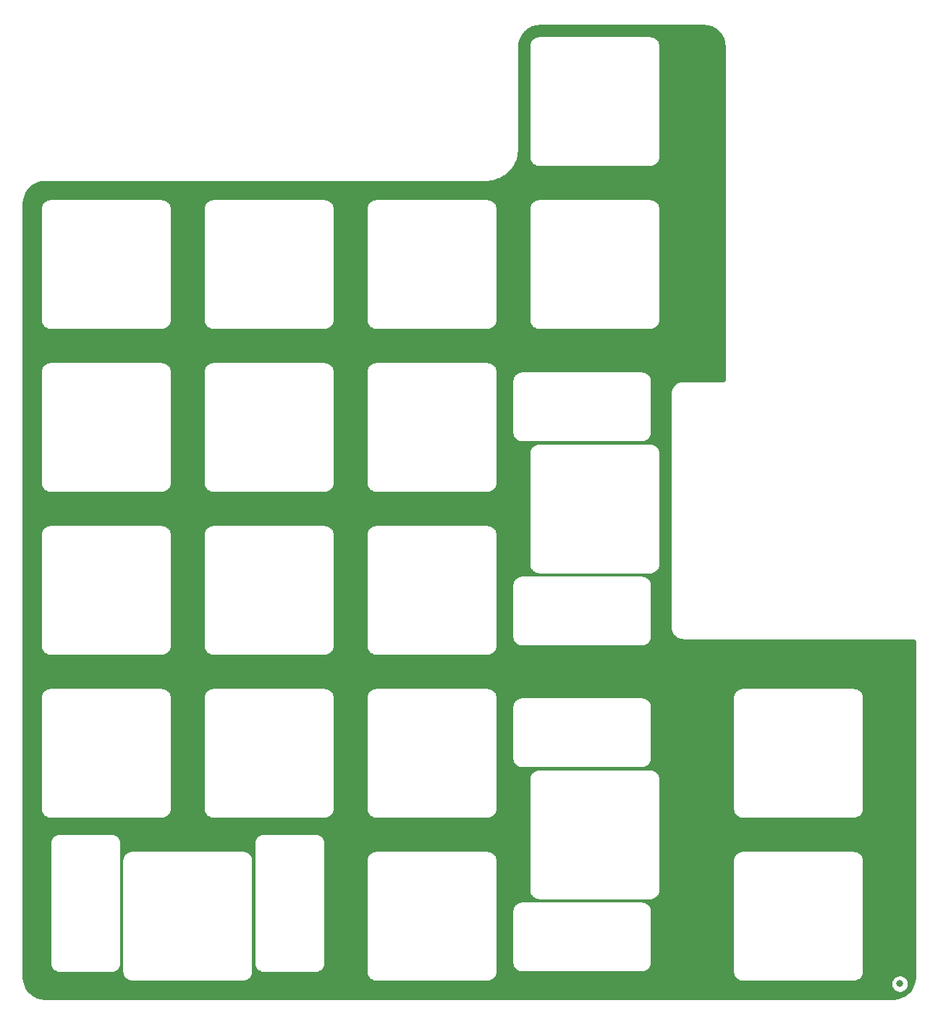
<source format=gbr>
%TF.GenerationSoftware,KiCad,Pcbnew,(5.1.10)-1*%
%TF.CreationDate,2021-11-21T22:53:37-05:00*%
%TF.ProjectId,numpad - plate,6e756d70-6164-4202-9d20-706c6174652e,rev?*%
%TF.SameCoordinates,Original*%
%TF.FileFunction,Copper,L2,Bot*%
%TF.FilePolarity,Positive*%
%FSLAX46Y46*%
G04 Gerber Fmt 4.6, Leading zero omitted, Abs format (unit mm)*
G04 Created by KiCad (PCBNEW (5.1.10)-1) date 2021-11-21 22:53:37*
%MOMM*%
%LPD*%
G01*
G04 APERTURE LIST*
%TA.AperFunction,ViaPad*%
%ADD10C,0.800000*%
%TD*%
%TA.AperFunction,NonConductor*%
%ADD11C,0.254000*%
%TD*%
%TA.AperFunction,NonConductor*%
%ADD12C,0.100000*%
%TD*%
G04 APERTURE END LIST*
D10*
%TO.N,*%
X181757300Y-173026600D03*
%TD*%
D11*
X159227846Y-61032199D02*
X159697109Y-61173877D01*
X160129916Y-61404005D01*
X160509784Y-61713818D01*
X160822239Y-62091510D01*
X161055383Y-62522701D01*
X161200337Y-62990971D01*
X161254800Y-63509153D01*
X161254801Y-102355011D01*
X161249149Y-102412653D01*
X161241785Y-102437045D01*
X161229827Y-102459535D01*
X161213725Y-102479278D01*
X161194092Y-102495519D01*
X161171684Y-102507635D01*
X161147344Y-102515170D01*
X161091875Y-102521000D01*
X156326481Y-102521000D01*
X156298369Y-102523769D01*
X156293541Y-102523735D01*
X156284370Y-102524635D01*
X156130315Y-102540827D01*
X156071752Y-102552848D01*
X156012959Y-102564063D01*
X156004137Y-102566727D01*
X155856161Y-102612533D01*
X155801022Y-102635712D01*
X155745552Y-102658123D01*
X155737415Y-102662450D01*
X155601155Y-102736126D01*
X155551571Y-102769571D01*
X155501510Y-102802330D01*
X155494369Y-102808154D01*
X155375014Y-102906893D01*
X155332875Y-102949327D01*
X155290126Y-102991190D01*
X155284252Y-102998290D01*
X155186349Y-103118331D01*
X155153265Y-103168127D01*
X155119447Y-103217516D01*
X155115064Y-103225623D01*
X155042342Y-103362394D01*
X155019549Y-103417695D01*
X154995982Y-103472680D01*
X154993257Y-103481483D01*
X154948485Y-103629775D01*
X154936863Y-103688470D01*
X154924429Y-103746966D01*
X154923466Y-103756131D01*
X154908350Y-103910295D01*
X154908350Y-103910308D01*
X154905201Y-103942281D01*
X154905200Y-131389768D01*
X154907969Y-131417880D01*
X154907935Y-131422709D01*
X154908835Y-131431880D01*
X154925027Y-131585936D01*
X154937057Y-131644542D01*
X154948264Y-131703292D01*
X154950927Y-131712114D01*
X154996734Y-131860089D01*
X155019904Y-131915208D01*
X155042323Y-131970698D01*
X155046650Y-131978835D01*
X155120326Y-132115095D01*
X155153771Y-132164679D01*
X155186530Y-132214740D01*
X155192354Y-132221881D01*
X155291093Y-132341236D01*
X155333527Y-132383375D01*
X155375390Y-132426124D01*
X155382490Y-132431997D01*
X155502531Y-132529901D01*
X155552334Y-132562990D01*
X155601717Y-132596804D01*
X155609823Y-132601186D01*
X155746595Y-132673908D01*
X155801869Y-132696690D01*
X155856880Y-132720268D01*
X155865683Y-132722993D01*
X156013975Y-132767765D01*
X156072669Y-132779387D01*
X156131166Y-132791821D01*
X156140331Y-132792784D01*
X156294495Y-132807900D01*
X156294498Y-132807900D01*
X156326481Y-132811050D01*
X183312421Y-132811050D01*
X183370053Y-132816701D01*
X183394446Y-132824066D01*
X183416936Y-132836023D01*
X183436676Y-132852124D01*
X183452919Y-132871758D01*
X183465036Y-132894167D01*
X183472570Y-132918504D01*
X183478400Y-132973976D01*
X183478401Y-172200611D01*
X183427401Y-172720746D01*
X183285722Y-173190011D01*
X183055595Y-173622816D01*
X182745782Y-174002684D01*
X182368087Y-174315140D01*
X181936895Y-174548285D01*
X181468630Y-174693237D01*
X180950446Y-174747700D01*
X81783379Y-174747700D01*
X81263254Y-174696701D01*
X80793989Y-174555022D01*
X80361184Y-174324895D01*
X79981316Y-174015082D01*
X79668860Y-173637387D01*
X79435715Y-173206195D01*
X79348566Y-172924661D01*
X180722300Y-172924661D01*
X180722300Y-173128539D01*
X180762074Y-173328498D01*
X180840095Y-173516856D01*
X180953363Y-173686374D01*
X181097526Y-173830537D01*
X181267044Y-173943805D01*
X181455402Y-174021826D01*
X181655361Y-174061600D01*
X181859239Y-174061600D01*
X182059198Y-174021826D01*
X182247556Y-173943805D01*
X182417074Y-173830537D01*
X182561237Y-173686374D01*
X182674505Y-173516856D01*
X182752526Y-173328498D01*
X182792300Y-173128539D01*
X182792300Y-172924661D01*
X182752526Y-172724702D01*
X182674505Y-172536344D01*
X182561237Y-172366826D01*
X182417074Y-172222663D01*
X182247556Y-172109395D01*
X182059198Y-172031374D01*
X181859239Y-171991600D01*
X181655361Y-171991600D01*
X181455402Y-172031374D01*
X181267044Y-172109395D01*
X181097526Y-172222663D01*
X180953363Y-172366826D01*
X180840095Y-172536344D01*
X180762074Y-172724702D01*
X180722300Y-172924661D01*
X79348566Y-172924661D01*
X79290763Y-172737930D01*
X79236300Y-172219746D01*
X79236300Y-170615118D01*
X82319600Y-170615118D01*
X82322349Y-170643028D01*
X82322328Y-170646008D01*
X82323227Y-170655179D01*
X82328291Y-170703363D01*
X82329150Y-170712082D01*
X82329238Y-170712373D01*
X82333427Y-170752227D01*
X82345461Y-170810852D01*
X82356664Y-170869584D01*
X82359328Y-170878406D01*
X82388184Y-170971625D01*
X82411367Y-171026775D01*
X82433775Y-171082237D01*
X82438102Y-171090373D01*
X82484514Y-171176211D01*
X82517962Y-171225798D01*
X82550719Y-171275856D01*
X82556543Y-171282997D01*
X82618745Y-171358186D01*
X82661194Y-171400339D01*
X82703039Y-171443071D01*
X82710140Y-171448945D01*
X82785760Y-171510621D01*
X82835625Y-171543752D01*
X82884950Y-171577525D01*
X82893045Y-171581902D01*
X82893048Y-171581904D01*
X82893051Y-171581905D01*
X82893056Y-171581908D01*
X82979217Y-171627720D01*
X83034509Y-171650509D01*
X83089498Y-171674078D01*
X83098301Y-171676803D01*
X83191719Y-171705008D01*
X83250426Y-171716633D01*
X83308916Y-171729065D01*
X83318070Y-171730027D01*
X83318076Y-171730028D01*
X83318081Y-171730028D01*
X83415198Y-171739550D01*
X83447181Y-171742700D01*
X89512019Y-171742700D01*
X89539929Y-171739951D01*
X89542908Y-171739972D01*
X89552079Y-171739073D01*
X89600248Y-171734010D01*
X89608983Y-171733150D01*
X89609274Y-171733062D01*
X89649127Y-171728873D01*
X89707752Y-171716839D01*
X89766484Y-171705636D01*
X89775306Y-171702972D01*
X89868525Y-171674116D01*
X89923675Y-171650933D01*
X89979137Y-171628525D01*
X89987266Y-171624202D01*
X89987270Y-171624200D01*
X89987273Y-171624198D01*
X90004066Y-171615118D01*
X90757600Y-171615118D01*
X90760349Y-171643028D01*
X90760328Y-171646008D01*
X90761227Y-171655179D01*
X90766291Y-171703363D01*
X90767150Y-171712082D01*
X90767238Y-171712373D01*
X90771427Y-171752227D01*
X90783461Y-171810852D01*
X90794664Y-171869584D01*
X90797328Y-171878406D01*
X90826184Y-171971625D01*
X90849367Y-172026775D01*
X90871775Y-172082237D01*
X90876102Y-172090373D01*
X90922514Y-172176211D01*
X90955962Y-172225798D01*
X90988719Y-172275856D01*
X90994543Y-172282997D01*
X91056745Y-172358186D01*
X91099194Y-172400339D01*
X91141039Y-172443071D01*
X91148140Y-172448945D01*
X91223760Y-172510621D01*
X91273625Y-172543752D01*
X91322950Y-172577525D01*
X91331045Y-172581902D01*
X91331048Y-172581904D01*
X91331051Y-172581905D01*
X91331056Y-172581908D01*
X91417217Y-172627720D01*
X91472509Y-172650509D01*
X91527498Y-172674078D01*
X91536301Y-172676803D01*
X91629719Y-172705008D01*
X91688426Y-172716633D01*
X91746916Y-172729065D01*
X91756070Y-172730027D01*
X91756076Y-172730028D01*
X91756081Y-172730028D01*
X91853198Y-172739550D01*
X91885181Y-172742700D01*
X104950019Y-172742700D01*
X104977929Y-172739951D01*
X104980908Y-172739972D01*
X104990079Y-172739073D01*
X105038248Y-172734010D01*
X105046983Y-172733150D01*
X105047274Y-172733062D01*
X105087127Y-172728873D01*
X105145752Y-172716839D01*
X105204484Y-172705636D01*
X105213306Y-172702972D01*
X105306525Y-172674116D01*
X105361675Y-172650933D01*
X105417137Y-172628525D01*
X105425266Y-172624202D01*
X105425270Y-172624200D01*
X105425273Y-172624198D01*
X105511111Y-172577786D01*
X105560698Y-172544338D01*
X105610756Y-172511581D01*
X105617897Y-172505757D01*
X105693086Y-172443555D01*
X105735239Y-172401106D01*
X105777971Y-172359261D01*
X105783845Y-172352160D01*
X105845521Y-172276540D01*
X105878652Y-172226675D01*
X105912425Y-172177350D01*
X105916808Y-172169244D01*
X105962620Y-172083083D01*
X105985409Y-172027791D01*
X106008978Y-171972802D01*
X106011703Y-171963999D01*
X106039908Y-171870581D01*
X106051533Y-171811874D01*
X106063965Y-171753384D01*
X106064927Y-171744230D01*
X106064928Y-171744224D01*
X106064928Y-171744219D01*
X106074450Y-171647102D01*
X106077600Y-171615119D01*
X106077600Y-170615118D01*
X106195600Y-170615118D01*
X106198349Y-170643028D01*
X106198328Y-170646008D01*
X106199227Y-170655179D01*
X106204291Y-170703363D01*
X106205150Y-170712082D01*
X106205238Y-170712373D01*
X106209427Y-170752227D01*
X106221461Y-170810852D01*
X106232664Y-170869584D01*
X106235328Y-170878406D01*
X106264184Y-170971625D01*
X106287367Y-171026775D01*
X106309775Y-171082237D01*
X106314102Y-171090373D01*
X106360514Y-171176211D01*
X106393962Y-171225798D01*
X106426719Y-171275856D01*
X106432543Y-171282997D01*
X106494745Y-171358186D01*
X106537194Y-171400339D01*
X106579039Y-171443071D01*
X106586140Y-171448945D01*
X106661760Y-171510621D01*
X106711625Y-171543752D01*
X106760950Y-171577525D01*
X106769045Y-171581902D01*
X106769048Y-171581904D01*
X106769051Y-171581905D01*
X106769056Y-171581908D01*
X106855217Y-171627720D01*
X106910509Y-171650509D01*
X106965498Y-171674078D01*
X106974301Y-171676803D01*
X107067719Y-171705008D01*
X107126426Y-171716633D01*
X107184916Y-171729065D01*
X107194070Y-171730027D01*
X107194076Y-171730028D01*
X107194081Y-171730028D01*
X107291198Y-171739550D01*
X107323181Y-171742700D01*
X113388020Y-171742700D01*
X113415930Y-171739951D01*
X113418909Y-171739972D01*
X113428080Y-171739073D01*
X113476249Y-171734010D01*
X113484984Y-171733150D01*
X113485275Y-171733062D01*
X113525128Y-171728873D01*
X113583753Y-171716839D01*
X113642485Y-171705636D01*
X113651307Y-171702972D01*
X113744526Y-171674116D01*
X113799676Y-171650933D01*
X113855138Y-171628525D01*
X113863267Y-171624202D01*
X113863271Y-171624200D01*
X113863274Y-171624198D01*
X113949112Y-171577786D01*
X113998699Y-171544338D01*
X114048757Y-171511581D01*
X114055898Y-171505757D01*
X114131087Y-171443555D01*
X114173240Y-171401106D01*
X114215972Y-171359261D01*
X114221846Y-171352160D01*
X114283522Y-171276540D01*
X114316653Y-171226675D01*
X114350426Y-171177350D01*
X114354809Y-171169244D01*
X114400621Y-171083083D01*
X114423410Y-171027791D01*
X114446979Y-170972802D01*
X114449704Y-170963999D01*
X114477909Y-170870581D01*
X114489534Y-170811874D01*
X114501966Y-170753384D01*
X114502928Y-170744230D01*
X114502929Y-170744224D01*
X114502929Y-170744219D01*
X114512451Y-170647102D01*
X114515601Y-170615119D01*
X114515601Y-158564082D01*
X119335000Y-158564082D01*
X119335001Y-171628919D01*
X119337749Y-171656819D01*
X119337728Y-171659808D01*
X119338627Y-171668979D01*
X119343706Y-171717299D01*
X119344551Y-171725883D01*
X119344638Y-171726169D01*
X119348827Y-171766027D01*
X119360861Y-171824652D01*
X119372064Y-171883384D01*
X119374728Y-171892206D01*
X119403584Y-171985425D01*
X119426767Y-172040575D01*
X119449175Y-172096037D01*
X119453502Y-172104173D01*
X119499914Y-172190011D01*
X119533362Y-172239598D01*
X119566119Y-172289656D01*
X119571943Y-172296797D01*
X119634145Y-172371986D01*
X119676594Y-172414139D01*
X119718439Y-172456871D01*
X119725540Y-172462745D01*
X119801160Y-172524421D01*
X119851025Y-172557552D01*
X119900350Y-172591325D01*
X119908445Y-172595702D01*
X119908448Y-172595704D01*
X119908451Y-172595705D01*
X119908456Y-172595708D01*
X119994617Y-172641520D01*
X120049909Y-172664309D01*
X120104898Y-172687878D01*
X120113701Y-172690603D01*
X120207119Y-172718808D01*
X120265826Y-172730433D01*
X120324316Y-172742865D01*
X120333470Y-172743827D01*
X120333476Y-172743828D01*
X120333481Y-172743828D01*
X120430598Y-172753350D01*
X120462581Y-172756500D01*
X133527419Y-172756500D01*
X133555329Y-172753751D01*
X133558308Y-172753772D01*
X133567479Y-172752873D01*
X133615648Y-172747810D01*
X133624383Y-172746950D01*
X133624674Y-172746862D01*
X133664527Y-172742673D01*
X133723152Y-172730639D01*
X133781884Y-172719436D01*
X133790706Y-172716772D01*
X133883925Y-172687916D01*
X133939075Y-172664733D01*
X133994537Y-172642325D01*
X134002666Y-172638002D01*
X134002670Y-172638000D01*
X134002673Y-172637998D01*
X134088511Y-172591586D01*
X134138098Y-172558138D01*
X134188156Y-172525381D01*
X134195297Y-172519557D01*
X134270486Y-172457355D01*
X134312639Y-172414906D01*
X134355371Y-172373061D01*
X134361245Y-172365960D01*
X134422921Y-172290340D01*
X134456052Y-172240475D01*
X134489825Y-172191150D01*
X134494208Y-172183044D01*
X134540020Y-172096883D01*
X134562809Y-172041591D01*
X134586378Y-171986602D01*
X134589103Y-171977799D01*
X134617308Y-171884381D01*
X134628933Y-171825674D01*
X134641365Y-171767184D01*
X134642327Y-171758030D01*
X134642328Y-171758024D01*
X134642328Y-171758019D01*
X134651850Y-171660902D01*
X134655000Y-171628919D01*
X134655000Y-164477082D01*
X136385000Y-164477082D01*
X136385001Y-170541919D01*
X136387749Y-170569819D01*
X136387728Y-170572808D01*
X136388627Y-170581979D01*
X136393706Y-170630299D01*
X136394551Y-170638883D01*
X136394638Y-170639169D01*
X136398827Y-170679027D01*
X136410861Y-170737652D01*
X136422064Y-170796384D01*
X136424728Y-170805206D01*
X136453584Y-170898425D01*
X136476767Y-170953575D01*
X136499175Y-171009037D01*
X136503502Y-171017173D01*
X136549914Y-171103011D01*
X136583362Y-171152598D01*
X136616119Y-171202656D01*
X136621943Y-171209797D01*
X136684145Y-171284986D01*
X136726594Y-171327139D01*
X136768439Y-171369871D01*
X136775540Y-171375745D01*
X136851160Y-171437421D01*
X136901025Y-171470552D01*
X136950350Y-171504325D01*
X136958445Y-171508702D01*
X136958448Y-171508704D01*
X136958451Y-171508705D01*
X136958456Y-171508708D01*
X137044617Y-171554520D01*
X137099909Y-171577309D01*
X137154898Y-171600878D01*
X137163701Y-171603603D01*
X137257119Y-171631808D01*
X137315826Y-171643433D01*
X137374316Y-171655865D01*
X137383470Y-171656827D01*
X137383476Y-171656828D01*
X137383481Y-171656828D01*
X137480598Y-171666350D01*
X137512581Y-171669500D01*
X151577419Y-171669500D01*
X151605329Y-171666751D01*
X151608308Y-171666772D01*
X151617479Y-171665873D01*
X151665648Y-171660810D01*
X151674383Y-171659950D01*
X151674674Y-171659862D01*
X151714527Y-171655673D01*
X151773152Y-171643639D01*
X151831884Y-171632436D01*
X151840706Y-171629772D01*
X151933925Y-171600916D01*
X151989075Y-171577733D01*
X152044537Y-171555325D01*
X152052666Y-171551002D01*
X152052670Y-171551000D01*
X152052673Y-171550998D01*
X152138511Y-171504586D01*
X152188098Y-171471138D01*
X152238156Y-171438381D01*
X152245297Y-171432557D01*
X152320486Y-171370355D01*
X152362639Y-171327906D01*
X152405371Y-171286061D01*
X152411245Y-171278960D01*
X152472921Y-171203340D01*
X152506052Y-171153475D01*
X152539825Y-171104150D01*
X152544208Y-171096044D01*
X152590020Y-171009883D01*
X152612809Y-170954591D01*
X152636378Y-170899602D01*
X152639103Y-170890799D01*
X152667308Y-170797381D01*
X152678933Y-170738674D01*
X152691365Y-170680184D01*
X152692327Y-170671030D01*
X152692328Y-170671024D01*
X152692328Y-170671019D01*
X152701850Y-170573902D01*
X152705000Y-170541919D01*
X152705000Y-164477081D01*
X152702251Y-164449171D01*
X152702272Y-164446193D01*
X152701373Y-164437022D01*
X152696311Y-164388860D01*
X152695450Y-164380117D01*
X152695362Y-164379825D01*
X152691173Y-164339973D01*
X152679140Y-164281354D01*
X152667936Y-164222616D01*
X152665272Y-164213794D01*
X152636416Y-164120575D01*
X152613238Y-164065437D01*
X152590825Y-164009963D01*
X152586498Y-164001827D01*
X152540085Y-163915989D01*
X152506645Y-163866413D01*
X152473881Y-163816344D01*
X152468057Y-163809203D01*
X152405855Y-163734014D01*
X152363406Y-163691861D01*
X152321561Y-163649129D01*
X152314460Y-163643255D01*
X152238839Y-163581579D01*
X152189034Y-163548488D01*
X152139650Y-163514674D01*
X152131544Y-163510292D01*
X152045383Y-163464480D01*
X151990091Y-163441691D01*
X151935102Y-163418122D01*
X151926299Y-163415397D01*
X151832881Y-163387192D01*
X151774174Y-163375567D01*
X151715684Y-163363135D01*
X151706530Y-163362173D01*
X151706524Y-163362172D01*
X151706519Y-163362172D01*
X151609402Y-163352650D01*
X151577419Y-163349500D01*
X137512581Y-163349500D01*
X137484671Y-163352249D01*
X137481693Y-163352228D01*
X137472522Y-163353127D01*
X137424360Y-163358189D01*
X137415617Y-163359050D01*
X137415325Y-163359138D01*
X137375473Y-163363327D01*
X137316854Y-163375360D01*
X137258116Y-163386564D01*
X137249294Y-163389228D01*
X137156075Y-163418084D01*
X137100937Y-163441262D01*
X137045463Y-163463675D01*
X137037334Y-163467998D01*
X137037330Y-163468000D01*
X137037327Y-163468002D01*
X136951489Y-163514415D01*
X136901913Y-163547855D01*
X136851844Y-163580619D01*
X136844703Y-163586443D01*
X136769514Y-163648645D01*
X136727361Y-163691094D01*
X136684629Y-163732939D01*
X136678755Y-163740040D01*
X136617079Y-163815661D01*
X136583988Y-163865466D01*
X136550174Y-163914850D01*
X136545792Y-163922956D01*
X136499980Y-164009117D01*
X136477191Y-164064409D01*
X136453622Y-164119398D01*
X136450897Y-164128201D01*
X136422692Y-164221619D01*
X136411067Y-164280326D01*
X136398635Y-164338816D01*
X136397673Y-164347970D01*
X136397672Y-164347976D01*
X136397672Y-164347981D01*
X136388150Y-164445098D01*
X136385000Y-164477082D01*
X134655000Y-164477082D01*
X134655000Y-158564081D01*
X134652251Y-158536171D01*
X134652272Y-158533193D01*
X134651373Y-158524022D01*
X134646311Y-158475860D01*
X134645450Y-158467117D01*
X134645362Y-158466825D01*
X134641173Y-158426973D01*
X134629140Y-158368354D01*
X134617936Y-158309616D01*
X134615272Y-158300794D01*
X134586416Y-158207575D01*
X134563238Y-158152437D01*
X134540825Y-158096963D01*
X134536498Y-158088827D01*
X134490085Y-158002989D01*
X134456645Y-157953413D01*
X134423881Y-157903344D01*
X134418057Y-157896203D01*
X134355855Y-157821014D01*
X134313406Y-157778861D01*
X134271561Y-157736129D01*
X134264460Y-157730255D01*
X134188839Y-157668579D01*
X134139034Y-157635488D01*
X134089650Y-157601674D01*
X134081544Y-157597292D01*
X133995383Y-157551480D01*
X133940091Y-157528691D01*
X133885102Y-157505122D01*
X133876299Y-157502397D01*
X133782881Y-157474192D01*
X133724174Y-157462567D01*
X133665684Y-157450135D01*
X133656530Y-157449173D01*
X133656524Y-157449172D01*
X133656519Y-157449172D01*
X133559402Y-157439650D01*
X133527419Y-157436500D01*
X120462581Y-157436500D01*
X120434671Y-157439249D01*
X120431693Y-157439228D01*
X120422522Y-157440127D01*
X120374360Y-157445189D01*
X120365617Y-157446050D01*
X120365325Y-157446138D01*
X120325473Y-157450327D01*
X120266854Y-157462360D01*
X120208116Y-157473564D01*
X120199294Y-157476228D01*
X120106075Y-157505084D01*
X120050937Y-157528262D01*
X119995463Y-157550675D01*
X119987334Y-157554998D01*
X119987330Y-157555000D01*
X119987327Y-157555002D01*
X119901489Y-157601415D01*
X119851913Y-157634855D01*
X119801844Y-157667619D01*
X119794703Y-157673443D01*
X119719514Y-157735645D01*
X119677361Y-157778094D01*
X119634629Y-157819939D01*
X119628755Y-157827040D01*
X119567079Y-157902661D01*
X119533988Y-157952466D01*
X119500174Y-158001850D01*
X119495792Y-158009956D01*
X119449980Y-158096117D01*
X119427191Y-158151409D01*
X119403622Y-158206398D01*
X119400897Y-158215201D01*
X119372692Y-158308619D01*
X119361067Y-158367326D01*
X119348635Y-158425816D01*
X119347673Y-158434970D01*
X119347672Y-158434976D01*
X119347672Y-158434981D01*
X119338150Y-158532098D01*
X119335000Y-158564082D01*
X114515601Y-158564082D01*
X114515601Y-156550281D01*
X114512852Y-156522371D01*
X114512873Y-156519393D01*
X114511974Y-156510222D01*
X114506912Y-156462060D01*
X114506051Y-156453317D01*
X114505963Y-156453025D01*
X114501774Y-156413173D01*
X114489741Y-156354554D01*
X114478537Y-156295816D01*
X114475873Y-156286994D01*
X114447017Y-156193775D01*
X114423839Y-156138637D01*
X114401426Y-156083163D01*
X114397099Y-156075027D01*
X114350686Y-155989189D01*
X114317246Y-155939613D01*
X114284482Y-155889544D01*
X114278658Y-155882403D01*
X114216456Y-155807214D01*
X114174007Y-155765061D01*
X114132162Y-155722329D01*
X114125061Y-155716455D01*
X114049440Y-155654779D01*
X113999635Y-155621688D01*
X113950251Y-155587874D01*
X113942145Y-155583492D01*
X113855984Y-155537680D01*
X113800692Y-155514891D01*
X113745703Y-155491322D01*
X113736900Y-155488597D01*
X113643482Y-155460392D01*
X113584775Y-155448767D01*
X113526285Y-155436335D01*
X113517131Y-155435373D01*
X113517125Y-155435372D01*
X113517120Y-155435372D01*
X113420003Y-155425850D01*
X113388020Y-155422700D01*
X107323181Y-155422700D01*
X107295271Y-155425449D01*
X107292293Y-155425428D01*
X107283122Y-155426327D01*
X107234960Y-155431389D01*
X107226217Y-155432250D01*
X107225925Y-155432338D01*
X107186073Y-155436527D01*
X107127454Y-155448560D01*
X107068716Y-155459764D01*
X107059894Y-155462428D01*
X106966675Y-155491284D01*
X106911537Y-155514462D01*
X106856063Y-155536875D01*
X106847934Y-155541198D01*
X106847930Y-155541200D01*
X106847927Y-155541202D01*
X106762089Y-155587615D01*
X106712513Y-155621055D01*
X106662444Y-155653819D01*
X106655303Y-155659643D01*
X106580114Y-155721845D01*
X106537961Y-155764294D01*
X106495229Y-155806139D01*
X106489355Y-155813240D01*
X106427679Y-155888861D01*
X106394588Y-155938666D01*
X106360774Y-155988050D01*
X106356392Y-155996156D01*
X106310580Y-156082317D01*
X106287791Y-156137609D01*
X106264222Y-156192598D01*
X106261497Y-156201401D01*
X106233292Y-156294819D01*
X106221667Y-156353526D01*
X106209235Y-156412016D01*
X106208273Y-156421170D01*
X106208272Y-156421176D01*
X106208272Y-156421181D01*
X106198750Y-156518298D01*
X106198750Y-156518308D01*
X106195601Y-156550281D01*
X106195600Y-170615118D01*
X106077600Y-170615118D01*
X106077600Y-158550281D01*
X106074851Y-158522371D01*
X106074872Y-158519393D01*
X106073973Y-158510222D01*
X106068911Y-158462060D01*
X106068050Y-158453317D01*
X106067962Y-158453025D01*
X106063773Y-158413173D01*
X106051740Y-158354554D01*
X106040536Y-158295816D01*
X106037872Y-158286994D01*
X106009016Y-158193775D01*
X105985838Y-158138637D01*
X105963425Y-158083163D01*
X105959098Y-158075027D01*
X105912685Y-157989189D01*
X105879245Y-157939613D01*
X105846481Y-157889544D01*
X105840657Y-157882403D01*
X105778455Y-157807214D01*
X105736006Y-157765061D01*
X105694161Y-157722329D01*
X105687060Y-157716455D01*
X105611439Y-157654779D01*
X105561634Y-157621688D01*
X105512250Y-157587874D01*
X105504144Y-157583492D01*
X105417983Y-157537680D01*
X105362691Y-157514891D01*
X105307702Y-157491322D01*
X105298899Y-157488597D01*
X105205481Y-157460392D01*
X105146774Y-157448767D01*
X105088284Y-157436335D01*
X105079130Y-157435373D01*
X105079124Y-157435372D01*
X105079119Y-157435372D01*
X104982002Y-157425850D01*
X104950019Y-157422700D01*
X91885181Y-157422700D01*
X91857271Y-157425449D01*
X91854293Y-157425428D01*
X91845122Y-157426327D01*
X91796960Y-157431389D01*
X91788217Y-157432250D01*
X91787925Y-157432338D01*
X91748073Y-157436527D01*
X91689454Y-157448560D01*
X91630716Y-157459764D01*
X91621894Y-157462428D01*
X91528675Y-157491284D01*
X91473537Y-157514462D01*
X91418063Y-157536875D01*
X91409934Y-157541198D01*
X91409930Y-157541200D01*
X91409927Y-157541202D01*
X91324089Y-157587615D01*
X91274513Y-157621055D01*
X91224444Y-157653819D01*
X91217303Y-157659643D01*
X91142114Y-157721845D01*
X91099961Y-157764294D01*
X91057229Y-157806139D01*
X91051355Y-157813240D01*
X90989679Y-157888861D01*
X90956588Y-157938666D01*
X90922774Y-157988050D01*
X90918392Y-157996156D01*
X90872580Y-158082317D01*
X90849791Y-158137609D01*
X90826222Y-158192598D01*
X90823497Y-158201401D01*
X90795292Y-158294819D01*
X90783667Y-158353526D01*
X90771235Y-158412016D01*
X90770273Y-158421170D01*
X90770272Y-158421176D01*
X90770272Y-158421181D01*
X90760750Y-158518298D01*
X90760750Y-158518308D01*
X90757601Y-158550281D01*
X90757600Y-171615118D01*
X90004066Y-171615118D01*
X90073111Y-171577786D01*
X90122698Y-171544338D01*
X90172756Y-171511581D01*
X90179897Y-171505757D01*
X90255086Y-171443555D01*
X90297239Y-171401106D01*
X90339971Y-171359261D01*
X90345845Y-171352160D01*
X90407521Y-171276540D01*
X90440652Y-171226675D01*
X90474425Y-171177350D01*
X90478808Y-171169244D01*
X90524620Y-171083083D01*
X90547409Y-171027791D01*
X90570978Y-170972802D01*
X90573703Y-170963999D01*
X90601908Y-170870581D01*
X90613533Y-170811874D01*
X90625965Y-170753384D01*
X90626927Y-170744230D01*
X90626928Y-170744224D01*
X90626928Y-170744219D01*
X90636450Y-170647102D01*
X90639600Y-170615119D01*
X90639600Y-156550281D01*
X90636851Y-156522371D01*
X90636872Y-156519393D01*
X90635973Y-156510222D01*
X90630911Y-156462060D01*
X90630050Y-156453317D01*
X90629962Y-156453025D01*
X90625773Y-156413173D01*
X90613740Y-156354554D01*
X90602536Y-156295816D01*
X90599872Y-156286994D01*
X90571016Y-156193775D01*
X90547838Y-156138637D01*
X90525425Y-156083163D01*
X90521098Y-156075027D01*
X90474685Y-155989189D01*
X90441245Y-155939613D01*
X90408481Y-155889544D01*
X90402657Y-155882403D01*
X90340455Y-155807214D01*
X90298006Y-155765061D01*
X90256161Y-155722329D01*
X90249060Y-155716455D01*
X90173439Y-155654779D01*
X90123634Y-155621688D01*
X90074250Y-155587874D01*
X90066144Y-155583492D01*
X89979983Y-155537680D01*
X89924691Y-155514891D01*
X89869702Y-155491322D01*
X89860899Y-155488597D01*
X89767481Y-155460392D01*
X89708774Y-155448767D01*
X89650284Y-155436335D01*
X89641130Y-155435373D01*
X89641124Y-155435372D01*
X89641119Y-155435372D01*
X89544002Y-155425850D01*
X89512019Y-155422700D01*
X83447181Y-155422700D01*
X83419271Y-155425449D01*
X83416293Y-155425428D01*
X83407122Y-155426327D01*
X83358960Y-155431389D01*
X83350217Y-155432250D01*
X83349925Y-155432338D01*
X83310073Y-155436527D01*
X83251454Y-155448560D01*
X83192716Y-155459764D01*
X83183894Y-155462428D01*
X83090675Y-155491284D01*
X83035537Y-155514462D01*
X82980063Y-155536875D01*
X82971934Y-155541198D01*
X82971930Y-155541200D01*
X82971927Y-155541202D01*
X82886089Y-155587615D01*
X82836513Y-155621055D01*
X82786444Y-155653819D01*
X82779303Y-155659643D01*
X82704114Y-155721845D01*
X82661961Y-155764294D01*
X82619229Y-155806139D01*
X82613355Y-155813240D01*
X82551679Y-155888861D01*
X82518588Y-155938666D01*
X82484774Y-155988050D01*
X82480392Y-155996156D01*
X82434580Y-156082317D01*
X82411791Y-156137609D01*
X82388222Y-156192598D01*
X82385497Y-156201401D01*
X82357292Y-156294819D01*
X82345667Y-156353526D01*
X82333235Y-156412016D01*
X82332273Y-156421170D01*
X82332272Y-156421176D01*
X82332272Y-156421181D01*
X82322750Y-156518298D01*
X82322750Y-156518308D01*
X82319601Y-156550281D01*
X82319600Y-170615118D01*
X79236300Y-170615118D01*
X79236300Y-139514082D01*
X81235000Y-139514082D01*
X81235001Y-152578919D01*
X81237749Y-152606819D01*
X81237728Y-152609808D01*
X81238627Y-152618979D01*
X81243706Y-152667299D01*
X81244551Y-152675883D01*
X81244638Y-152676169D01*
X81248827Y-152716027D01*
X81260861Y-152774652D01*
X81272064Y-152833384D01*
X81274728Y-152842206D01*
X81303584Y-152935425D01*
X81326767Y-152990575D01*
X81349175Y-153046037D01*
X81353502Y-153054173D01*
X81399914Y-153140011D01*
X81433362Y-153189598D01*
X81466119Y-153239656D01*
X81471943Y-153246797D01*
X81534145Y-153321986D01*
X81576594Y-153364139D01*
X81618439Y-153406871D01*
X81625540Y-153412745D01*
X81701160Y-153474421D01*
X81751025Y-153507552D01*
X81800350Y-153541325D01*
X81808445Y-153545702D01*
X81808448Y-153545704D01*
X81808451Y-153545705D01*
X81808456Y-153545708D01*
X81894617Y-153591520D01*
X81949909Y-153614309D01*
X82004898Y-153637878D01*
X82013701Y-153640603D01*
X82107119Y-153668808D01*
X82165826Y-153680433D01*
X82224316Y-153692865D01*
X82233470Y-153693827D01*
X82233476Y-153693828D01*
X82233481Y-153693828D01*
X82330598Y-153703350D01*
X82362581Y-153706500D01*
X95427418Y-153706500D01*
X95455328Y-153703751D01*
X95458307Y-153703772D01*
X95467478Y-153702873D01*
X95515647Y-153697810D01*
X95524382Y-153696950D01*
X95524673Y-153696862D01*
X95564526Y-153692673D01*
X95623151Y-153680639D01*
X95681883Y-153669436D01*
X95690705Y-153666772D01*
X95783924Y-153637916D01*
X95839074Y-153614733D01*
X95894536Y-153592325D01*
X95902665Y-153588002D01*
X95902669Y-153588000D01*
X95902672Y-153587998D01*
X95988510Y-153541586D01*
X96038097Y-153508138D01*
X96088155Y-153475381D01*
X96095296Y-153469557D01*
X96170485Y-153407355D01*
X96212638Y-153364906D01*
X96255370Y-153323061D01*
X96261244Y-153315960D01*
X96322920Y-153240340D01*
X96356051Y-153190475D01*
X96389824Y-153141150D01*
X96394207Y-153133044D01*
X96440019Y-153046883D01*
X96462808Y-152991591D01*
X96486377Y-152936602D01*
X96489102Y-152927799D01*
X96517307Y-152834381D01*
X96528932Y-152775674D01*
X96541364Y-152717184D01*
X96542326Y-152708030D01*
X96542327Y-152708024D01*
X96542327Y-152708019D01*
X96551849Y-152610902D01*
X96554999Y-152578919D01*
X96554999Y-139514082D01*
X100285000Y-139514082D01*
X100285001Y-152578919D01*
X100287749Y-152606819D01*
X100287728Y-152609808D01*
X100288627Y-152618979D01*
X100293706Y-152667299D01*
X100294551Y-152675883D01*
X100294638Y-152676169D01*
X100298827Y-152716027D01*
X100310861Y-152774652D01*
X100322064Y-152833384D01*
X100324728Y-152842206D01*
X100353584Y-152935425D01*
X100376767Y-152990575D01*
X100399175Y-153046037D01*
X100403502Y-153054173D01*
X100449914Y-153140011D01*
X100483362Y-153189598D01*
X100516119Y-153239656D01*
X100521943Y-153246797D01*
X100584145Y-153321986D01*
X100626594Y-153364139D01*
X100668439Y-153406871D01*
X100675540Y-153412745D01*
X100751160Y-153474421D01*
X100801025Y-153507552D01*
X100850350Y-153541325D01*
X100858445Y-153545702D01*
X100858448Y-153545704D01*
X100858451Y-153545705D01*
X100858456Y-153545708D01*
X100944617Y-153591520D01*
X100999909Y-153614309D01*
X101054898Y-153637878D01*
X101063701Y-153640603D01*
X101157119Y-153668808D01*
X101215826Y-153680433D01*
X101274316Y-153692865D01*
X101283470Y-153693827D01*
X101283476Y-153693828D01*
X101283481Y-153693828D01*
X101380598Y-153703350D01*
X101412581Y-153706500D01*
X114477419Y-153706500D01*
X114505329Y-153703751D01*
X114508308Y-153703772D01*
X114517479Y-153702873D01*
X114565648Y-153697810D01*
X114574383Y-153696950D01*
X114574674Y-153696862D01*
X114614527Y-153692673D01*
X114673152Y-153680639D01*
X114731884Y-153669436D01*
X114740706Y-153666772D01*
X114833925Y-153637916D01*
X114889075Y-153614733D01*
X114944537Y-153592325D01*
X114952666Y-153588002D01*
X114952670Y-153588000D01*
X114952673Y-153587998D01*
X115038511Y-153541586D01*
X115088098Y-153508138D01*
X115138156Y-153475381D01*
X115145297Y-153469557D01*
X115220486Y-153407355D01*
X115262639Y-153364906D01*
X115305371Y-153323061D01*
X115311245Y-153315960D01*
X115372921Y-153240340D01*
X115406052Y-153190475D01*
X115439825Y-153141150D01*
X115444208Y-153133044D01*
X115490020Y-153046883D01*
X115512809Y-152991591D01*
X115536378Y-152936602D01*
X115539103Y-152927799D01*
X115567308Y-152834381D01*
X115578933Y-152775674D01*
X115591365Y-152717184D01*
X115592327Y-152708030D01*
X115592328Y-152708024D01*
X115592328Y-152708019D01*
X115601850Y-152610902D01*
X115605000Y-152578919D01*
X115605000Y-139514082D01*
X119335000Y-139514082D01*
X119335001Y-152578919D01*
X119337749Y-152606819D01*
X119337728Y-152609808D01*
X119338627Y-152618979D01*
X119343706Y-152667299D01*
X119344551Y-152675883D01*
X119344638Y-152676169D01*
X119348827Y-152716027D01*
X119360861Y-152774652D01*
X119372064Y-152833384D01*
X119374728Y-152842206D01*
X119403584Y-152935425D01*
X119426767Y-152990575D01*
X119449175Y-153046037D01*
X119453502Y-153054173D01*
X119499914Y-153140011D01*
X119533362Y-153189598D01*
X119566119Y-153239656D01*
X119571943Y-153246797D01*
X119634145Y-153321986D01*
X119676594Y-153364139D01*
X119718439Y-153406871D01*
X119725540Y-153412745D01*
X119801160Y-153474421D01*
X119851025Y-153507552D01*
X119900350Y-153541325D01*
X119908445Y-153545702D01*
X119908448Y-153545704D01*
X119908451Y-153545705D01*
X119908456Y-153545708D01*
X119994617Y-153591520D01*
X120049909Y-153614309D01*
X120104898Y-153637878D01*
X120113701Y-153640603D01*
X120207119Y-153668808D01*
X120265826Y-153680433D01*
X120324316Y-153692865D01*
X120333470Y-153693827D01*
X120333476Y-153693828D01*
X120333481Y-153693828D01*
X120430598Y-153703350D01*
X120462581Y-153706500D01*
X133527419Y-153706500D01*
X133555329Y-153703751D01*
X133558308Y-153703772D01*
X133567479Y-153702873D01*
X133615648Y-153697810D01*
X133624383Y-153696950D01*
X133624674Y-153696862D01*
X133664527Y-153692673D01*
X133723152Y-153680639D01*
X133781884Y-153669436D01*
X133790706Y-153666772D01*
X133883925Y-153637916D01*
X133939075Y-153614733D01*
X133994537Y-153592325D01*
X134002666Y-153588002D01*
X134002670Y-153588000D01*
X134002673Y-153587998D01*
X134088511Y-153541586D01*
X134138098Y-153508138D01*
X134188156Y-153475381D01*
X134195297Y-153469557D01*
X134270486Y-153407355D01*
X134312639Y-153364906D01*
X134355371Y-153323061D01*
X134361245Y-153315960D01*
X134422921Y-153240340D01*
X134456052Y-153190475D01*
X134489825Y-153141150D01*
X134494208Y-153133044D01*
X134540020Y-153046883D01*
X134562809Y-152991591D01*
X134586378Y-152936602D01*
X134589103Y-152927799D01*
X134617308Y-152834381D01*
X134628933Y-152775674D01*
X134641365Y-152717184D01*
X134642327Y-152708030D01*
X134642328Y-152708024D01*
X134642328Y-152708019D01*
X134651850Y-152610902D01*
X134655000Y-152578919D01*
X134655000Y-149039082D01*
X138385000Y-149039082D01*
X138385001Y-162103919D01*
X138387749Y-162131819D01*
X138387728Y-162134808D01*
X138388627Y-162143979D01*
X138393706Y-162192299D01*
X138394551Y-162200883D01*
X138394638Y-162201169D01*
X138398827Y-162241027D01*
X138410861Y-162299652D01*
X138422064Y-162358384D01*
X138424728Y-162367206D01*
X138453584Y-162460425D01*
X138476767Y-162515575D01*
X138499175Y-162571037D01*
X138503502Y-162579173D01*
X138549914Y-162665011D01*
X138583362Y-162714598D01*
X138616119Y-162764656D01*
X138621943Y-162771797D01*
X138684145Y-162846986D01*
X138726594Y-162889139D01*
X138768439Y-162931871D01*
X138775540Y-162937745D01*
X138851160Y-162999421D01*
X138901025Y-163032552D01*
X138950350Y-163066325D01*
X138958445Y-163070702D01*
X138958448Y-163070704D01*
X138958451Y-163070705D01*
X138958456Y-163070708D01*
X139044617Y-163116520D01*
X139099909Y-163139309D01*
X139154898Y-163162878D01*
X139163701Y-163165603D01*
X139257119Y-163193808D01*
X139315826Y-163205433D01*
X139374316Y-163217865D01*
X139383470Y-163218827D01*
X139383476Y-163218828D01*
X139383481Y-163218828D01*
X139480598Y-163228350D01*
X139512581Y-163231500D01*
X152577419Y-163231500D01*
X152605329Y-163228751D01*
X152608308Y-163228772D01*
X152617479Y-163227873D01*
X152665648Y-163222810D01*
X152674383Y-163221950D01*
X152674674Y-163221862D01*
X152714527Y-163217673D01*
X152773152Y-163205639D01*
X152831884Y-163194436D01*
X152840706Y-163191772D01*
X152933925Y-163162916D01*
X152989075Y-163139733D01*
X153044537Y-163117325D01*
X153052666Y-163113002D01*
X153052670Y-163113000D01*
X153052673Y-163112998D01*
X153138511Y-163066586D01*
X153188098Y-163033138D01*
X153238156Y-163000381D01*
X153245297Y-162994557D01*
X153320486Y-162932355D01*
X153362639Y-162889906D01*
X153405371Y-162848061D01*
X153411245Y-162840960D01*
X153472921Y-162765340D01*
X153506052Y-162715475D01*
X153539825Y-162666150D01*
X153544208Y-162658044D01*
X153590020Y-162571883D01*
X153612809Y-162516591D01*
X153636378Y-162461602D01*
X153639103Y-162452799D01*
X153667308Y-162359381D01*
X153678933Y-162300674D01*
X153691365Y-162242184D01*
X153692327Y-162233030D01*
X153692328Y-162233024D01*
X153692328Y-162233019D01*
X153701850Y-162135902D01*
X153705000Y-162103919D01*
X153705000Y-158564082D01*
X162197500Y-158564082D01*
X162197501Y-171628919D01*
X162200249Y-171656819D01*
X162200228Y-171659808D01*
X162201127Y-171668979D01*
X162206206Y-171717299D01*
X162207051Y-171725883D01*
X162207138Y-171726169D01*
X162211327Y-171766027D01*
X162223361Y-171824652D01*
X162234564Y-171883384D01*
X162237228Y-171892206D01*
X162266084Y-171985425D01*
X162289267Y-172040575D01*
X162311675Y-172096037D01*
X162316002Y-172104173D01*
X162362414Y-172190011D01*
X162395862Y-172239598D01*
X162428619Y-172289656D01*
X162434443Y-172296797D01*
X162496645Y-172371986D01*
X162539094Y-172414139D01*
X162580939Y-172456871D01*
X162588040Y-172462745D01*
X162663660Y-172524421D01*
X162713525Y-172557552D01*
X162762850Y-172591325D01*
X162770945Y-172595702D01*
X162770948Y-172595704D01*
X162770951Y-172595705D01*
X162770956Y-172595708D01*
X162857117Y-172641520D01*
X162912409Y-172664309D01*
X162967398Y-172687878D01*
X162976201Y-172690603D01*
X163069619Y-172718808D01*
X163128326Y-172730433D01*
X163186816Y-172742865D01*
X163195970Y-172743827D01*
X163195976Y-172743828D01*
X163195981Y-172743828D01*
X163293098Y-172753350D01*
X163325081Y-172756500D01*
X176389919Y-172756500D01*
X176417829Y-172753751D01*
X176420808Y-172753772D01*
X176429979Y-172752873D01*
X176478148Y-172747810D01*
X176486883Y-172746950D01*
X176487174Y-172746862D01*
X176527027Y-172742673D01*
X176585652Y-172730639D01*
X176644384Y-172719436D01*
X176653206Y-172716772D01*
X176746425Y-172687916D01*
X176801575Y-172664733D01*
X176857037Y-172642325D01*
X176865166Y-172638002D01*
X176865170Y-172638000D01*
X176865173Y-172637998D01*
X176951011Y-172591586D01*
X177000598Y-172558138D01*
X177050656Y-172525381D01*
X177057797Y-172519557D01*
X177132986Y-172457355D01*
X177175139Y-172414906D01*
X177217871Y-172373061D01*
X177223745Y-172365960D01*
X177285421Y-172290340D01*
X177318552Y-172240475D01*
X177352325Y-172191150D01*
X177356708Y-172183044D01*
X177402520Y-172096883D01*
X177425309Y-172041591D01*
X177448878Y-171986602D01*
X177451603Y-171977799D01*
X177479808Y-171884381D01*
X177491433Y-171825674D01*
X177503865Y-171767184D01*
X177504827Y-171758030D01*
X177504828Y-171758024D01*
X177504828Y-171758019D01*
X177514350Y-171660902D01*
X177517500Y-171628919D01*
X177517500Y-158564081D01*
X177514751Y-158536171D01*
X177514772Y-158533193D01*
X177513873Y-158524022D01*
X177508811Y-158475860D01*
X177507950Y-158467117D01*
X177507862Y-158466825D01*
X177503673Y-158426973D01*
X177491640Y-158368354D01*
X177480436Y-158309616D01*
X177477772Y-158300794D01*
X177448916Y-158207575D01*
X177425738Y-158152437D01*
X177403325Y-158096963D01*
X177398998Y-158088827D01*
X177352585Y-158002989D01*
X177319145Y-157953413D01*
X177286381Y-157903344D01*
X177280557Y-157896203D01*
X177218355Y-157821014D01*
X177175906Y-157778861D01*
X177134061Y-157736129D01*
X177126960Y-157730255D01*
X177051339Y-157668579D01*
X177001534Y-157635488D01*
X176952150Y-157601674D01*
X176944044Y-157597292D01*
X176857883Y-157551480D01*
X176802591Y-157528691D01*
X176747602Y-157505122D01*
X176738799Y-157502397D01*
X176645381Y-157474192D01*
X176586674Y-157462567D01*
X176528184Y-157450135D01*
X176519030Y-157449173D01*
X176519024Y-157449172D01*
X176519019Y-157449172D01*
X176421902Y-157439650D01*
X176389919Y-157436500D01*
X163325081Y-157436500D01*
X163297171Y-157439249D01*
X163294193Y-157439228D01*
X163285022Y-157440127D01*
X163236860Y-157445189D01*
X163228117Y-157446050D01*
X163227825Y-157446138D01*
X163187973Y-157450327D01*
X163129354Y-157462360D01*
X163070616Y-157473564D01*
X163061794Y-157476228D01*
X162968575Y-157505084D01*
X162913437Y-157528262D01*
X162857963Y-157550675D01*
X162849834Y-157554998D01*
X162849830Y-157555000D01*
X162849827Y-157555002D01*
X162763989Y-157601415D01*
X162714413Y-157634855D01*
X162664344Y-157667619D01*
X162657203Y-157673443D01*
X162582014Y-157735645D01*
X162539861Y-157778094D01*
X162497129Y-157819939D01*
X162491255Y-157827040D01*
X162429579Y-157902661D01*
X162396488Y-157952466D01*
X162362674Y-158001850D01*
X162358292Y-158009956D01*
X162312480Y-158096117D01*
X162289691Y-158151409D01*
X162266122Y-158206398D01*
X162263397Y-158215201D01*
X162235192Y-158308619D01*
X162223567Y-158367326D01*
X162211135Y-158425816D01*
X162210173Y-158434970D01*
X162210172Y-158434976D01*
X162210172Y-158434981D01*
X162200650Y-158532098D01*
X162197500Y-158564082D01*
X153705000Y-158564082D01*
X153705000Y-149039081D01*
X153702251Y-149011171D01*
X153702272Y-149008193D01*
X153701373Y-148999022D01*
X153696311Y-148950860D01*
X153695450Y-148942117D01*
X153695362Y-148941825D01*
X153691173Y-148901973D01*
X153679140Y-148843354D01*
X153667936Y-148784616D01*
X153665272Y-148775794D01*
X153636416Y-148682575D01*
X153613238Y-148627437D01*
X153590825Y-148571963D01*
X153586498Y-148563827D01*
X153540085Y-148477989D01*
X153506645Y-148428413D01*
X153473881Y-148378344D01*
X153468057Y-148371203D01*
X153405855Y-148296014D01*
X153363406Y-148253861D01*
X153321561Y-148211129D01*
X153314460Y-148205255D01*
X153238839Y-148143579D01*
X153189034Y-148110488D01*
X153139650Y-148076674D01*
X153131544Y-148072292D01*
X153045383Y-148026480D01*
X152990091Y-148003691D01*
X152935102Y-147980122D01*
X152926299Y-147977397D01*
X152832881Y-147949192D01*
X152774174Y-147937567D01*
X152715684Y-147925135D01*
X152706530Y-147924173D01*
X152706524Y-147924172D01*
X152706519Y-147924172D01*
X152609402Y-147914650D01*
X152577419Y-147911500D01*
X139512581Y-147911500D01*
X139484671Y-147914249D01*
X139481693Y-147914228D01*
X139472522Y-147915127D01*
X139424360Y-147920189D01*
X139415617Y-147921050D01*
X139415325Y-147921138D01*
X139375473Y-147925327D01*
X139316854Y-147937360D01*
X139258116Y-147948564D01*
X139249294Y-147951228D01*
X139156075Y-147980084D01*
X139100937Y-148003262D01*
X139045463Y-148025675D01*
X139037334Y-148029998D01*
X139037330Y-148030000D01*
X139037327Y-148030002D01*
X138951489Y-148076415D01*
X138901913Y-148109855D01*
X138851844Y-148142619D01*
X138844703Y-148148443D01*
X138769514Y-148210645D01*
X138727361Y-148253094D01*
X138684629Y-148294939D01*
X138678755Y-148302040D01*
X138617079Y-148377661D01*
X138583988Y-148427466D01*
X138550174Y-148476850D01*
X138545792Y-148484956D01*
X138499980Y-148571117D01*
X138477191Y-148626409D01*
X138453622Y-148681398D01*
X138450897Y-148690201D01*
X138422692Y-148783619D01*
X138411067Y-148842326D01*
X138398635Y-148900816D01*
X138397673Y-148909970D01*
X138397672Y-148909976D01*
X138397672Y-148909981D01*
X138388150Y-149007098D01*
X138385000Y-149039082D01*
X134655000Y-149039082D01*
X134655000Y-140601082D01*
X136385000Y-140601082D01*
X136385001Y-146665919D01*
X136387749Y-146693819D01*
X136387728Y-146696808D01*
X136388627Y-146705979D01*
X136393706Y-146754299D01*
X136394551Y-146762883D01*
X136394638Y-146763169D01*
X136398827Y-146803027D01*
X136410861Y-146861652D01*
X136422064Y-146920384D01*
X136424728Y-146929206D01*
X136453584Y-147022425D01*
X136476767Y-147077575D01*
X136499175Y-147133037D01*
X136503502Y-147141173D01*
X136549914Y-147227011D01*
X136583362Y-147276598D01*
X136616119Y-147326656D01*
X136621943Y-147333797D01*
X136684145Y-147408986D01*
X136726594Y-147451139D01*
X136768439Y-147493871D01*
X136775540Y-147499745D01*
X136851160Y-147561421D01*
X136901025Y-147594552D01*
X136950350Y-147628325D01*
X136958445Y-147632702D01*
X136958448Y-147632704D01*
X136958451Y-147632705D01*
X136958456Y-147632708D01*
X137044617Y-147678520D01*
X137099909Y-147701309D01*
X137154898Y-147724878D01*
X137163701Y-147727603D01*
X137257119Y-147755808D01*
X137315826Y-147767433D01*
X137374316Y-147779865D01*
X137383470Y-147780827D01*
X137383476Y-147780828D01*
X137383481Y-147780828D01*
X137480598Y-147790350D01*
X137512581Y-147793500D01*
X151577419Y-147793500D01*
X151605329Y-147790751D01*
X151608308Y-147790772D01*
X151617479Y-147789873D01*
X151665648Y-147784810D01*
X151674383Y-147783950D01*
X151674674Y-147783862D01*
X151714527Y-147779673D01*
X151773152Y-147767639D01*
X151831884Y-147756436D01*
X151840706Y-147753772D01*
X151933925Y-147724916D01*
X151989075Y-147701733D01*
X152044537Y-147679325D01*
X152052666Y-147675002D01*
X152052670Y-147675000D01*
X152052673Y-147674998D01*
X152138511Y-147628586D01*
X152188098Y-147595138D01*
X152238156Y-147562381D01*
X152245297Y-147556557D01*
X152320486Y-147494355D01*
X152362639Y-147451906D01*
X152405371Y-147410061D01*
X152411245Y-147402960D01*
X152472921Y-147327340D01*
X152506052Y-147277475D01*
X152539825Y-147228150D01*
X152544208Y-147220044D01*
X152590020Y-147133883D01*
X152612809Y-147078591D01*
X152636378Y-147023602D01*
X152639103Y-147014799D01*
X152667308Y-146921381D01*
X152678933Y-146862674D01*
X152691365Y-146804184D01*
X152692327Y-146795030D01*
X152692328Y-146795024D01*
X152692328Y-146795019D01*
X152701850Y-146697902D01*
X152705000Y-146665919D01*
X152705000Y-140601081D01*
X152702251Y-140573171D01*
X152702272Y-140570193D01*
X152701373Y-140561022D01*
X152696311Y-140512860D01*
X152695450Y-140504117D01*
X152695362Y-140503825D01*
X152691173Y-140463973D01*
X152679140Y-140405354D01*
X152667936Y-140346616D01*
X152665272Y-140337794D01*
X152636416Y-140244575D01*
X152613238Y-140189437D01*
X152590825Y-140133963D01*
X152586498Y-140125827D01*
X152540085Y-140039989D01*
X152506645Y-139990413D01*
X152473881Y-139940344D01*
X152468057Y-139933203D01*
X152405855Y-139858014D01*
X152363406Y-139815861D01*
X152321561Y-139773129D01*
X152314460Y-139767255D01*
X152238839Y-139705579D01*
X152189034Y-139672488D01*
X152139650Y-139638674D01*
X152131544Y-139634292D01*
X152045383Y-139588480D01*
X151990091Y-139565691D01*
X151935102Y-139542122D01*
X151926299Y-139539397D01*
X151842453Y-139514082D01*
X162197500Y-139514082D01*
X162197501Y-152578919D01*
X162200249Y-152606819D01*
X162200228Y-152609808D01*
X162201127Y-152618979D01*
X162206206Y-152667299D01*
X162207051Y-152675883D01*
X162207138Y-152676169D01*
X162211327Y-152716027D01*
X162223361Y-152774652D01*
X162234564Y-152833384D01*
X162237228Y-152842206D01*
X162266084Y-152935425D01*
X162289267Y-152990575D01*
X162311675Y-153046037D01*
X162316002Y-153054173D01*
X162362414Y-153140011D01*
X162395862Y-153189598D01*
X162428619Y-153239656D01*
X162434443Y-153246797D01*
X162496645Y-153321986D01*
X162539094Y-153364139D01*
X162580939Y-153406871D01*
X162588040Y-153412745D01*
X162663660Y-153474421D01*
X162713525Y-153507552D01*
X162762850Y-153541325D01*
X162770945Y-153545702D01*
X162770948Y-153545704D01*
X162770951Y-153545705D01*
X162770956Y-153545708D01*
X162857117Y-153591520D01*
X162912409Y-153614309D01*
X162967398Y-153637878D01*
X162976201Y-153640603D01*
X163069619Y-153668808D01*
X163128326Y-153680433D01*
X163186816Y-153692865D01*
X163195970Y-153693827D01*
X163195976Y-153693828D01*
X163195981Y-153693828D01*
X163293098Y-153703350D01*
X163325081Y-153706500D01*
X176389919Y-153706500D01*
X176417829Y-153703751D01*
X176420808Y-153703772D01*
X176429979Y-153702873D01*
X176478148Y-153697810D01*
X176486883Y-153696950D01*
X176487174Y-153696862D01*
X176527027Y-153692673D01*
X176585652Y-153680639D01*
X176644384Y-153669436D01*
X176653206Y-153666772D01*
X176746425Y-153637916D01*
X176801575Y-153614733D01*
X176857037Y-153592325D01*
X176865166Y-153588002D01*
X176865170Y-153588000D01*
X176865173Y-153587998D01*
X176951011Y-153541586D01*
X177000598Y-153508138D01*
X177050656Y-153475381D01*
X177057797Y-153469557D01*
X177132986Y-153407355D01*
X177175139Y-153364906D01*
X177217871Y-153323061D01*
X177223745Y-153315960D01*
X177285421Y-153240340D01*
X177318552Y-153190475D01*
X177352325Y-153141150D01*
X177356708Y-153133044D01*
X177402520Y-153046883D01*
X177425309Y-152991591D01*
X177448878Y-152936602D01*
X177451603Y-152927799D01*
X177479808Y-152834381D01*
X177491433Y-152775674D01*
X177503865Y-152717184D01*
X177504827Y-152708030D01*
X177504828Y-152708024D01*
X177504828Y-152708019D01*
X177514350Y-152610902D01*
X177517500Y-152578919D01*
X177517500Y-139514081D01*
X177514751Y-139486171D01*
X177514772Y-139483193D01*
X177513873Y-139474022D01*
X177508811Y-139425860D01*
X177507950Y-139417117D01*
X177507862Y-139416825D01*
X177503673Y-139376973D01*
X177491640Y-139318354D01*
X177480436Y-139259616D01*
X177477772Y-139250794D01*
X177448916Y-139157575D01*
X177425738Y-139102437D01*
X177403325Y-139046963D01*
X177398998Y-139038827D01*
X177352585Y-138952989D01*
X177319145Y-138903413D01*
X177286381Y-138853344D01*
X177280557Y-138846203D01*
X177218355Y-138771014D01*
X177175906Y-138728861D01*
X177134061Y-138686129D01*
X177126960Y-138680255D01*
X177051339Y-138618579D01*
X177001534Y-138585488D01*
X176952150Y-138551674D01*
X176944044Y-138547292D01*
X176857883Y-138501480D01*
X176802591Y-138478691D01*
X176747602Y-138455122D01*
X176738799Y-138452397D01*
X176645381Y-138424192D01*
X176586674Y-138412567D01*
X176528184Y-138400135D01*
X176519030Y-138399173D01*
X176519024Y-138399172D01*
X176519019Y-138399172D01*
X176421902Y-138389650D01*
X176389919Y-138386500D01*
X163325081Y-138386500D01*
X163297171Y-138389249D01*
X163294193Y-138389228D01*
X163285022Y-138390127D01*
X163236860Y-138395189D01*
X163228117Y-138396050D01*
X163227825Y-138396138D01*
X163187973Y-138400327D01*
X163129354Y-138412360D01*
X163070616Y-138423564D01*
X163061794Y-138426228D01*
X162968575Y-138455084D01*
X162913437Y-138478262D01*
X162857963Y-138500675D01*
X162849834Y-138504998D01*
X162849830Y-138505000D01*
X162849827Y-138505002D01*
X162763989Y-138551415D01*
X162714413Y-138584855D01*
X162664344Y-138617619D01*
X162657203Y-138623443D01*
X162582014Y-138685645D01*
X162539861Y-138728094D01*
X162497129Y-138769939D01*
X162491255Y-138777040D01*
X162429579Y-138852661D01*
X162396488Y-138902466D01*
X162362674Y-138951850D01*
X162358292Y-138959956D01*
X162312480Y-139046117D01*
X162289691Y-139101409D01*
X162266122Y-139156398D01*
X162263397Y-139165201D01*
X162235192Y-139258619D01*
X162223567Y-139317326D01*
X162211135Y-139375816D01*
X162210173Y-139384970D01*
X162210172Y-139384976D01*
X162210172Y-139384981D01*
X162200650Y-139482098D01*
X162197500Y-139514082D01*
X151842453Y-139514082D01*
X151832881Y-139511192D01*
X151774174Y-139499567D01*
X151715684Y-139487135D01*
X151706530Y-139486173D01*
X151706524Y-139486172D01*
X151706519Y-139486172D01*
X151609402Y-139476650D01*
X151577419Y-139473500D01*
X137512581Y-139473500D01*
X137484671Y-139476249D01*
X137481693Y-139476228D01*
X137472522Y-139477127D01*
X137424360Y-139482189D01*
X137415617Y-139483050D01*
X137415325Y-139483138D01*
X137375473Y-139487327D01*
X137316854Y-139499360D01*
X137258116Y-139510564D01*
X137249294Y-139513228D01*
X137156075Y-139542084D01*
X137100937Y-139565262D01*
X137045463Y-139587675D01*
X137037334Y-139591998D01*
X137037330Y-139592000D01*
X137037327Y-139592002D01*
X136951489Y-139638415D01*
X136901913Y-139671855D01*
X136851844Y-139704619D01*
X136844703Y-139710443D01*
X136769514Y-139772645D01*
X136727361Y-139815094D01*
X136684629Y-139856939D01*
X136678755Y-139864040D01*
X136617079Y-139939661D01*
X136583988Y-139989466D01*
X136550174Y-140038850D01*
X136545792Y-140046956D01*
X136499980Y-140133117D01*
X136477191Y-140188409D01*
X136453622Y-140243398D01*
X136450897Y-140252201D01*
X136422692Y-140345619D01*
X136411067Y-140404326D01*
X136398635Y-140462816D01*
X136397673Y-140471970D01*
X136397672Y-140471976D01*
X136397672Y-140471981D01*
X136388150Y-140569098D01*
X136385000Y-140601082D01*
X134655000Y-140601082D01*
X134655000Y-139514081D01*
X134652251Y-139486171D01*
X134652272Y-139483193D01*
X134651373Y-139474022D01*
X134646311Y-139425860D01*
X134645450Y-139417117D01*
X134645362Y-139416825D01*
X134641173Y-139376973D01*
X134629140Y-139318354D01*
X134617936Y-139259616D01*
X134615272Y-139250794D01*
X134586416Y-139157575D01*
X134563238Y-139102437D01*
X134540825Y-139046963D01*
X134536498Y-139038827D01*
X134490085Y-138952989D01*
X134456645Y-138903413D01*
X134423881Y-138853344D01*
X134418057Y-138846203D01*
X134355855Y-138771014D01*
X134313406Y-138728861D01*
X134271561Y-138686129D01*
X134264460Y-138680255D01*
X134188839Y-138618579D01*
X134139034Y-138585488D01*
X134089650Y-138551674D01*
X134081544Y-138547292D01*
X133995383Y-138501480D01*
X133940091Y-138478691D01*
X133885102Y-138455122D01*
X133876299Y-138452397D01*
X133782881Y-138424192D01*
X133724174Y-138412567D01*
X133665684Y-138400135D01*
X133656530Y-138399173D01*
X133656524Y-138399172D01*
X133656519Y-138399172D01*
X133559402Y-138389650D01*
X133527419Y-138386500D01*
X120462581Y-138386500D01*
X120434671Y-138389249D01*
X120431693Y-138389228D01*
X120422522Y-138390127D01*
X120374360Y-138395189D01*
X120365617Y-138396050D01*
X120365325Y-138396138D01*
X120325473Y-138400327D01*
X120266854Y-138412360D01*
X120208116Y-138423564D01*
X120199294Y-138426228D01*
X120106075Y-138455084D01*
X120050937Y-138478262D01*
X119995463Y-138500675D01*
X119987334Y-138504998D01*
X119987330Y-138505000D01*
X119987327Y-138505002D01*
X119901489Y-138551415D01*
X119851913Y-138584855D01*
X119801844Y-138617619D01*
X119794703Y-138623443D01*
X119719514Y-138685645D01*
X119677361Y-138728094D01*
X119634629Y-138769939D01*
X119628755Y-138777040D01*
X119567079Y-138852661D01*
X119533988Y-138902466D01*
X119500174Y-138951850D01*
X119495792Y-138959956D01*
X119449980Y-139046117D01*
X119427191Y-139101409D01*
X119403622Y-139156398D01*
X119400897Y-139165201D01*
X119372692Y-139258619D01*
X119361067Y-139317326D01*
X119348635Y-139375816D01*
X119347673Y-139384970D01*
X119347672Y-139384976D01*
X119347672Y-139384981D01*
X119338150Y-139482098D01*
X119335000Y-139514082D01*
X115605000Y-139514082D01*
X115605000Y-139514081D01*
X115602251Y-139486171D01*
X115602272Y-139483193D01*
X115601373Y-139474022D01*
X115596311Y-139425860D01*
X115595450Y-139417117D01*
X115595362Y-139416825D01*
X115591173Y-139376973D01*
X115579140Y-139318354D01*
X115567936Y-139259616D01*
X115565272Y-139250794D01*
X115536416Y-139157575D01*
X115513238Y-139102437D01*
X115490825Y-139046963D01*
X115486498Y-139038827D01*
X115440085Y-138952989D01*
X115406645Y-138903413D01*
X115373881Y-138853344D01*
X115368057Y-138846203D01*
X115305855Y-138771014D01*
X115263406Y-138728861D01*
X115221561Y-138686129D01*
X115214460Y-138680255D01*
X115138839Y-138618579D01*
X115089034Y-138585488D01*
X115039650Y-138551674D01*
X115031544Y-138547292D01*
X114945383Y-138501480D01*
X114890091Y-138478691D01*
X114835102Y-138455122D01*
X114826299Y-138452397D01*
X114732881Y-138424192D01*
X114674174Y-138412567D01*
X114615684Y-138400135D01*
X114606530Y-138399173D01*
X114606524Y-138399172D01*
X114606519Y-138399172D01*
X114509402Y-138389650D01*
X114477419Y-138386500D01*
X101412581Y-138386500D01*
X101384671Y-138389249D01*
X101381693Y-138389228D01*
X101372522Y-138390127D01*
X101324360Y-138395189D01*
X101315617Y-138396050D01*
X101315325Y-138396138D01*
X101275473Y-138400327D01*
X101216854Y-138412360D01*
X101158116Y-138423564D01*
X101149294Y-138426228D01*
X101056075Y-138455084D01*
X101000937Y-138478262D01*
X100945463Y-138500675D01*
X100937334Y-138504998D01*
X100937330Y-138505000D01*
X100937327Y-138505002D01*
X100851489Y-138551415D01*
X100801913Y-138584855D01*
X100751844Y-138617619D01*
X100744703Y-138623443D01*
X100669514Y-138685645D01*
X100627361Y-138728094D01*
X100584629Y-138769939D01*
X100578755Y-138777040D01*
X100517079Y-138852661D01*
X100483988Y-138902466D01*
X100450174Y-138951850D01*
X100445792Y-138959956D01*
X100399980Y-139046117D01*
X100377191Y-139101409D01*
X100353622Y-139156398D01*
X100350897Y-139165201D01*
X100322692Y-139258619D01*
X100311067Y-139317326D01*
X100298635Y-139375816D01*
X100297673Y-139384970D01*
X100297672Y-139384976D01*
X100297672Y-139384981D01*
X100288150Y-139482098D01*
X100285000Y-139514082D01*
X96554999Y-139514082D01*
X96554999Y-139514081D01*
X96552250Y-139486171D01*
X96552271Y-139483193D01*
X96551372Y-139474022D01*
X96546310Y-139425860D01*
X96545449Y-139417117D01*
X96545361Y-139416825D01*
X96541172Y-139376973D01*
X96529139Y-139318354D01*
X96517935Y-139259616D01*
X96515271Y-139250794D01*
X96486415Y-139157575D01*
X96463237Y-139102437D01*
X96440824Y-139046963D01*
X96436497Y-139038827D01*
X96390084Y-138952989D01*
X96356644Y-138903413D01*
X96323880Y-138853344D01*
X96318056Y-138846203D01*
X96255854Y-138771014D01*
X96213405Y-138728861D01*
X96171560Y-138686129D01*
X96164459Y-138680255D01*
X96088838Y-138618579D01*
X96039033Y-138585488D01*
X95989649Y-138551674D01*
X95981543Y-138547292D01*
X95895382Y-138501480D01*
X95840090Y-138478691D01*
X95785101Y-138455122D01*
X95776298Y-138452397D01*
X95682880Y-138424192D01*
X95624173Y-138412567D01*
X95565683Y-138400135D01*
X95556529Y-138399173D01*
X95556523Y-138399172D01*
X95556518Y-138399172D01*
X95459401Y-138389650D01*
X95427418Y-138386500D01*
X82362581Y-138386500D01*
X82334671Y-138389249D01*
X82331693Y-138389228D01*
X82322522Y-138390127D01*
X82274360Y-138395189D01*
X82265617Y-138396050D01*
X82265325Y-138396138D01*
X82225473Y-138400327D01*
X82166854Y-138412360D01*
X82108116Y-138423564D01*
X82099294Y-138426228D01*
X82006075Y-138455084D01*
X81950937Y-138478262D01*
X81895463Y-138500675D01*
X81887334Y-138504998D01*
X81887330Y-138505000D01*
X81887327Y-138505002D01*
X81801489Y-138551415D01*
X81751913Y-138584855D01*
X81701844Y-138617619D01*
X81694703Y-138623443D01*
X81619514Y-138685645D01*
X81577361Y-138728094D01*
X81534629Y-138769939D01*
X81528755Y-138777040D01*
X81467079Y-138852661D01*
X81433988Y-138902466D01*
X81400174Y-138951850D01*
X81395792Y-138959956D01*
X81349980Y-139046117D01*
X81327191Y-139101409D01*
X81303622Y-139156398D01*
X81300897Y-139165201D01*
X81272692Y-139258619D01*
X81261067Y-139317326D01*
X81248635Y-139375816D01*
X81247673Y-139384970D01*
X81247672Y-139384976D01*
X81247672Y-139384981D01*
X81238150Y-139482098D01*
X81235000Y-139514082D01*
X79236300Y-139514082D01*
X79236300Y-120464082D01*
X81235000Y-120464082D01*
X81235001Y-133528919D01*
X81237749Y-133556819D01*
X81237728Y-133559808D01*
X81238627Y-133568979D01*
X81243706Y-133617299D01*
X81244551Y-133625883D01*
X81244638Y-133626169D01*
X81248827Y-133666027D01*
X81260861Y-133724652D01*
X81272064Y-133783384D01*
X81274728Y-133792206D01*
X81303584Y-133885425D01*
X81326767Y-133940575D01*
X81349175Y-133996037D01*
X81353502Y-134004173D01*
X81399914Y-134090011D01*
X81433362Y-134139598D01*
X81466119Y-134189656D01*
X81471943Y-134196797D01*
X81534145Y-134271986D01*
X81576594Y-134314139D01*
X81618439Y-134356871D01*
X81625540Y-134362745D01*
X81701160Y-134424421D01*
X81751025Y-134457552D01*
X81800350Y-134491325D01*
X81808445Y-134495702D01*
X81808448Y-134495704D01*
X81808451Y-134495705D01*
X81808456Y-134495708D01*
X81894617Y-134541520D01*
X81949909Y-134564309D01*
X82004898Y-134587878D01*
X82013701Y-134590603D01*
X82107119Y-134618808D01*
X82165826Y-134630433D01*
X82224316Y-134642865D01*
X82233470Y-134643827D01*
X82233476Y-134643828D01*
X82233481Y-134643828D01*
X82330598Y-134653350D01*
X82362581Y-134656500D01*
X95427418Y-134656500D01*
X95455328Y-134653751D01*
X95458307Y-134653772D01*
X95467478Y-134652873D01*
X95515647Y-134647810D01*
X95524382Y-134646950D01*
X95524673Y-134646862D01*
X95564526Y-134642673D01*
X95623151Y-134630639D01*
X95681883Y-134619436D01*
X95690705Y-134616772D01*
X95783924Y-134587916D01*
X95839074Y-134564733D01*
X95894536Y-134542325D01*
X95902665Y-134538002D01*
X95902669Y-134538000D01*
X95902672Y-134537998D01*
X95988510Y-134491586D01*
X96038097Y-134458138D01*
X96088155Y-134425381D01*
X96095296Y-134419557D01*
X96170485Y-134357355D01*
X96212638Y-134314906D01*
X96255370Y-134273061D01*
X96261244Y-134265960D01*
X96322920Y-134190340D01*
X96356051Y-134140475D01*
X96389824Y-134091150D01*
X96394207Y-134083044D01*
X96440019Y-133996883D01*
X96462808Y-133941591D01*
X96486377Y-133886602D01*
X96489102Y-133877799D01*
X96517307Y-133784381D01*
X96528932Y-133725674D01*
X96541364Y-133667184D01*
X96542326Y-133658030D01*
X96542327Y-133658024D01*
X96542327Y-133658019D01*
X96551849Y-133560902D01*
X96554999Y-133528919D01*
X96554999Y-120464082D01*
X100285000Y-120464082D01*
X100285001Y-133528919D01*
X100287749Y-133556819D01*
X100287728Y-133559808D01*
X100288627Y-133568979D01*
X100293706Y-133617299D01*
X100294551Y-133625883D01*
X100294638Y-133626169D01*
X100298827Y-133666027D01*
X100310861Y-133724652D01*
X100322064Y-133783384D01*
X100324728Y-133792206D01*
X100353584Y-133885425D01*
X100376767Y-133940575D01*
X100399175Y-133996037D01*
X100403502Y-134004173D01*
X100449914Y-134090011D01*
X100483362Y-134139598D01*
X100516119Y-134189656D01*
X100521943Y-134196797D01*
X100584145Y-134271986D01*
X100626594Y-134314139D01*
X100668439Y-134356871D01*
X100675540Y-134362745D01*
X100751160Y-134424421D01*
X100801025Y-134457552D01*
X100850350Y-134491325D01*
X100858445Y-134495702D01*
X100858448Y-134495704D01*
X100858451Y-134495705D01*
X100858456Y-134495708D01*
X100944617Y-134541520D01*
X100999909Y-134564309D01*
X101054898Y-134587878D01*
X101063701Y-134590603D01*
X101157119Y-134618808D01*
X101215826Y-134630433D01*
X101274316Y-134642865D01*
X101283470Y-134643827D01*
X101283476Y-134643828D01*
X101283481Y-134643828D01*
X101380598Y-134653350D01*
X101412581Y-134656500D01*
X114477419Y-134656500D01*
X114505329Y-134653751D01*
X114508308Y-134653772D01*
X114517479Y-134652873D01*
X114565648Y-134647810D01*
X114574383Y-134646950D01*
X114574674Y-134646862D01*
X114614527Y-134642673D01*
X114673152Y-134630639D01*
X114731884Y-134619436D01*
X114740706Y-134616772D01*
X114833925Y-134587916D01*
X114889075Y-134564733D01*
X114944537Y-134542325D01*
X114952666Y-134538002D01*
X114952670Y-134538000D01*
X114952673Y-134537998D01*
X115038511Y-134491586D01*
X115088098Y-134458138D01*
X115138156Y-134425381D01*
X115145297Y-134419557D01*
X115220486Y-134357355D01*
X115262639Y-134314906D01*
X115305371Y-134273061D01*
X115311245Y-134265960D01*
X115372921Y-134190340D01*
X115406052Y-134140475D01*
X115439825Y-134091150D01*
X115444208Y-134083044D01*
X115490020Y-133996883D01*
X115512809Y-133941591D01*
X115536378Y-133886602D01*
X115539103Y-133877799D01*
X115567308Y-133784381D01*
X115578933Y-133725674D01*
X115591365Y-133667184D01*
X115592327Y-133658030D01*
X115592328Y-133658024D01*
X115592328Y-133658019D01*
X115601850Y-133560902D01*
X115605000Y-133528919D01*
X115605000Y-120464082D01*
X119335000Y-120464082D01*
X119335001Y-133528919D01*
X119337749Y-133556819D01*
X119337728Y-133559808D01*
X119338627Y-133568979D01*
X119343706Y-133617299D01*
X119344551Y-133625883D01*
X119344638Y-133626169D01*
X119348827Y-133666027D01*
X119360861Y-133724652D01*
X119372064Y-133783384D01*
X119374728Y-133792206D01*
X119403584Y-133885425D01*
X119426767Y-133940575D01*
X119449175Y-133996037D01*
X119453502Y-134004173D01*
X119499914Y-134090011D01*
X119533362Y-134139598D01*
X119566119Y-134189656D01*
X119571943Y-134196797D01*
X119634145Y-134271986D01*
X119676594Y-134314139D01*
X119718439Y-134356871D01*
X119725540Y-134362745D01*
X119801160Y-134424421D01*
X119851025Y-134457552D01*
X119900350Y-134491325D01*
X119908445Y-134495702D01*
X119908448Y-134495704D01*
X119908451Y-134495705D01*
X119908456Y-134495708D01*
X119994617Y-134541520D01*
X120049909Y-134564309D01*
X120104898Y-134587878D01*
X120113701Y-134590603D01*
X120207119Y-134618808D01*
X120265826Y-134630433D01*
X120324316Y-134642865D01*
X120333470Y-134643827D01*
X120333476Y-134643828D01*
X120333481Y-134643828D01*
X120430598Y-134653350D01*
X120462581Y-134656500D01*
X133527419Y-134656500D01*
X133555329Y-134653751D01*
X133558308Y-134653772D01*
X133567479Y-134652873D01*
X133615648Y-134647810D01*
X133624383Y-134646950D01*
X133624674Y-134646862D01*
X133664527Y-134642673D01*
X133723152Y-134630639D01*
X133781884Y-134619436D01*
X133790706Y-134616772D01*
X133883925Y-134587916D01*
X133939075Y-134564733D01*
X133994537Y-134542325D01*
X134002666Y-134538002D01*
X134002670Y-134538000D01*
X134002673Y-134537998D01*
X134088511Y-134491586D01*
X134138098Y-134458138D01*
X134188156Y-134425381D01*
X134195297Y-134419557D01*
X134270486Y-134357355D01*
X134312639Y-134314906D01*
X134355371Y-134273061D01*
X134361245Y-134265960D01*
X134422921Y-134190340D01*
X134456052Y-134140475D01*
X134489825Y-134091150D01*
X134494208Y-134083044D01*
X134540020Y-133996883D01*
X134562809Y-133941591D01*
X134586378Y-133886602D01*
X134589103Y-133877799D01*
X134617308Y-133784381D01*
X134628933Y-133725674D01*
X134641365Y-133667184D01*
X134642327Y-133658030D01*
X134642328Y-133658024D01*
X134642328Y-133658019D01*
X134651850Y-133560902D01*
X134655000Y-133528919D01*
X134655000Y-126377082D01*
X136385000Y-126377082D01*
X136385001Y-132441919D01*
X136387749Y-132469819D01*
X136387728Y-132472808D01*
X136388627Y-132481979D01*
X136393706Y-132530299D01*
X136394551Y-132538883D01*
X136394638Y-132539169D01*
X136398827Y-132579027D01*
X136410861Y-132637652D01*
X136422064Y-132696384D01*
X136424728Y-132705206D01*
X136453584Y-132798425D01*
X136476767Y-132853575D01*
X136499175Y-132909037D01*
X136503502Y-132917173D01*
X136549914Y-133003011D01*
X136583362Y-133052598D01*
X136616119Y-133102656D01*
X136621943Y-133109797D01*
X136684145Y-133184986D01*
X136726594Y-133227139D01*
X136768439Y-133269871D01*
X136775540Y-133275745D01*
X136851160Y-133337421D01*
X136901025Y-133370552D01*
X136950350Y-133404325D01*
X136958445Y-133408702D01*
X136958448Y-133408704D01*
X136958451Y-133408705D01*
X136958456Y-133408708D01*
X137044617Y-133454520D01*
X137099909Y-133477309D01*
X137154898Y-133500878D01*
X137163701Y-133503603D01*
X137257119Y-133531808D01*
X137315826Y-133543433D01*
X137374316Y-133555865D01*
X137383470Y-133556827D01*
X137383476Y-133556828D01*
X137383481Y-133556828D01*
X137480598Y-133566350D01*
X137512581Y-133569500D01*
X151577419Y-133569500D01*
X151605329Y-133566751D01*
X151608308Y-133566772D01*
X151617479Y-133565873D01*
X151665648Y-133560810D01*
X151674383Y-133559950D01*
X151674674Y-133559862D01*
X151714527Y-133555673D01*
X151773152Y-133543639D01*
X151831884Y-133532436D01*
X151840706Y-133529772D01*
X151933925Y-133500916D01*
X151989075Y-133477733D01*
X152044537Y-133455325D01*
X152052666Y-133451002D01*
X152052670Y-133451000D01*
X152052673Y-133450998D01*
X152138511Y-133404586D01*
X152188098Y-133371138D01*
X152238156Y-133338381D01*
X152245297Y-133332557D01*
X152320486Y-133270355D01*
X152362639Y-133227906D01*
X152405371Y-133186061D01*
X152411245Y-133178960D01*
X152472921Y-133103340D01*
X152506052Y-133053475D01*
X152539825Y-133004150D01*
X152544208Y-132996044D01*
X152590020Y-132909883D01*
X152612809Y-132854591D01*
X152636378Y-132799602D01*
X152639103Y-132790799D01*
X152667308Y-132697381D01*
X152678933Y-132638674D01*
X152691365Y-132580184D01*
X152692327Y-132571030D01*
X152692328Y-132571024D01*
X152692328Y-132571019D01*
X152701850Y-132473902D01*
X152705000Y-132441919D01*
X152705000Y-126377081D01*
X152702251Y-126349171D01*
X152702272Y-126346193D01*
X152701373Y-126337022D01*
X152696311Y-126288860D01*
X152695450Y-126280117D01*
X152695362Y-126279825D01*
X152691173Y-126239973D01*
X152679140Y-126181354D01*
X152667936Y-126122616D01*
X152665272Y-126113794D01*
X152636416Y-126020575D01*
X152613238Y-125965437D01*
X152590825Y-125909963D01*
X152586498Y-125901827D01*
X152540085Y-125815989D01*
X152506645Y-125766413D01*
X152473881Y-125716344D01*
X152468057Y-125709203D01*
X152405855Y-125634014D01*
X152363406Y-125591861D01*
X152321561Y-125549129D01*
X152314460Y-125543255D01*
X152238839Y-125481579D01*
X152189034Y-125448488D01*
X152139650Y-125414674D01*
X152131544Y-125410292D01*
X152045383Y-125364480D01*
X151990091Y-125341691D01*
X151935102Y-125318122D01*
X151926299Y-125315397D01*
X151832881Y-125287192D01*
X151774174Y-125275567D01*
X151715684Y-125263135D01*
X151706530Y-125262173D01*
X151706524Y-125262172D01*
X151706519Y-125262172D01*
X151609402Y-125252650D01*
X151577419Y-125249500D01*
X137512581Y-125249500D01*
X137484671Y-125252249D01*
X137481693Y-125252228D01*
X137472522Y-125253127D01*
X137424360Y-125258189D01*
X137415617Y-125259050D01*
X137415325Y-125259138D01*
X137375473Y-125263327D01*
X137316854Y-125275360D01*
X137258116Y-125286564D01*
X137249294Y-125289228D01*
X137156075Y-125318084D01*
X137100937Y-125341262D01*
X137045463Y-125363675D01*
X137037334Y-125367998D01*
X137037330Y-125368000D01*
X137037327Y-125368002D01*
X136951489Y-125414415D01*
X136901913Y-125447855D01*
X136851844Y-125480619D01*
X136844703Y-125486443D01*
X136769514Y-125548645D01*
X136727361Y-125591094D01*
X136684629Y-125632939D01*
X136678755Y-125640040D01*
X136617079Y-125715661D01*
X136583988Y-125765466D01*
X136550174Y-125814850D01*
X136545792Y-125822956D01*
X136499980Y-125909117D01*
X136477191Y-125964409D01*
X136453622Y-126019398D01*
X136450897Y-126028201D01*
X136422692Y-126121619D01*
X136411067Y-126180326D01*
X136398635Y-126238816D01*
X136397673Y-126247970D01*
X136397672Y-126247976D01*
X136397672Y-126247981D01*
X136388150Y-126345098D01*
X136385000Y-126377082D01*
X134655000Y-126377082D01*
X134655000Y-120464081D01*
X134652251Y-120436171D01*
X134652272Y-120433193D01*
X134651373Y-120424022D01*
X134646311Y-120375860D01*
X134645450Y-120367117D01*
X134645362Y-120366825D01*
X134641173Y-120326973D01*
X134629140Y-120268354D01*
X134617936Y-120209616D01*
X134615272Y-120200794D01*
X134586416Y-120107575D01*
X134563238Y-120052437D01*
X134540825Y-119996963D01*
X134536498Y-119988827D01*
X134490085Y-119902989D01*
X134456645Y-119853413D01*
X134423881Y-119803344D01*
X134418057Y-119796203D01*
X134355855Y-119721014D01*
X134313406Y-119678861D01*
X134271561Y-119636129D01*
X134264460Y-119630255D01*
X134188839Y-119568579D01*
X134139034Y-119535488D01*
X134089650Y-119501674D01*
X134081544Y-119497292D01*
X133995383Y-119451480D01*
X133940091Y-119428691D01*
X133885102Y-119405122D01*
X133876299Y-119402397D01*
X133782881Y-119374192D01*
X133724174Y-119362567D01*
X133665684Y-119350135D01*
X133656530Y-119349173D01*
X133656524Y-119349172D01*
X133656519Y-119349172D01*
X133559402Y-119339650D01*
X133527419Y-119336500D01*
X120462581Y-119336500D01*
X120434671Y-119339249D01*
X120431693Y-119339228D01*
X120422522Y-119340127D01*
X120374360Y-119345189D01*
X120365617Y-119346050D01*
X120365325Y-119346138D01*
X120325473Y-119350327D01*
X120266854Y-119362360D01*
X120208116Y-119373564D01*
X120199294Y-119376228D01*
X120106075Y-119405084D01*
X120050937Y-119428262D01*
X119995463Y-119450675D01*
X119987334Y-119454998D01*
X119987330Y-119455000D01*
X119987327Y-119455002D01*
X119901489Y-119501415D01*
X119851913Y-119534855D01*
X119801844Y-119567619D01*
X119794703Y-119573443D01*
X119719514Y-119635645D01*
X119677361Y-119678094D01*
X119634629Y-119719939D01*
X119628755Y-119727040D01*
X119567079Y-119802661D01*
X119533988Y-119852466D01*
X119500174Y-119901850D01*
X119495792Y-119909956D01*
X119449980Y-119996117D01*
X119427191Y-120051409D01*
X119403622Y-120106398D01*
X119400897Y-120115201D01*
X119372692Y-120208619D01*
X119361067Y-120267326D01*
X119348635Y-120325816D01*
X119347673Y-120334970D01*
X119347672Y-120334976D01*
X119347672Y-120334981D01*
X119338150Y-120432098D01*
X119335000Y-120464082D01*
X115605000Y-120464082D01*
X115605000Y-120464081D01*
X115602251Y-120436171D01*
X115602272Y-120433193D01*
X115601373Y-120424022D01*
X115596311Y-120375860D01*
X115595450Y-120367117D01*
X115595362Y-120366825D01*
X115591173Y-120326973D01*
X115579140Y-120268354D01*
X115567936Y-120209616D01*
X115565272Y-120200794D01*
X115536416Y-120107575D01*
X115513238Y-120052437D01*
X115490825Y-119996963D01*
X115486498Y-119988827D01*
X115440085Y-119902989D01*
X115406645Y-119853413D01*
X115373881Y-119803344D01*
X115368057Y-119796203D01*
X115305855Y-119721014D01*
X115263406Y-119678861D01*
X115221561Y-119636129D01*
X115214460Y-119630255D01*
X115138839Y-119568579D01*
X115089034Y-119535488D01*
X115039650Y-119501674D01*
X115031544Y-119497292D01*
X114945383Y-119451480D01*
X114890091Y-119428691D01*
X114835102Y-119405122D01*
X114826299Y-119402397D01*
X114732881Y-119374192D01*
X114674174Y-119362567D01*
X114615684Y-119350135D01*
X114606530Y-119349173D01*
X114606524Y-119349172D01*
X114606519Y-119349172D01*
X114509402Y-119339650D01*
X114477419Y-119336500D01*
X101412581Y-119336500D01*
X101384671Y-119339249D01*
X101381693Y-119339228D01*
X101372522Y-119340127D01*
X101324360Y-119345189D01*
X101315617Y-119346050D01*
X101315325Y-119346138D01*
X101275473Y-119350327D01*
X101216854Y-119362360D01*
X101158116Y-119373564D01*
X101149294Y-119376228D01*
X101056075Y-119405084D01*
X101000937Y-119428262D01*
X100945463Y-119450675D01*
X100937334Y-119454998D01*
X100937330Y-119455000D01*
X100937327Y-119455002D01*
X100851489Y-119501415D01*
X100801913Y-119534855D01*
X100751844Y-119567619D01*
X100744703Y-119573443D01*
X100669514Y-119635645D01*
X100627361Y-119678094D01*
X100584629Y-119719939D01*
X100578755Y-119727040D01*
X100517079Y-119802661D01*
X100483988Y-119852466D01*
X100450174Y-119901850D01*
X100445792Y-119909956D01*
X100399980Y-119996117D01*
X100377191Y-120051409D01*
X100353622Y-120106398D01*
X100350897Y-120115201D01*
X100322692Y-120208619D01*
X100311067Y-120267326D01*
X100298635Y-120325816D01*
X100297673Y-120334970D01*
X100297672Y-120334976D01*
X100297672Y-120334981D01*
X100288150Y-120432098D01*
X100285000Y-120464082D01*
X96554999Y-120464082D01*
X96554999Y-120464081D01*
X96552250Y-120436171D01*
X96552271Y-120433193D01*
X96551372Y-120424022D01*
X96546310Y-120375860D01*
X96545449Y-120367117D01*
X96545361Y-120366825D01*
X96541172Y-120326973D01*
X96529139Y-120268354D01*
X96517935Y-120209616D01*
X96515271Y-120200794D01*
X96486415Y-120107575D01*
X96463237Y-120052437D01*
X96440824Y-119996963D01*
X96436497Y-119988827D01*
X96390084Y-119902989D01*
X96356644Y-119853413D01*
X96323880Y-119803344D01*
X96318056Y-119796203D01*
X96255854Y-119721014D01*
X96213405Y-119678861D01*
X96171560Y-119636129D01*
X96164459Y-119630255D01*
X96088838Y-119568579D01*
X96039033Y-119535488D01*
X95989649Y-119501674D01*
X95981543Y-119497292D01*
X95895382Y-119451480D01*
X95840090Y-119428691D01*
X95785101Y-119405122D01*
X95776298Y-119402397D01*
X95682880Y-119374192D01*
X95624173Y-119362567D01*
X95565683Y-119350135D01*
X95556529Y-119349173D01*
X95556523Y-119349172D01*
X95556518Y-119349172D01*
X95459401Y-119339650D01*
X95427418Y-119336500D01*
X82362581Y-119336500D01*
X82334671Y-119339249D01*
X82331693Y-119339228D01*
X82322522Y-119340127D01*
X82274360Y-119345189D01*
X82265617Y-119346050D01*
X82265325Y-119346138D01*
X82225473Y-119350327D01*
X82166854Y-119362360D01*
X82108116Y-119373564D01*
X82099294Y-119376228D01*
X82006075Y-119405084D01*
X81950937Y-119428262D01*
X81895463Y-119450675D01*
X81887334Y-119454998D01*
X81887330Y-119455000D01*
X81887327Y-119455002D01*
X81801489Y-119501415D01*
X81751913Y-119534855D01*
X81701844Y-119567619D01*
X81694703Y-119573443D01*
X81619514Y-119635645D01*
X81577361Y-119678094D01*
X81534629Y-119719939D01*
X81528755Y-119727040D01*
X81467079Y-119802661D01*
X81433988Y-119852466D01*
X81400174Y-119901850D01*
X81395792Y-119909956D01*
X81349980Y-119996117D01*
X81327191Y-120051409D01*
X81303622Y-120106398D01*
X81300897Y-120115201D01*
X81272692Y-120208619D01*
X81261067Y-120267326D01*
X81248635Y-120325816D01*
X81247673Y-120334970D01*
X81247672Y-120334976D01*
X81247672Y-120334981D01*
X81238150Y-120432098D01*
X81235000Y-120464082D01*
X79236300Y-120464082D01*
X79236300Y-101414082D01*
X81235000Y-101414082D01*
X81235001Y-114478919D01*
X81237749Y-114506819D01*
X81237728Y-114509808D01*
X81238627Y-114518979D01*
X81243706Y-114567299D01*
X81244551Y-114575883D01*
X81244638Y-114576169D01*
X81248827Y-114616027D01*
X81260861Y-114674652D01*
X81272064Y-114733384D01*
X81274728Y-114742206D01*
X81303584Y-114835425D01*
X81326767Y-114890575D01*
X81349175Y-114946037D01*
X81353502Y-114954173D01*
X81399914Y-115040011D01*
X81433362Y-115089598D01*
X81466119Y-115139656D01*
X81471943Y-115146797D01*
X81534145Y-115221986D01*
X81576594Y-115264139D01*
X81618439Y-115306871D01*
X81625540Y-115312745D01*
X81701160Y-115374421D01*
X81751025Y-115407552D01*
X81800350Y-115441325D01*
X81808445Y-115445702D01*
X81808448Y-115445704D01*
X81808451Y-115445705D01*
X81808456Y-115445708D01*
X81894617Y-115491520D01*
X81949909Y-115514309D01*
X82004898Y-115537878D01*
X82013701Y-115540603D01*
X82107119Y-115568808D01*
X82165826Y-115580433D01*
X82224316Y-115592865D01*
X82233470Y-115593827D01*
X82233476Y-115593828D01*
X82233481Y-115593828D01*
X82330598Y-115603350D01*
X82362581Y-115606500D01*
X95427418Y-115606500D01*
X95455328Y-115603751D01*
X95458307Y-115603772D01*
X95467478Y-115602873D01*
X95515647Y-115597810D01*
X95524382Y-115596950D01*
X95524673Y-115596862D01*
X95564526Y-115592673D01*
X95623151Y-115580639D01*
X95681883Y-115569436D01*
X95690705Y-115566772D01*
X95783924Y-115537916D01*
X95839074Y-115514733D01*
X95894536Y-115492325D01*
X95902665Y-115488002D01*
X95902669Y-115488000D01*
X95902672Y-115487998D01*
X95988510Y-115441586D01*
X96038097Y-115408138D01*
X96088155Y-115375381D01*
X96095296Y-115369557D01*
X96170485Y-115307355D01*
X96212638Y-115264906D01*
X96255370Y-115223061D01*
X96261244Y-115215960D01*
X96322920Y-115140340D01*
X96356051Y-115090475D01*
X96389824Y-115041150D01*
X96394207Y-115033044D01*
X96440019Y-114946883D01*
X96462808Y-114891591D01*
X96486377Y-114836602D01*
X96489102Y-114827799D01*
X96517307Y-114734381D01*
X96528932Y-114675674D01*
X96541364Y-114617184D01*
X96542326Y-114608030D01*
X96542327Y-114608024D01*
X96542327Y-114608019D01*
X96551849Y-114510902D01*
X96554999Y-114478919D01*
X96554999Y-101414082D01*
X100285000Y-101414082D01*
X100285001Y-114478919D01*
X100287749Y-114506819D01*
X100287728Y-114509808D01*
X100288627Y-114518979D01*
X100293706Y-114567299D01*
X100294551Y-114575883D01*
X100294638Y-114576169D01*
X100298827Y-114616027D01*
X100310861Y-114674652D01*
X100322064Y-114733384D01*
X100324728Y-114742206D01*
X100353584Y-114835425D01*
X100376767Y-114890575D01*
X100399175Y-114946037D01*
X100403502Y-114954173D01*
X100449914Y-115040011D01*
X100483362Y-115089598D01*
X100516119Y-115139656D01*
X100521943Y-115146797D01*
X100584145Y-115221986D01*
X100626594Y-115264139D01*
X100668439Y-115306871D01*
X100675540Y-115312745D01*
X100751160Y-115374421D01*
X100801025Y-115407552D01*
X100850350Y-115441325D01*
X100858445Y-115445702D01*
X100858448Y-115445704D01*
X100858451Y-115445705D01*
X100858456Y-115445708D01*
X100944617Y-115491520D01*
X100999909Y-115514309D01*
X101054898Y-115537878D01*
X101063701Y-115540603D01*
X101157119Y-115568808D01*
X101215826Y-115580433D01*
X101274316Y-115592865D01*
X101283470Y-115593827D01*
X101283476Y-115593828D01*
X101283481Y-115593828D01*
X101380598Y-115603350D01*
X101412581Y-115606500D01*
X114477419Y-115606500D01*
X114505329Y-115603751D01*
X114508308Y-115603772D01*
X114517479Y-115602873D01*
X114565648Y-115597810D01*
X114574383Y-115596950D01*
X114574674Y-115596862D01*
X114614527Y-115592673D01*
X114673152Y-115580639D01*
X114731884Y-115569436D01*
X114740706Y-115566772D01*
X114833925Y-115537916D01*
X114889075Y-115514733D01*
X114944537Y-115492325D01*
X114952666Y-115488002D01*
X114952670Y-115488000D01*
X114952673Y-115487998D01*
X115038511Y-115441586D01*
X115088098Y-115408138D01*
X115138156Y-115375381D01*
X115145297Y-115369557D01*
X115220486Y-115307355D01*
X115262639Y-115264906D01*
X115305371Y-115223061D01*
X115311245Y-115215960D01*
X115372921Y-115140340D01*
X115406052Y-115090475D01*
X115439825Y-115041150D01*
X115444208Y-115033044D01*
X115490020Y-114946883D01*
X115512809Y-114891591D01*
X115536378Y-114836602D01*
X115539103Y-114827799D01*
X115567308Y-114734381D01*
X115578933Y-114675674D01*
X115591365Y-114617184D01*
X115592327Y-114608030D01*
X115592328Y-114608024D01*
X115592328Y-114608019D01*
X115601850Y-114510902D01*
X115605000Y-114478919D01*
X115605000Y-101414082D01*
X119335000Y-101414082D01*
X119335001Y-114478919D01*
X119337749Y-114506819D01*
X119337728Y-114509808D01*
X119338627Y-114518979D01*
X119343706Y-114567299D01*
X119344551Y-114575883D01*
X119344638Y-114576169D01*
X119348827Y-114616027D01*
X119360861Y-114674652D01*
X119372064Y-114733384D01*
X119374728Y-114742206D01*
X119403584Y-114835425D01*
X119426767Y-114890575D01*
X119449175Y-114946037D01*
X119453502Y-114954173D01*
X119499914Y-115040011D01*
X119533362Y-115089598D01*
X119566119Y-115139656D01*
X119571943Y-115146797D01*
X119634145Y-115221986D01*
X119676594Y-115264139D01*
X119718439Y-115306871D01*
X119725540Y-115312745D01*
X119801160Y-115374421D01*
X119851025Y-115407552D01*
X119900350Y-115441325D01*
X119908445Y-115445702D01*
X119908448Y-115445704D01*
X119908451Y-115445705D01*
X119908456Y-115445708D01*
X119994617Y-115491520D01*
X120049909Y-115514309D01*
X120104898Y-115537878D01*
X120113701Y-115540603D01*
X120207119Y-115568808D01*
X120265826Y-115580433D01*
X120324316Y-115592865D01*
X120333470Y-115593827D01*
X120333476Y-115593828D01*
X120333481Y-115593828D01*
X120430598Y-115603350D01*
X120462581Y-115606500D01*
X133527419Y-115606500D01*
X133555329Y-115603751D01*
X133558308Y-115603772D01*
X133567479Y-115602873D01*
X133615648Y-115597810D01*
X133624383Y-115596950D01*
X133624674Y-115596862D01*
X133664527Y-115592673D01*
X133723152Y-115580639D01*
X133781884Y-115569436D01*
X133790706Y-115566772D01*
X133883925Y-115537916D01*
X133939075Y-115514733D01*
X133994537Y-115492325D01*
X134002666Y-115488002D01*
X134002670Y-115488000D01*
X134002673Y-115487998D01*
X134088511Y-115441586D01*
X134138098Y-115408138D01*
X134188156Y-115375381D01*
X134195297Y-115369557D01*
X134270486Y-115307355D01*
X134312639Y-115264906D01*
X134355371Y-115223061D01*
X134361245Y-115215960D01*
X134422921Y-115140340D01*
X134456052Y-115090475D01*
X134489825Y-115041150D01*
X134494208Y-115033044D01*
X134540020Y-114946883D01*
X134562809Y-114891591D01*
X134586378Y-114836602D01*
X134589103Y-114827799D01*
X134617308Y-114734381D01*
X134628933Y-114675674D01*
X134641365Y-114617184D01*
X134642327Y-114608030D01*
X134642328Y-114608024D01*
X134642328Y-114608019D01*
X134651850Y-114510902D01*
X134655000Y-114478919D01*
X134655000Y-110939082D01*
X138385000Y-110939082D01*
X138385001Y-124003919D01*
X138387749Y-124031819D01*
X138387728Y-124034808D01*
X138388627Y-124043979D01*
X138393706Y-124092299D01*
X138394551Y-124100883D01*
X138394638Y-124101169D01*
X138398827Y-124141027D01*
X138410861Y-124199652D01*
X138422064Y-124258384D01*
X138424728Y-124267206D01*
X138453584Y-124360425D01*
X138476767Y-124415575D01*
X138499175Y-124471037D01*
X138503502Y-124479173D01*
X138549914Y-124565011D01*
X138583362Y-124614598D01*
X138616119Y-124664656D01*
X138621943Y-124671797D01*
X138684145Y-124746986D01*
X138726594Y-124789139D01*
X138768439Y-124831871D01*
X138775540Y-124837745D01*
X138851160Y-124899421D01*
X138901025Y-124932552D01*
X138950350Y-124966325D01*
X138958445Y-124970702D01*
X138958448Y-124970704D01*
X138958451Y-124970705D01*
X138958456Y-124970708D01*
X139044617Y-125016520D01*
X139099909Y-125039309D01*
X139154898Y-125062878D01*
X139163701Y-125065603D01*
X139257119Y-125093808D01*
X139315826Y-125105433D01*
X139374316Y-125117865D01*
X139383470Y-125118827D01*
X139383476Y-125118828D01*
X139383481Y-125118828D01*
X139480598Y-125128350D01*
X139512581Y-125131500D01*
X152577419Y-125131500D01*
X152605329Y-125128751D01*
X152608308Y-125128772D01*
X152617479Y-125127873D01*
X152665648Y-125122810D01*
X152674383Y-125121950D01*
X152674674Y-125121862D01*
X152714527Y-125117673D01*
X152773152Y-125105639D01*
X152831884Y-125094436D01*
X152840706Y-125091772D01*
X152933925Y-125062916D01*
X152989075Y-125039733D01*
X153044537Y-125017325D01*
X153052666Y-125013002D01*
X153052670Y-125013000D01*
X153052673Y-125012998D01*
X153138511Y-124966586D01*
X153188098Y-124933138D01*
X153238156Y-124900381D01*
X153245297Y-124894557D01*
X153320486Y-124832355D01*
X153362639Y-124789906D01*
X153405371Y-124748061D01*
X153411245Y-124740960D01*
X153472921Y-124665340D01*
X153506052Y-124615475D01*
X153539825Y-124566150D01*
X153544208Y-124558044D01*
X153590020Y-124471883D01*
X153612809Y-124416591D01*
X153636378Y-124361602D01*
X153639103Y-124352799D01*
X153667308Y-124259381D01*
X153678933Y-124200674D01*
X153691365Y-124142184D01*
X153692327Y-124133030D01*
X153692328Y-124133024D01*
X153692328Y-124133019D01*
X153701850Y-124035902D01*
X153705000Y-124003919D01*
X153705000Y-110939081D01*
X153702251Y-110911171D01*
X153702272Y-110908193D01*
X153701373Y-110899022D01*
X153696311Y-110850860D01*
X153695450Y-110842117D01*
X153695362Y-110841825D01*
X153691173Y-110801973D01*
X153679140Y-110743354D01*
X153667936Y-110684616D01*
X153665272Y-110675794D01*
X153636416Y-110582575D01*
X153613238Y-110527437D01*
X153590825Y-110471963D01*
X153586498Y-110463827D01*
X153540085Y-110377989D01*
X153506645Y-110328413D01*
X153473881Y-110278344D01*
X153468057Y-110271203D01*
X153405855Y-110196014D01*
X153363406Y-110153861D01*
X153321561Y-110111129D01*
X153314460Y-110105255D01*
X153238839Y-110043579D01*
X153189034Y-110010488D01*
X153139650Y-109976674D01*
X153131544Y-109972292D01*
X153045383Y-109926480D01*
X152990091Y-109903691D01*
X152935102Y-109880122D01*
X152926299Y-109877397D01*
X152832881Y-109849192D01*
X152774174Y-109837567D01*
X152715684Y-109825135D01*
X152706530Y-109824173D01*
X152706524Y-109824172D01*
X152706519Y-109824172D01*
X152609402Y-109814650D01*
X152577419Y-109811500D01*
X139512581Y-109811500D01*
X139484671Y-109814249D01*
X139481693Y-109814228D01*
X139472522Y-109815127D01*
X139424360Y-109820189D01*
X139415617Y-109821050D01*
X139415325Y-109821138D01*
X139375473Y-109825327D01*
X139316854Y-109837360D01*
X139258116Y-109848564D01*
X139249294Y-109851228D01*
X139156075Y-109880084D01*
X139100937Y-109903262D01*
X139045463Y-109925675D01*
X139037334Y-109929998D01*
X139037330Y-109930000D01*
X139037327Y-109930002D01*
X138951489Y-109976415D01*
X138901913Y-110009855D01*
X138851844Y-110042619D01*
X138844703Y-110048443D01*
X138769514Y-110110645D01*
X138727361Y-110153094D01*
X138684629Y-110194939D01*
X138678755Y-110202040D01*
X138617079Y-110277661D01*
X138583988Y-110327466D01*
X138550174Y-110376850D01*
X138545792Y-110384956D01*
X138499980Y-110471117D01*
X138477191Y-110526409D01*
X138453622Y-110581398D01*
X138450897Y-110590201D01*
X138422692Y-110683619D01*
X138411067Y-110742326D01*
X138398635Y-110800816D01*
X138397673Y-110809970D01*
X138397672Y-110809976D01*
X138397672Y-110809981D01*
X138388150Y-110907098D01*
X138385000Y-110939082D01*
X134655000Y-110939082D01*
X134655000Y-102501082D01*
X136385000Y-102501082D01*
X136385001Y-108565919D01*
X136387749Y-108593819D01*
X136387728Y-108596808D01*
X136388627Y-108605979D01*
X136393706Y-108654299D01*
X136394551Y-108662883D01*
X136394638Y-108663169D01*
X136398827Y-108703027D01*
X136410861Y-108761652D01*
X136422064Y-108820384D01*
X136424728Y-108829206D01*
X136453584Y-108922425D01*
X136476767Y-108977575D01*
X136499175Y-109033037D01*
X136503502Y-109041173D01*
X136549914Y-109127011D01*
X136583362Y-109176598D01*
X136616119Y-109226656D01*
X136621943Y-109233797D01*
X136684145Y-109308986D01*
X136726594Y-109351139D01*
X136768439Y-109393871D01*
X136775540Y-109399745D01*
X136851160Y-109461421D01*
X136901025Y-109494552D01*
X136950350Y-109528325D01*
X136958445Y-109532702D01*
X136958448Y-109532704D01*
X136958451Y-109532705D01*
X136958456Y-109532708D01*
X137044617Y-109578520D01*
X137099909Y-109601309D01*
X137154898Y-109624878D01*
X137163701Y-109627603D01*
X137257119Y-109655808D01*
X137315826Y-109667433D01*
X137374316Y-109679865D01*
X137383470Y-109680827D01*
X137383476Y-109680828D01*
X137383481Y-109680828D01*
X137480598Y-109690350D01*
X137512581Y-109693500D01*
X151577419Y-109693500D01*
X151605329Y-109690751D01*
X151608308Y-109690772D01*
X151617479Y-109689873D01*
X151665648Y-109684810D01*
X151674383Y-109683950D01*
X151674674Y-109683862D01*
X151714527Y-109679673D01*
X151773152Y-109667639D01*
X151831884Y-109656436D01*
X151840706Y-109653772D01*
X151933925Y-109624916D01*
X151989075Y-109601733D01*
X152044537Y-109579325D01*
X152052666Y-109575002D01*
X152052670Y-109575000D01*
X152052673Y-109574998D01*
X152138511Y-109528586D01*
X152188098Y-109495138D01*
X152238156Y-109462381D01*
X152245297Y-109456557D01*
X152320486Y-109394355D01*
X152362639Y-109351906D01*
X152405371Y-109310061D01*
X152411245Y-109302960D01*
X152472921Y-109227340D01*
X152506052Y-109177475D01*
X152539825Y-109128150D01*
X152544208Y-109120044D01*
X152590020Y-109033883D01*
X152612809Y-108978591D01*
X152636378Y-108923602D01*
X152639103Y-108914799D01*
X152667308Y-108821381D01*
X152678933Y-108762674D01*
X152691365Y-108704184D01*
X152692327Y-108695030D01*
X152692328Y-108695024D01*
X152692328Y-108695019D01*
X152701850Y-108597902D01*
X152705000Y-108565919D01*
X152705000Y-102501081D01*
X152702251Y-102473171D01*
X152702272Y-102470193D01*
X152701373Y-102461022D01*
X152696311Y-102412860D01*
X152695450Y-102404117D01*
X152695362Y-102403825D01*
X152691173Y-102363973D01*
X152679140Y-102305354D01*
X152667936Y-102246616D01*
X152665272Y-102237794D01*
X152636416Y-102144575D01*
X152613238Y-102089437D01*
X152590825Y-102033963D01*
X152586498Y-102025827D01*
X152540085Y-101939989D01*
X152506645Y-101890413D01*
X152473881Y-101840344D01*
X152468057Y-101833203D01*
X152405855Y-101758014D01*
X152363406Y-101715861D01*
X152321561Y-101673129D01*
X152314460Y-101667255D01*
X152238839Y-101605579D01*
X152189034Y-101572488D01*
X152139650Y-101538674D01*
X152131544Y-101534292D01*
X152045383Y-101488480D01*
X151990091Y-101465691D01*
X151935102Y-101442122D01*
X151926299Y-101439397D01*
X151832881Y-101411192D01*
X151774174Y-101399567D01*
X151715684Y-101387135D01*
X151706530Y-101386173D01*
X151706524Y-101386172D01*
X151706519Y-101386172D01*
X151609402Y-101376650D01*
X151577419Y-101373500D01*
X137512581Y-101373500D01*
X137484671Y-101376249D01*
X137481693Y-101376228D01*
X137472522Y-101377127D01*
X137424360Y-101382189D01*
X137415617Y-101383050D01*
X137415325Y-101383138D01*
X137375473Y-101387327D01*
X137316854Y-101399360D01*
X137258116Y-101410564D01*
X137249294Y-101413228D01*
X137156075Y-101442084D01*
X137100937Y-101465262D01*
X137045463Y-101487675D01*
X137037334Y-101491998D01*
X137037330Y-101492000D01*
X137037327Y-101492002D01*
X136951489Y-101538415D01*
X136901913Y-101571855D01*
X136851844Y-101604619D01*
X136844703Y-101610443D01*
X136769514Y-101672645D01*
X136727361Y-101715094D01*
X136684629Y-101756939D01*
X136678755Y-101764040D01*
X136617079Y-101839661D01*
X136583988Y-101889466D01*
X136550174Y-101938850D01*
X136545792Y-101946956D01*
X136499980Y-102033117D01*
X136477191Y-102088409D01*
X136453622Y-102143398D01*
X136450897Y-102152201D01*
X136422692Y-102245619D01*
X136411067Y-102304326D01*
X136398635Y-102362816D01*
X136397673Y-102371970D01*
X136397672Y-102371976D01*
X136397672Y-102371981D01*
X136388150Y-102469098D01*
X136385000Y-102501082D01*
X134655000Y-102501082D01*
X134655000Y-101414081D01*
X134652251Y-101386171D01*
X134652272Y-101383193D01*
X134651373Y-101374022D01*
X134646311Y-101325860D01*
X134645450Y-101317117D01*
X134645362Y-101316825D01*
X134641173Y-101276973D01*
X134629140Y-101218354D01*
X134617936Y-101159616D01*
X134615272Y-101150794D01*
X134586416Y-101057575D01*
X134563238Y-101002437D01*
X134540825Y-100946963D01*
X134536498Y-100938827D01*
X134490085Y-100852989D01*
X134456645Y-100803413D01*
X134423881Y-100753344D01*
X134418057Y-100746203D01*
X134355855Y-100671014D01*
X134313406Y-100628861D01*
X134271561Y-100586129D01*
X134264460Y-100580255D01*
X134188839Y-100518579D01*
X134139034Y-100485488D01*
X134089650Y-100451674D01*
X134081544Y-100447292D01*
X133995383Y-100401480D01*
X133940091Y-100378691D01*
X133885102Y-100355122D01*
X133876299Y-100352397D01*
X133782881Y-100324192D01*
X133724174Y-100312567D01*
X133665684Y-100300135D01*
X133656530Y-100299173D01*
X133656524Y-100299172D01*
X133656519Y-100299172D01*
X133559402Y-100289650D01*
X133527419Y-100286500D01*
X120462581Y-100286500D01*
X120434671Y-100289249D01*
X120431693Y-100289228D01*
X120422522Y-100290127D01*
X120374360Y-100295189D01*
X120365617Y-100296050D01*
X120365325Y-100296138D01*
X120325473Y-100300327D01*
X120266854Y-100312360D01*
X120208116Y-100323564D01*
X120199294Y-100326228D01*
X120106075Y-100355084D01*
X120050937Y-100378262D01*
X119995463Y-100400675D01*
X119987334Y-100404998D01*
X119987330Y-100405000D01*
X119987327Y-100405002D01*
X119901489Y-100451415D01*
X119851913Y-100484855D01*
X119801844Y-100517619D01*
X119794703Y-100523443D01*
X119719514Y-100585645D01*
X119677361Y-100628094D01*
X119634629Y-100669939D01*
X119628755Y-100677040D01*
X119567079Y-100752661D01*
X119533988Y-100802466D01*
X119500174Y-100851850D01*
X119495792Y-100859956D01*
X119449980Y-100946117D01*
X119427191Y-101001409D01*
X119403622Y-101056398D01*
X119400897Y-101065201D01*
X119372692Y-101158619D01*
X119361067Y-101217326D01*
X119348635Y-101275816D01*
X119347673Y-101284970D01*
X119347672Y-101284976D01*
X119347672Y-101284981D01*
X119338150Y-101382098D01*
X119335000Y-101414082D01*
X115605000Y-101414082D01*
X115605000Y-101414081D01*
X115602251Y-101386171D01*
X115602272Y-101383193D01*
X115601373Y-101374022D01*
X115596311Y-101325860D01*
X115595450Y-101317117D01*
X115595362Y-101316825D01*
X115591173Y-101276973D01*
X115579140Y-101218354D01*
X115567936Y-101159616D01*
X115565272Y-101150794D01*
X115536416Y-101057575D01*
X115513238Y-101002437D01*
X115490825Y-100946963D01*
X115486498Y-100938827D01*
X115440085Y-100852989D01*
X115406645Y-100803413D01*
X115373881Y-100753344D01*
X115368057Y-100746203D01*
X115305855Y-100671014D01*
X115263406Y-100628861D01*
X115221561Y-100586129D01*
X115214460Y-100580255D01*
X115138839Y-100518579D01*
X115089034Y-100485488D01*
X115039650Y-100451674D01*
X115031544Y-100447292D01*
X114945383Y-100401480D01*
X114890091Y-100378691D01*
X114835102Y-100355122D01*
X114826299Y-100352397D01*
X114732881Y-100324192D01*
X114674174Y-100312567D01*
X114615684Y-100300135D01*
X114606530Y-100299173D01*
X114606524Y-100299172D01*
X114606519Y-100299172D01*
X114509402Y-100289650D01*
X114477419Y-100286500D01*
X101412581Y-100286500D01*
X101384671Y-100289249D01*
X101381693Y-100289228D01*
X101372522Y-100290127D01*
X101324360Y-100295189D01*
X101315617Y-100296050D01*
X101315325Y-100296138D01*
X101275473Y-100300327D01*
X101216854Y-100312360D01*
X101158116Y-100323564D01*
X101149294Y-100326228D01*
X101056075Y-100355084D01*
X101000937Y-100378262D01*
X100945463Y-100400675D01*
X100937334Y-100404998D01*
X100937330Y-100405000D01*
X100937327Y-100405002D01*
X100851489Y-100451415D01*
X100801913Y-100484855D01*
X100751844Y-100517619D01*
X100744703Y-100523443D01*
X100669514Y-100585645D01*
X100627361Y-100628094D01*
X100584629Y-100669939D01*
X100578755Y-100677040D01*
X100517079Y-100752661D01*
X100483988Y-100802466D01*
X100450174Y-100851850D01*
X100445792Y-100859956D01*
X100399980Y-100946117D01*
X100377191Y-101001409D01*
X100353622Y-101056398D01*
X100350897Y-101065201D01*
X100322692Y-101158619D01*
X100311067Y-101217326D01*
X100298635Y-101275816D01*
X100297673Y-101284970D01*
X100297672Y-101284976D01*
X100297672Y-101284981D01*
X100288150Y-101382098D01*
X100285000Y-101414082D01*
X96554999Y-101414082D01*
X96554999Y-101414081D01*
X96552250Y-101386171D01*
X96552271Y-101383193D01*
X96551372Y-101374022D01*
X96546310Y-101325860D01*
X96545449Y-101317117D01*
X96545361Y-101316825D01*
X96541172Y-101276973D01*
X96529139Y-101218354D01*
X96517935Y-101159616D01*
X96515271Y-101150794D01*
X96486415Y-101057575D01*
X96463237Y-101002437D01*
X96440824Y-100946963D01*
X96436497Y-100938827D01*
X96390084Y-100852989D01*
X96356644Y-100803413D01*
X96323880Y-100753344D01*
X96318056Y-100746203D01*
X96255854Y-100671014D01*
X96213405Y-100628861D01*
X96171560Y-100586129D01*
X96164459Y-100580255D01*
X96088838Y-100518579D01*
X96039033Y-100485488D01*
X95989649Y-100451674D01*
X95981543Y-100447292D01*
X95895382Y-100401480D01*
X95840090Y-100378691D01*
X95785101Y-100355122D01*
X95776298Y-100352397D01*
X95682880Y-100324192D01*
X95624173Y-100312567D01*
X95565683Y-100300135D01*
X95556529Y-100299173D01*
X95556523Y-100299172D01*
X95556518Y-100299172D01*
X95459401Y-100289650D01*
X95427418Y-100286500D01*
X82362581Y-100286500D01*
X82334671Y-100289249D01*
X82331693Y-100289228D01*
X82322522Y-100290127D01*
X82274360Y-100295189D01*
X82265617Y-100296050D01*
X82265325Y-100296138D01*
X82225473Y-100300327D01*
X82166854Y-100312360D01*
X82108116Y-100323564D01*
X82099294Y-100326228D01*
X82006075Y-100355084D01*
X81950937Y-100378262D01*
X81895463Y-100400675D01*
X81887334Y-100404998D01*
X81887330Y-100405000D01*
X81887327Y-100405002D01*
X81801489Y-100451415D01*
X81751913Y-100484855D01*
X81701844Y-100517619D01*
X81694703Y-100523443D01*
X81619514Y-100585645D01*
X81577361Y-100628094D01*
X81534629Y-100669939D01*
X81528755Y-100677040D01*
X81467079Y-100752661D01*
X81433988Y-100802466D01*
X81400174Y-100851850D01*
X81395792Y-100859956D01*
X81349980Y-100946117D01*
X81327191Y-101001409D01*
X81303622Y-101056398D01*
X81300897Y-101065201D01*
X81272692Y-101158619D01*
X81261067Y-101217326D01*
X81248635Y-101275816D01*
X81247673Y-101284970D01*
X81247672Y-101284976D01*
X81247672Y-101284981D01*
X81238150Y-101382098D01*
X81235000Y-101414082D01*
X79236300Y-101414082D01*
X79236300Y-82364082D01*
X81235000Y-82364082D01*
X81235001Y-95428919D01*
X81237749Y-95456819D01*
X81237728Y-95459808D01*
X81238627Y-95468979D01*
X81243706Y-95517299D01*
X81244551Y-95525883D01*
X81244638Y-95526169D01*
X81248827Y-95566027D01*
X81260861Y-95624652D01*
X81272064Y-95683384D01*
X81274728Y-95692206D01*
X81303584Y-95785425D01*
X81326767Y-95840575D01*
X81349175Y-95896037D01*
X81353502Y-95904173D01*
X81399914Y-95990011D01*
X81433362Y-96039598D01*
X81466119Y-96089656D01*
X81471943Y-96096797D01*
X81534145Y-96171986D01*
X81576594Y-96214139D01*
X81618439Y-96256871D01*
X81625540Y-96262745D01*
X81701160Y-96324421D01*
X81751025Y-96357552D01*
X81800350Y-96391325D01*
X81808445Y-96395702D01*
X81808448Y-96395704D01*
X81808451Y-96395705D01*
X81808456Y-96395708D01*
X81894617Y-96441520D01*
X81949909Y-96464309D01*
X82004898Y-96487878D01*
X82013701Y-96490603D01*
X82107119Y-96518808D01*
X82165826Y-96530433D01*
X82224316Y-96542865D01*
X82233470Y-96543827D01*
X82233476Y-96543828D01*
X82233481Y-96543828D01*
X82330598Y-96553350D01*
X82362581Y-96556500D01*
X95427418Y-96556500D01*
X95455328Y-96553751D01*
X95458307Y-96553772D01*
X95467478Y-96552873D01*
X95515647Y-96547810D01*
X95524382Y-96546950D01*
X95524673Y-96546862D01*
X95564526Y-96542673D01*
X95623151Y-96530639D01*
X95681883Y-96519436D01*
X95690705Y-96516772D01*
X95783924Y-96487916D01*
X95839074Y-96464733D01*
X95894536Y-96442325D01*
X95902665Y-96438002D01*
X95902669Y-96438000D01*
X95902672Y-96437998D01*
X95988510Y-96391586D01*
X96038097Y-96358138D01*
X96088155Y-96325381D01*
X96095296Y-96319557D01*
X96170485Y-96257355D01*
X96212638Y-96214906D01*
X96255370Y-96173061D01*
X96261244Y-96165960D01*
X96322920Y-96090340D01*
X96356051Y-96040475D01*
X96389824Y-95991150D01*
X96394207Y-95983044D01*
X96440019Y-95896883D01*
X96462808Y-95841591D01*
X96486377Y-95786602D01*
X96489102Y-95777799D01*
X96517307Y-95684381D01*
X96528932Y-95625674D01*
X96541364Y-95567184D01*
X96542326Y-95558030D01*
X96542327Y-95558024D01*
X96542327Y-95558019D01*
X96551849Y-95460902D01*
X96554999Y-95428919D01*
X96554999Y-82364082D01*
X100285000Y-82364082D01*
X100285001Y-95428919D01*
X100287749Y-95456819D01*
X100287728Y-95459808D01*
X100288627Y-95468979D01*
X100293706Y-95517299D01*
X100294551Y-95525883D01*
X100294638Y-95526169D01*
X100298827Y-95566027D01*
X100310861Y-95624652D01*
X100322064Y-95683384D01*
X100324728Y-95692206D01*
X100353584Y-95785425D01*
X100376767Y-95840575D01*
X100399175Y-95896037D01*
X100403502Y-95904173D01*
X100449914Y-95990011D01*
X100483362Y-96039598D01*
X100516119Y-96089656D01*
X100521943Y-96096797D01*
X100584145Y-96171986D01*
X100626594Y-96214139D01*
X100668439Y-96256871D01*
X100675540Y-96262745D01*
X100751160Y-96324421D01*
X100801025Y-96357552D01*
X100850350Y-96391325D01*
X100858445Y-96395702D01*
X100858448Y-96395704D01*
X100858451Y-96395705D01*
X100858456Y-96395708D01*
X100944617Y-96441520D01*
X100999909Y-96464309D01*
X101054898Y-96487878D01*
X101063701Y-96490603D01*
X101157119Y-96518808D01*
X101215826Y-96530433D01*
X101274316Y-96542865D01*
X101283470Y-96543827D01*
X101283476Y-96543828D01*
X101283481Y-96543828D01*
X101380598Y-96553350D01*
X101412581Y-96556500D01*
X114477419Y-96556500D01*
X114505329Y-96553751D01*
X114508308Y-96553772D01*
X114517479Y-96552873D01*
X114565648Y-96547810D01*
X114574383Y-96546950D01*
X114574674Y-96546862D01*
X114614527Y-96542673D01*
X114673152Y-96530639D01*
X114731884Y-96519436D01*
X114740706Y-96516772D01*
X114833925Y-96487916D01*
X114889075Y-96464733D01*
X114944537Y-96442325D01*
X114952666Y-96438002D01*
X114952670Y-96438000D01*
X114952673Y-96437998D01*
X115038511Y-96391586D01*
X115088098Y-96358138D01*
X115138156Y-96325381D01*
X115145297Y-96319557D01*
X115220486Y-96257355D01*
X115262639Y-96214906D01*
X115305371Y-96173061D01*
X115311245Y-96165960D01*
X115372921Y-96090340D01*
X115406052Y-96040475D01*
X115439825Y-95991150D01*
X115444208Y-95983044D01*
X115490020Y-95896883D01*
X115512809Y-95841591D01*
X115536378Y-95786602D01*
X115539103Y-95777799D01*
X115567308Y-95684381D01*
X115578933Y-95625674D01*
X115591365Y-95567184D01*
X115592327Y-95558030D01*
X115592328Y-95558024D01*
X115592328Y-95558019D01*
X115601850Y-95460902D01*
X115605000Y-95428919D01*
X115605000Y-82364082D01*
X119335000Y-82364082D01*
X119335001Y-95428919D01*
X119337749Y-95456819D01*
X119337728Y-95459808D01*
X119338627Y-95468979D01*
X119343706Y-95517299D01*
X119344551Y-95525883D01*
X119344638Y-95526169D01*
X119348827Y-95566027D01*
X119360861Y-95624652D01*
X119372064Y-95683384D01*
X119374728Y-95692206D01*
X119403584Y-95785425D01*
X119426767Y-95840575D01*
X119449175Y-95896037D01*
X119453502Y-95904173D01*
X119499914Y-95990011D01*
X119533362Y-96039598D01*
X119566119Y-96089656D01*
X119571943Y-96096797D01*
X119634145Y-96171986D01*
X119676594Y-96214139D01*
X119718439Y-96256871D01*
X119725540Y-96262745D01*
X119801160Y-96324421D01*
X119851025Y-96357552D01*
X119900350Y-96391325D01*
X119908445Y-96395702D01*
X119908448Y-96395704D01*
X119908451Y-96395705D01*
X119908456Y-96395708D01*
X119994617Y-96441520D01*
X120049909Y-96464309D01*
X120104898Y-96487878D01*
X120113701Y-96490603D01*
X120207119Y-96518808D01*
X120265826Y-96530433D01*
X120324316Y-96542865D01*
X120333470Y-96543827D01*
X120333476Y-96543828D01*
X120333481Y-96543828D01*
X120430598Y-96553350D01*
X120462581Y-96556500D01*
X133527419Y-96556500D01*
X133555329Y-96553751D01*
X133558308Y-96553772D01*
X133567479Y-96552873D01*
X133615648Y-96547810D01*
X133624383Y-96546950D01*
X133624674Y-96546862D01*
X133664527Y-96542673D01*
X133723152Y-96530639D01*
X133781884Y-96519436D01*
X133790706Y-96516772D01*
X133883925Y-96487916D01*
X133939075Y-96464733D01*
X133994537Y-96442325D01*
X134002666Y-96438002D01*
X134002670Y-96438000D01*
X134002673Y-96437998D01*
X134088511Y-96391586D01*
X134138098Y-96358138D01*
X134188156Y-96325381D01*
X134195297Y-96319557D01*
X134270486Y-96257355D01*
X134312639Y-96214906D01*
X134355371Y-96173061D01*
X134361245Y-96165960D01*
X134422921Y-96090340D01*
X134456052Y-96040475D01*
X134489825Y-95991150D01*
X134494208Y-95983044D01*
X134540020Y-95896883D01*
X134562809Y-95841591D01*
X134586378Y-95786602D01*
X134589103Y-95777799D01*
X134617308Y-95684381D01*
X134628933Y-95625674D01*
X134641365Y-95567184D01*
X134642327Y-95558030D01*
X134642328Y-95558024D01*
X134642328Y-95558019D01*
X134651850Y-95460902D01*
X134655000Y-95428919D01*
X134655000Y-82364082D01*
X138385000Y-82364082D01*
X138385001Y-95428919D01*
X138387749Y-95456819D01*
X138387728Y-95459808D01*
X138388627Y-95468979D01*
X138393706Y-95517299D01*
X138394551Y-95525883D01*
X138394638Y-95526169D01*
X138398827Y-95566027D01*
X138410861Y-95624652D01*
X138422064Y-95683384D01*
X138424728Y-95692206D01*
X138453584Y-95785425D01*
X138476767Y-95840575D01*
X138499175Y-95896037D01*
X138503502Y-95904173D01*
X138549914Y-95990011D01*
X138583362Y-96039598D01*
X138616119Y-96089656D01*
X138621943Y-96096797D01*
X138684145Y-96171986D01*
X138726594Y-96214139D01*
X138768439Y-96256871D01*
X138775540Y-96262745D01*
X138851160Y-96324421D01*
X138901025Y-96357552D01*
X138950350Y-96391325D01*
X138958445Y-96395702D01*
X138958448Y-96395704D01*
X138958451Y-96395705D01*
X138958456Y-96395708D01*
X139044617Y-96441520D01*
X139099909Y-96464309D01*
X139154898Y-96487878D01*
X139163701Y-96490603D01*
X139257119Y-96518808D01*
X139315826Y-96530433D01*
X139374316Y-96542865D01*
X139383470Y-96543827D01*
X139383476Y-96543828D01*
X139383481Y-96543828D01*
X139480598Y-96553350D01*
X139512581Y-96556500D01*
X152577419Y-96556500D01*
X152605329Y-96553751D01*
X152608308Y-96553772D01*
X152617479Y-96552873D01*
X152665648Y-96547810D01*
X152674383Y-96546950D01*
X152674674Y-96546862D01*
X152714527Y-96542673D01*
X152773152Y-96530639D01*
X152831884Y-96519436D01*
X152840706Y-96516772D01*
X152933925Y-96487916D01*
X152989075Y-96464733D01*
X153044537Y-96442325D01*
X153052666Y-96438002D01*
X153052670Y-96438000D01*
X153052673Y-96437998D01*
X153138511Y-96391586D01*
X153188098Y-96358138D01*
X153238156Y-96325381D01*
X153245297Y-96319557D01*
X153320486Y-96257355D01*
X153362639Y-96214906D01*
X153405371Y-96173061D01*
X153411245Y-96165960D01*
X153472921Y-96090340D01*
X153506052Y-96040475D01*
X153539825Y-95991150D01*
X153544208Y-95983044D01*
X153590020Y-95896883D01*
X153612809Y-95841591D01*
X153636378Y-95786602D01*
X153639103Y-95777799D01*
X153667308Y-95684381D01*
X153678933Y-95625674D01*
X153691365Y-95567184D01*
X153692327Y-95558030D01*
X153692328Y-95558024D01*
X153692328Y-95558019D01*
X153701850Y-95460902D01*
X153705000Y-95428919D01*
X153705000Y-82364081D01*
X153702251Y-82336171D01*
X153702272Y-82333193D01*
X153701373Y-82324022D01*
X153696311Y-82275860D01*
X153695450Y-82267117D01*
X153695362Y-82266825D01*
X153691173Y-82226973D01*
X153679140Y-82168354D01*
X153667936Y-82109616D01*
X153665272Y-82100794D01*
X153636416Y-82007575D01*
X153613238Y-81952437D01*
X153590825Y-81896963D01*
X153586498Y-81888827D01*
X153540085Y-81802989D01*
X153506645Y-81753413D01*
X153473881Y-81703344D01*
X153468057Y-81696203D01*
X153405855Y-81621014D01*
X153363406Y-81578861D01*
X153321561Y-81536129D01*
X153314460Y-81530255D01*
X153238839Y-81468579D01*
X153189034Y-81435488D01*
X153139650Y-81401674D01*
X153131544Y-81397292D01*
X153045383Y-81351480D01*
X152990091Y-81328691D01*
X152935102Y-81305122D01*
X152926299Y-81302397D01*
X152832881Y-81274192D01*
X152774174Y-81262567D01*
X152715684Y-81250135D01*
X152706530Y-81249173D01*
X152706524Y-81249172D01*
X152706519Y-81249172D01*
X152609402Y-81239650D01*
X152577419Y-81236500D01*
X139512581Y-81236500D01*
X139484671Y-81239249D01*
X139481693Y-81239228D01*
X139472522Y-81240127D01*
X139424360Y-81245189D01*
X139415617Y-81246050D01*
X139415325Y-81246138D01*
X139375473Y-81250327D01*
X139316854Y-81262360D01*
X139258116Y-81273564D01*
X139249294Y-81276228D01*
X139156075Y-81305084D01*
X139100937Y-81328262D01*
X139045463Y-81350675D01*
X139037334Y-81354998D01*
X139037330Y-81355000D01*
X139037327Y-81355002D01*
X138951489Y-81401415D01*
X138901913Y-81434855D01*
X138851844Y-81467619D01*
X138844703Y-81473443D01*
X138769514Y-81535645D01*
X138727361Y-81578094D01*
X138684629Y-81619939D01*
X138678755Y-81627040D01*
X138617079Y-81702661D01*
X138583988Y-81752466D01*
X138550174Y-81801850D01*
X138545792Y-81809956D01*
X138499980Y-81896117D01*
X138477191Y-81951409D01*
X138453622Y-82006398D01*
X138450897Y-82015201D01*
X138422692Y-82108619D01*
X138411067Y-82167326D01*
X138398635Y-82225816D01*
X138397673Y-82234970D01*
X138397672Y-82234976D01*
X138397672Y-82234981D01*
X138388192Y-82331668D01*
X138385000Y-82364082D01*
X134655000Y-82364082D01*
X134655000Y-82364081D01*
X134652251Y-82336171D01*
X134652272Y-82333193D01*
X134651373Y-82324022D01*
X134646311Y-82275860D01*
X134645450Y-82267117D01*
X134645362Y-82266825D01*
X134641173Y-82226973D01*
X134629140Y-82168354D01*
X134617936Y-82109616D01*
X134615272Y-82100794D01*
X134586416Y-82007575D01*
X134563238Y-81952437D01*
X134540825Y-81896963D01*
X134536498Y-81888827D01*
X134490085Y-81802989D01*
X134456645Y-81753413D01*
X134423881Y-81703344D01*
X134418057Y-81696203D01*
X134355855Y-81621014D01*
X134313406Y-81578861D01*
X134271561Y-81536129D01*
X134264460Y-81530255D01*
X134188839Y-81468579D01*
X134139034Y-81435488D01*
X134089650Y-81401674D01*
X134081544Y-81397292D01*
X133995383Y-81351480D01*
X133940091Y-81328691D01*
X133885102Y-81305122D01*
X133876299Y-81302397D01*
X133782881Y-81274192D01*
X133724174Y-81262567D01*
X133665684Y-81250135D01*
X133656530Y-81249173D01*
X133656524Y-81249172D01*
X133656519Y-81249172D01*
X133559402Y-81239650D01*
X133527419Y-81236500D01*
X120462581Y-81236500D01*
X120434671Y-81239249D01*
X120431693Y-81239228D01*
X120422522Y-81240127D01*
X120374360Y-81245189D01*
X120365617Y-81246050D01*
X120365325Y-81246138D01*
X120325473Y-81250327D01*
X120266854Y-81262360D01*
X120208116Y-81273564D01*
X120199294Y-81276228D01*
X120106075Y-81305084D01*
X120050937Y-81328262D01*
X119995463Y-81350675D01*
X119987334Y-81354998D01*
X119987330Y-81355000D01*
X119987327Y-81355002D01*
X119901489Y-81401415D01*
X119851913Y-81434855D01*
X119801844Y-81467619D01*
X119794703Y-81473443D01*
X119719514Y-81535645D01*
X119677361Y-81578094D01*
X119634629Y-81619939D01*
X119628755Y-81627040D01*
X119567079Y-81702661D01*
X119533988Y-81752466D01*
X119500174Y-81801850D01*
X119495792Y-81809956D01*
X119449980Y-81896117D01*
X119427191Y-81951409D01*
X119403622Y-82006398D01*
X119400897Y-82015201D01*
X119372692Y-82108619D01*
X119361067Y-82167326D01*
X119348635Y-82225816D01*
X119347673Y-82234970D01*
X119347672Y-82234976D01*
X119347672Y-82234981D01*
X119338192Y-82331668D01*
X119335000Y-82364082D01*
X115605000Y-82364082D01*
X115605000Y-82364081D01*
X115602251Y-82336171D01*
X115602272Y-82333193D01*
X115601373Y-82324022D01*
X115596311Y-82275860D01*
X115595450Y-82267117D01*
X115595362Y-82266825D01*
X115591173Y-82226973D01*
X115579140Y-82168354D01*
X115567936Y-82109616D01*
X115565272Y-82100794D01*
X115536416Y-82007575D01*
X115513238Y-81952437D01*
X115490825Y-81896963D01*
X115486498Y-81888827D01*
X115440085Y-81802989D01*
X115406645Y-81753413D01*
X115373881Y-81703344D01*
X115368057Y-81696203D01*
X115305855Y-81621014D01*
X115263406Y-81578861D01*
X115221561Y-81536129D01*
X115214460Y-81530255D01*
X115138839Y-81468579D01*
X115089034Y-81435488D01*
X115039650Y-81401674D01*
X115031544Y-81397292D01*
X114945383Y-81351480D01*
X114890091Y-81328691D01*
X114835102Y-81305122D01*
X114826299Y-81302397D01*
X114732881Y-81274192D01*
X114674174Y-81262567D01*
X114615684Y-81250135D01*
X114606530Y-81249173D01*
X114606524Y-81249172D01*
X114606519Y-81249172D01*
X114509402Y-81239650D01*
X114477419Y-81236500D01*
X101412581Y-81236500D01*
X101384671Y-81239249D01*
X101381693Y-81239228D01*
X101372522Y-81240127D01*
X101324360Y-81245189D01*
X101315617Y-81246050D01*
X101315325Y-81246138D01*
X101275473Y-81250327D01*
X101216854Y-81262360D01*
X101158116Y-81273564D01*
X101149294Y-81276228D01*
X101056075Y-81305084D01*
X101000937Y-81328262D01*
X100945463Y-81350675D01*
X100937334Y-81354998D01*
X100937330Y-81355000D01*
X100937327Y-81355002D01*
X100851489Y-81401415D01*
X100801913Y-81434855D01*
X100751844Y-81467619D01*
X100744703Y-81473443D01*
X100669514Y-81535645D01*
X100627361Y-81578094D01*
X100584629Y-81619939D01*
X100578755Y-81627040D01*
X100517079Y-81702661D01*
X100483988Y-81752466D01*
X100450174Y-81801850D01*
X100445792Y-81809956D01*
X100399980Y-81896117D01*
X100377191Y-81951409D01*
X100353622Y-82006398D01*
X100350897Y-82015201D01*
X100322692Y-82108619D01*
X100311067Y-82167326D01*
X100298635Y-82225816D01*
X100297673Y-82234970D01*
X100297672Y-82234976D01*
X100297672Y-82234981D01*
X100288192Y-82331668D01*
X100285000Y-82364082D01*
X96554999Y-82364082D01*
X96554999Y-82364081D01*
X96552250Y-82336171D01*
X96552271Y-82333193D01*
X96551372Y-82324022D01*
X96546310Y-82275860D01*
X96545449Y-82267117D01*
X96545361Y-82266825D01*
X96541172Y-82226973D01*
X96529139Y-82168354D01*
X96517935Y-82109616D01*
X96515271Y-82100794D01*
X96486415Y-82007575D01*
X96463237Y-81952437D01*
X96440824Y-81896963D01*
X96436497Y-81888827D01*
X96390084Y-81802989D01*
X96356644Y-81753413D01*
X96323880Y-81703344D01*
X96318056Y-81696203D01*
X96255854Y-81621014D01*
X96213405Y-81578861D01*
X96171560Y-81536129D01*
X96164459Y-81530255D01*
X96088838Y-81468579D01*
X96039033Y-81435488D01*
X95989649Y-81401674D01*
X95981543Y-81397292D01*
X95895382Y-81351480D01*
X95840090Y-81328691D01*
X95785101Y-81305122D01*
X95776298Y-81302397D01*
X95682880Y-81274192D01*
X95624173Y-81262567D01*
X95565683Y-81250135D01*
X95556529Y-81249173D01*
X95556523Y-81249172D01*
X95556518Y-81249172D01*
X95459401Y-81239650D01*
X95427418Y-81236500D01*
X82362581Y-81236500D01*
X82334671Y-81239249D01*
X82331693Y-81239228D01*
X82322522Y-81240127D01*
X82274360Y-81245189D01*
X82265617Y-81246050D01*
X82265325Y-81246138D01*
X82225473Y-81250327D01*
X82166854Y-81262360D01*
X82108116Y-81273564D01*
X82099294Y-81276228D01*
X82006075Y-81305084D01*
X81950937Y-81328262D01*
X81895463Y-81350675D01*
X81887334Y-81354998D01*
X81887330Y-81355000D01*
X81887327Y-81355002D01*
X81801489Y-81401415D01*
X81751913Y-81434855D01*
X81701844Y-81467619D01*
X81694703Y-81473443D01*
X81619514Y-81535645D01*
X81577361Y-81578094D01*
X81534629Y-81619939D01*
X81528755Y-81627040D01*
X81467079Y-81702661D01*
X81433988Y-81752466D01*
X81400174Y-81801850D01*
X81395792Y-81809956D01*
X81349980Y-81896117D01*
X81327191Y-81951409D01*
X81303622Y-82006398D01*
X81300897Y-82015201D01*
X81272692Y-82108619D01*
X81261067Y-82167326D01*
X81248635Y-82225816D01*
X81247673Y-82234970D01*
X81247672Y-82234976D01*
X81247672Y-82234981D01*
X81238192Y-82331668D01*
X81235000Y-82364082D01*
X79236300Y-82364082D01*
X79236300Y-81783379D01*
X79287299Y-81263254D01*
X79428977Y-80793991D01*
X79659105Y-80361184D01*
X79968918Y-79981316D01*
X80346610Y-79668861D01*
X80777801Y-79435717D01*
X81246071Y-79290763D01*
X81764253Y-79236300D01*
X133374019Y-79236300D01*
X133403782Y-79233369D01*
X133423581Y-79233507D01*
X133432753Y-79232607D01*
X134048970Y-79167840D01*
X134107544Y-79155817D01*
X134166328Y-79144603D01*
X134175150Y-79141940D01*
X134767052Y-78958715D01*
X134822192Y-78935536D01*
X134877659Y-78913126D01*
X134885796Y-78908799D01*
X135430838Y-78614096D01*
X135480422Y-78580651D01*
X135530485Y-78547891D01*
X135537626Y-78542067D01*
X136015044Y-78147112D01*
X136057169Y-78104692D01*
X136099935Y-78062812D01*
X136105809Y-78055712D01*
X136497422Y-77575546D01*
X136530547Y-77525688D01*
X136564320Y-77476365D01*
X136568703Y-77468259D01*
X136859594Y-76921174D01*
X136882388Y-76865870D01*
X136905955Y-76810886D01*
X136908680Y-76802082D01*
X137087767Y-76208915D01*
X137099386Y-76150235D01*
X137111823Y-76091725D01*
X137112786Y-76082560D01*
X137173250Y-75465905D01*
X137173250Y-75465902D01*
X137176400Y-75433919D01*
X137176400Y-63528279D01*
X137197431Y-63313782D01*
X138385000Y-63313782D01*
X138385001Y-76378618D01*
X138387749Y-76406518D01*
X138387728Y-76409507D01*
X138388627Y-76418678D01*
X138393706Y-76466998D01*
X138394551Y-76475582D01*
X138394638Y-76475868D01*
X138398827Y-76515726D01*
X138410861Y-76574351D01*
X138422064Y-76633083D01*
X138424728Y-76641905D01*
X138453584Y-76735124D01*
X138476767Y-76790274D01*
X138499175Y-76845736D01*
X138503502Y-76853872D01*
X138549914Y-76939710D01*
X138583362Y-76989297D01*
X138616119Y-77039355D01*
X138621943Y-77046496D01*
X138684145Y-77121685D01*
X138726594Y-77163838D01*
X138768439Y-77206570D01*
X138775540Y-77212444D01*
X138851160Y-77274120D01*
X138901025Y-77307251D01*
X138950350Y-77341024D01*
X138958445Y-77345401D01*
X138958448Y-77345403D01*
X138958451Y-77345404D01*
X138958456Y-77345407D01*
X139044617Y-77391219D01*
X139099909Y-77414008D01*
X139154898Y-77437577D01*
X139163701Y-77440302D01*
X139257119Y-77468507D01*
X139315826Y-77480132D01*
X139374316Y-77492564D01*
X139383470Y-77493526D01*
X139383476Y-77493527D01*
X139383481Y-77493527D01*
X139480598Y-77503049D01*
X139512581Y-77506199D01*
X152577419Y-77506199D01*
X152605329Y-77503450D01*
X152608308Y-77503471D01*
X152617479Y-77502572D01*
X152665648Y-77497509D01*
X152674383Y-77496649D01*
X152674674Y-77496561D01*
X152714527Y-77492372D01*
X152773152Y-77480338D01*
X152831884Y-77469135D01*
X152840706Y-77466471D01*
X152933925Y-77437615D01*
X152989075Y-77414432D01*
X153044537Y-77392024D01*
X153052666Y-77387701D01*
X153052670Y-77387699D01*
X153052673Y-77387697D01*
X153138511Y-77341285D01*
X153188098Y-77307837D01*
X153238156Y-77275080D01*
X153245297Y-77269256D01*
X153320486Y-77207054D01*
X153362639Y-77164605D01*
X153405371Y-77122760D01*
X153411245Y-77115659D01*
X153472921Y-77040039D01*
X153506052Y-76990174D01*
X153539825Y-76940849D01*
X153544208Y-76932743D01*
X153590020Y-76846582D01*
X153612809Y-76791290D01*
X153636378Y-76736301D01*
X153639103Y-76727498D01*
X153667308Y-76634080D01*
X153678933Y-76575373D01*
X153691365Y-76516883D01*
X153692327Y-76507729D01*
X153692328Y-76507723D01*
X153692328Y-76507718D01*
X153701850Y-76410601D01*
X153705000Y-76378618D01*
X153705000Y-63313781D01*
X153702251Y-63285871D01*
X153702272Y-63282893D01*
X153701373Y-63273722D01*
X153696311Y-63225560D01*
X153695450Y-63216817D01*
X153695362Y-63216525D01*
X153691173Y-63176673D01*
X153679140Y-63118054D01*
X153667936Y-63059316D01*
X153665272Y-63050494D01*
X153636416Y-62957275D01*
X153613238Y-62902137D01*
X153590825Y-62846663D01*
X153586498Y-62838527D01*
X153540085Y-62752689D01*
X153506645Y-62703113D01*
X153473881Y-62653044D01*
X153468057Y-62645903D01*
X153405855Y-62570714D01*
X153363406Y-62528561D01*
X153321561Y-62485829D01*
X153314460Y-62479955D01*
X153238839Y-62418279D01*
X153189034Y-62385188D01*
X153139650Y-62351374D01*
X153131544Y-62346992D01*
X153045383Y-62301180D01*
X152990091Y-62278391D01*
X152935102Y-62254822D01*
X152926299Y-62252097D01*
X152832881Y-62223892D01*
X152774174Y-62212267D01*
X152715684Y-62199835D01*
X152706530Y-62198873D01*
X152706524Y-62198872D01*
X152706519Y-62198872D01*
X152609402Y-62189350D01*
X152577419Y-62186200D01*
X139512581Y-62186200D01*
X139484671Y-62188949D01*
X139481693Y-62188928D01*
X139472522Y-62189827D01*
X139424360Y-62194889D01*
X139415617Y-62195750D01*
X139415325Y-62195838D01*
X139375473Y-62200027D01*
X139316854Y-62212060D01*
X139258116Y-62223264D01*
X139249294Y-62225928D01*
X139156075Y-62254784D01*
X139100937Y-62277962D01*
X139045463Y-62300375D01*
X139037334Y-62304698D01*
X139037330Y-62304700D01*
X139037327Y-62304702D01*
X138951489Y-62351115D01*
X138901913Y-62384555D01*
X138851844Y-62417319D01*
X138844703Y-62423143D01*
X138769514Y-62485345D01*
X138727361Y-62527794D01*
X138684629Y-62569639D01*
X138678755Y-62576740D01*
X138617079Y-62652361D01*
X138583988Y-62702166D01*
X138550174Y-62751550D01*
X138545792Y-62759656D01*
X138499980Y-62845817D01*
X138477191Y-62901109D01*
X138453622Y-62956098D01*
X138450897Y-62964901D01*
X138422692Y-63058319D01*
X138411067Y-63117026D01*
X138398635Y-63175516D01*
X138397673Y-63184670D01*
X138397672Y-63184676D01*
X138397672Y-63184681D01*
X138388150Y-63281798D01*
X138385000Y-63313782D01*
X137197431Y-63313782D01*
X137227399Y-63008154D01*
X137369077Y-62538891D01*
X137599205Y-62106084D01*
X137909018Y-61726216D01*
X138286710Y-61413761D01*
X138717901Y-61180617D01*
X139186171Y-61035663D01*
X139704353Y-60981200D01*
X158707721Y-60981200D01*
X159227846Y-61032199D01*
%TA.AperFunction,NonConductor*%
D12*
G36*
X159227846Y-61032199D02*
G01*
X159697109Y-61173877D01*
X160129916Y-61404005D01*
X160509784Y-61713818D01*
X160822239Y-62091510D01*
X161055383Y-62522701D01*
X161200337Y-62990971D01*
X161254800Y-63509153D01*
X161254801Y-102355011D01*
X161249149Y-102412653D01*
X161241785Y-102437045D01*
X161229827Y-102459535D01*
X161213725Y-102479278D01*
X161194092Y-102495519D01*
X161171684Y-102507635D01*
X161147344Y-102515170D01*
X161091875Y-102521000D01*
X156326481Y-102521000D01*
X156298369Y-102523769D01*
X156293541Y-102523735D01*
X156284370Y-102524635D01*
X156130315Y-102540827D01*
X156071752Y-102552848D01*
X156012959Y-102564063D01*
X156004137Y-102566727D01*
X155856161Y-102612533D01*
X155801022Y-102635712D01*
X155745552Y-102658123D01*
X155737415Y-102662450D01*
X155601155Y-102736126D01*
X155551571Y-102769571D01*
X155501510Y-102802330D01*
X155494369Y-102808154D01*
X155375014Y-102906893D01*
X155332875Y-102949327D01*
X155290126Y-102991190D01*
X155284252Y-102998290D01*
X155186349Y-103118331D01*
X155153265Y-103168127D01*
X155119447Y-103217516D01*
X155115064Y-103225623D01*
X155042342Y-103362394D01*
X155019549Y-103417695D01*
X154995982Y-103472680D01*
X154993257Y-103481483D01*
X154948485Y-103629775D01*
X154936863Y-103688470D01*
X154924429Y-103746966D01*
X154923466Y-103756131D01*
X154908350Y-103910295D01*
X154908350Y-103910308D01*
X154905201Y-103942281D01*
X154905200Y-131389768D01*
X154907969Y-131417880D01*
X154907935Y-131422709D01*
X154908835Y-131431880D01*
X154925027Y-131585936D01*
X154937057Y-131644542D01*
X154948264Y-131703292D01*
X154950927Y-131712114D01*
X154996734Y-131860089D01*
X155019904Y-131915208D01*
X155042323Y-131970698D01*
X155046650Y-131978835D01*
X155120326Y-132115095D01*
X155153771Y-132164679D01*
X155186530Y-132214740D01*
X155192354Y-132221881D01*
X155291093Y-132341236D01*
X155333527Y-132383375D01*
X155375390Y-132426124D01*
X155382490Y-132431997D01*
X155502531Y-132529901D01*
X155552334Y-132562990D01*
X155601717Y-132596804D01*
X155609823Y-132601186D01*
X155746595Y-132673908D01*
X155801869Y-132696690D01*
X155856880Y-132720268D01*
X155865683Y-132722993D01*
X156013975Y-132767765D01*
X156072669Y-132779387D01*
X156131166Y-132791821D01*
X156140331Y-132792784D01*
X156294495Y-132807900D01*
X156294498Y-132807900D01*
X156326481Y-132811050D01*
X183312421Y-132811050D01*
X183370053Y-132816701D01*
X183394446Y-132824066D01*
X183416936Y-132836023D01*
X183436676Y-132852124D01*
X183452919Y-132871758D01*
X183465036Y-132894167D01*
X183472570Y-132918504D01*
X183478400Y-132973976D01*
X183478401Y-172200611D01*
X183427401Y-172720746D01*
X183285722Y-173190011D01*
X183055595Y-173622816D01*
X182745782Y-174002684D01*
X182368087Y-174315140D01*
X181936895Y-174548285D01*
X181468630Y-174693237D01*
X180950446Y-174747700D01*
X81783379Y-174747700D01*
X81263254Y-174696701D01*
X80793989Y-174555022D01*
X80361184Y-174324895D01*
X79981316Y-174015082D01*
X79668860Y-173637387D01*
X79435715Y-173206195D01*
X79348566Y-172924661D01*
X180722300Y-172924661D01*
X180722300Y-173128539D01*
X180762074Y-173328498D01*
X180840095Y-173516856D01*
X180953363Y-173686374D01*
X181097526Y-173830537D01*
X181267044Y-173943805D01*
X181455402Y-174021826D01*
X181655361Y-174061600D01*
X181859239Y-174061600D01*
X182059198Y-174021826D01*
X182247556Y-173943805D01*
X182417074Y-173830537D01*
X182561237Y-173686374D01*
X182674505Y-173516856D01*
X182752526Y-173328498D01*
X182792300Y-173128539D01*
X182792300Y-172924661D01*
X182752526Y-172724702D01*
X182674505Y-172536344D01*
X182561237Y-172366826D01*
X182417074Y-172222663D01*
X182247556Y-172109395D01*
X182059198Y-172031374D01*
X181859239Y-171991600D01*
X181655361Y-171991600D01*
X181455402Y-172031374D01*
X181267044Y-172109395D01*
X181097526Y-172222663D01*
X180953363Y-172366826D01*
X180840095Y-172536344D01*
X180762074Y-172724702D01*
X180722300Y-172924661D01*
X79348566Y-172924661D01*
X79290763Y-172737930D01*
X79236300Y-172219746D01*
X79236300Y-170615118D01*
X82319600Y-170615118D01*
X82322349Y-170643028D01*
X82322328Y-170646008D01*
X82323227Y-170655179D01*
X82328291Y-170703363D01*
X82329150Y-170712082D01*
X82329238Y-170712373D01*
X82333427Y-170752227D01*
X82345461Y-170810852D01*
X82356664Y-170869584D01*
X82359328Y-170878406D01*
X82388184Y-170971625D01*
X82411367Y-171026775D01*
X82433775Y-171082237D01*
X82438102Y-171090373D01*
X82484514Y-171176211D01*
X82517962Y-171225798D01*
X82550719Y-171275856D01*
X82556543Y-171282997D01*
X82618745Y-171358186D01*
X82661194Y-171400339D01*
X82703039Y-171443071D01*
X82710140Y-171448945D01*
X82785760Y-171510621D01*
X82835625Y-171543752D01*
X82884950Y-171577525D01*
X82893045Y-171581902D01*
X82893048Y-171581904D01*
X82893051Y-171581905D01*
X82893056Y-171581908D01*
X82979217Y-171627720D01*
X83034509Y-171650509D01*
X83089498Y-171674078D01*
X83098301Y-171676803D01*
X83191719Y-171705008D01*
X83250426Y-171716633D01*
X83308916Y-171729065D01*
X83318070Y-171730027D01*
X83318076Y-171730028D01*
X83318081Y-171730028D01*
X83415198Y-171739550D01*
X83447181Y-171742700D01*
X89512019Y-171742700D01*
X89539929Y-171739951D01*
X89542908Y-171739972D01*
X89552079Y-171739073D01*
X89600248Y-171734010D01*
X89608983Y-171733150D01*
X89609274Y-171733062D01*
X89649127Y-171728873D01*
X89707752Y-171716839D01*
X89766484Y-171705636D01*
X89775306Y-171702972D01*
X89868525Y-171674116D01*
X89923675Y-171650933D01*
X89979137Y-171628525D01*
X89987266Y-171624202D01*
X89987270Y-171624200D01*
X89987273Y-171624198D01*
X90004066Y-171615118D01*
X90757600Y-171615118D01*
X90760349Y-171643028D01*
X90760328Y-171646008D01*
X90761227Y-171655179D01*
X90766291Y-171703363D01*
X90767150Y-171712082D01*
X90767238Y-171712373D01*
X90771427Y-171752227D01*
X90783461Y-171810852D01*
X90794664Y-171869584D01*
X90797328Y-171878406D01*
X90826184Y-171971625D01*
X90849367Y-172026775D01*
X90871775Y-172082237D01*
X90876102Y-172090373D01*
X90922514Y-172176211D01*
X90955962Y-172225798D01*
X90988719Y-172275856D01*
X90994543Y-172282997D01*
X91056745Y-172358186D01*
X91099194Y-172400339D01*
X91141039Y-172443071D01*
X91148140Y-172448945D01*
X91223760Y-172510621D01*
X91273625Y-172543752D01*
X91322950Y-172577525D01*
X91331045Y-172581902D01*
X91331048Y-172581904D01*
X91331051Y-172581905D01*
X91331056Y-172581908D01*
X91417217Y-172627720D01*
X91472509Y-172650509D01*
X91527498Y-172674078D01*
X91536301Y-172676803D01*
X91629719Y-172705008D01*
X91688426Y-172716633D01*
X91746916Y-172729065D01*
X91756070Y-172730027D01*
X91756076Y-172730028D01*
X91756081Y-172730028D01*
X91853198Y-172739550D01*
X91885181Y-172742700D01*
X104950019Y-172742700D01*
X104977929Y-172739951D01*
X104980908Y-172739972D01*
X104990079Y-172739073D01*
X105038248Y-172734010D01*
X105046983Y-172733150D01*
X105047274Y-172733062D01*
X105087127Y-172728873D01*
X105145752Y-172716839D01*
X105204484Y-172705636D01*
X105213306Y-172702972D01*
X105306525Y-172674116D01*
X105361675Y-172650933D01*
X105417137Y-172628525D01*
X105425266Y-172624202D01*
X105425270Y-172624200D01*
X105425273Y-172624198D01*
X105511111Y-172577786D01*
X105560698Y-172544338D01*
X105610756Y-172511581D01*
X105617897Y-172505757D01*
X105693086Y-172443555D01*
X105735239Y-172401106D01*
X105777971Y-172359261D01*
X105783845Y-172352160D01*
X105845521Y-172276540D01*
X105878652Y-172226675D01*
X105912425Y-172177350D01*
X105916808Y-172169244D01*
X105962620Y-172083083D01*
X105985409Y-172027791D01*
X106008978Y-171972802D01*
X106011703Y-171963999D01*
X106039908Y-171870581D01*
X106051533Y-171811874D01*
X106063965Y-171753384D01*
X106064927Y-171744230D01*
X106064928Y-171744224D01*
X106064928Y-171744219D01*
X106074450Y-171647102D01*
X106077600Y-171615119D01*
X106077600Y-170615118D01*
X106195600Y-170615118D01*
X106198349Y-170643028D01*
X106198328Y-170646008D01*
X106199227Y-170655179D01*
X106204291Y-170703363D01*
X106205150Y-170712082D01*
X106205238Y-170712373D01*
X106209427Y-170752227D01*
X106221461Y-170810852D01*
X106232664Y-170869584D01*
X106235328Y-170878406D01*
X106264184Y-170971625D01*
X106287367Y-171026775D01*
X106309775Y-171082237D01*
X106314102Y-171090373D01*
X106360514Y-171176211D01*
X106393962Y-171225798D01*
X106426719Y-171275856D01*
X106432543Y-171282997D01*
X106494745Y-171358186D01*
X106537194Y-171400339D01*
X106579039Y-171443071D01*
X106586140Y-171448945D01*
X106661760Y-171510621D01*
X106711625Y-171543752D01*
X106760950Y-171577525D01*
X106769045Y-171581902D01*
X106769048Y-171581904D01*
X106769051Y-171581905D01*
X106769056Y-171581908D01*
X106855217Y-171627720D01*
X106910509Y-171650509D01*
X106965498Y-171674078D01*
X106974301Y-171676803D01*
X107067719Y-171705008D01*
X107126426Y-171716633D01*
X107184916Y-171729065D01*
X107194070Y-171730027D01*
X107194076Y-171730028D01*
X107194081Y-171730028D01*
X107291198Y-171739550D01*
X107323181Y-171742700D01*
X113388020Y-171742700D01*
X113415930Y-171739951D01*
X113418909Y-171739972D01*
X113428080Y-171739073D01*
X113476249Y-171734010D01*
X113484984Y-171733150D01*
X113485275Y-171733062D01*
X113525128Y-171728873D01*
X113583753Y-171716839D01*
X113642485Y-171705636D01*
X113651307Y-171702972D01*
X113744526Y-171674116D01*
X113799676Y-171650933D01*
X113855138Y-171628525D01*
X113863267Y-171624202D01*
X113863271Y-171624200D01*
X113863274Y-171624198D01*
X113949112Y-171577786D01*
X113998699Y-171544338D01*
X114048757Y-171511581D01*
X114055898Y-171505757D01*
X114131087Y-171443555D01*
X114173240Y-171401106D01*
X114215972Y-171359261D01*
X114221846Y-171352160D01*
X114283522Y-171276540D01*
X114316653Y-171226675D01*
X114350426Y-171177350D01*
X114354809Y-171169244D01*
X114400621Y-171083083D01*
X114423410Y-171027791D01*
X114446979Y-170972802D01*
X114449704Y-170963999D01*
X114477909Y-170870581D01*
X114489534Y-170811874D01*
X114501966Y-170753384D01*
X114502928Y-170744230D01*
X114502929Y-170744224D01*
X114502929Y-170744219D01*
X114512451Y-170647102D01*
X114515601Y-170615119D01*
X114515601Y-158564082D01*
X119335000Y-158564082D01*
X119335001Y-171628919D01*
X119337749Y-171656819D01*
X119337728Y-171659808D01*
X119338627Y-171668979D01*
X119343706Y-171717299D01*
X119344551Y-171725883D01*
X119344638Y-171726169D01*
X119348827Y-171766027D01*
X119360861Y-171824652D01*
X119372064Y-171883384D01*
X119374728Y-171892206D01*
X119403584Y-171985425D01*
X119426767Y-172040575D01*
X119449175Y-172096037D01*
X119453502Y-172104173D01*
X119499914Y-172190011D01*
X119533362Y-172239598D01*
X119566119Y-172289656D01*
X119571943Y-172296797D01*
X119634145Y-172371986D01*
X119676594Y-172414139D01*
X119718439Y-172456871D01*
X119725540Y-172462745D01*
X119801160Y-172524421D01*
X119851025Y-172557552D01*
X119900350Y-172591325D01*
X119908445Y-172595702D01*
X119908448Y-172595704D01*
X119908451Y-172595705D01*
X119908456Y-172595708D01*
X119994617Y-172641520D01*
X120049909Y-172664309D01*
X120104898Y-172687878D01*
X120113701Y-172690603D01*
X120207119Y-172718808D01*
X120265826Y-172730433D01*
X120324316Y-172742865D01*
X120333470Y-172743827D01*
X120333476Y-172743828D01*
X120333481Y-172743828D01*
X120430598Y-172753350D01*
X120462581Y-172756500D01*
X133527419Y-172756500D01*
X133555329Y-172753751D01*
X133558308Y-172753772D01*
X133567479Y-172752873D01*
X133615648Y-172747810D01*
X133624383Y-172746950D01*
X133624674Y-172746862D01*
X133664527Y-172742673D01*
X133723152Y-172730639D01*
X133781884Y-172719436D01*
X133790706Y-172716772D01*
X133883925Y-172687916D01*
X133939075Y-172664733D01*
X133994537Y-172642325D01*
X134002666Y-172638002D01*
X134002670Y-172638000D01*
X134002673Y-172637998D01*
X134088511Y-172591586D01*
X134138098Y-172558138D01*
X134188156Y-172525381D01*
X134195297Y-172519557D01*
X134270486Y-172457355D01*
X134312639Y-172414906D01*
X134355371Y-172373061D01*
X134361245Y-172365960D01*
X134422921Y-172290340D01*
X134456052Y-172240475D01*
X134489825Y-172191150D01*
X134494208Y-172183044D01*
X134540020Y-172096883D01*
X134562809Y-172041591D01*
X134586378Y-171986602D01*
X134589103Y-171977799D01*
X134617308Y-171884381D01*
X134628933Y-171825674D01*
X134641365Y-171767184D01*
X134642327Y-171758030D01*
X134642328Y-171758024D01*
X134642328Y-171758019D01*
X134651850Y-171660902D01*
X134655000Y-171628919D01*
X134655000Y-164477082D01*
X136385000Y-164477082D01*
X136385001Y-170541919D01*
X136387749Y-170569819D01*
X136387728Y-170572808D01*
X136388627Y-170581979D01*
X136393706Y-170630299D01*
X136394551Y-170638883D01*
X136394638Y-170639169D01*
X136398827Y-170679027D01*
X136410861Y-170737652D01*
X136422064Y-170796384D01*
X136424728Y-170805206D01*
X136453584Y-170898425D01*
X136476767Y-170953575D01*
X136499175Y-171009037D01*
X136503502Y-171017173D01*
X136549914Y-171103011D01*
X136583362Y-171152598D01*
X136616119Y-171202656D01*
X136621943Y-171209797D01*
X136684145Y-171284986D01*
X136726594Y-171327139D01*
X136768439Y-171369871D01*
X136775540Y-171375745D01*
X136851160Y-171437421D01*
X136901025Y-171470552D01*
X136950350Y-171504325D01*
X136958445Y-171508702D01*
X136958448Y-171508704D01*
X136958451Y-171508705D01*
X136958456Y-171508708D01*
X137044617Y-171554520D01*
X137099909Y-171577309D01*
X137154898Y-171600878D01*
X137163701Y-171603603D01*
X137257119Y-171631808D01*
X137315826Y-171643433D01*
X137374316Y-171655865D01*
X137383470Y-171656827D01*
X137383476Y-171656828D01*
X137383481Y-171656828D01*
X137480598Y-171666350D01*
X137512581Y-171669500D01*
X151577419Y-171669500D01*
X151605329Y-171666751D01*
X151608308Y-171666772D01*
X151617479Y-171665873D01*
X151665648Y-171660810D01*
X151674383Y-171659950D01*
X151674674Y-171659862D01*
X151714527Y-171655673D01*
X151773152Y-171643639D01*
X151831884Y-171632436D01*
X151840706Y-171629772D01*
X151933925Y-171600916D01*
X151989075Y-171577733D01*
X152044537Y-171555325D01*
X152052666Y-171551002D01*
X152052670Y-171551000D01*
X152052673Y-171550998D01*
X152138511Y-171504586D01*
X152188098Y-171471138D01*
X152238156Y-171438381D01*
X152245297Y-171432557D01*
X152320486Y-171370355D01*
X152362639Y-171327906D01*
X152405371Y-171286061D01*
X152411245Y-171278960D01*
X152472921Y-171203340D01*
X152506052Y-171153475D01*
X152539825Y-171104150D01*
X152544208Y-171096044D01*
X152590020Y-171009883D01*
X152612809Y-170954591D01*
X152636378Y-170899602D01*
X152639103Y-170890799D01*
X152667308Y-170797381D01*
X152678933Y-170738674D01*
X152691365Y-170680184D01*
X152692327Y-170671030D01*
X152692328Y-170671024D01*
X152692328Y-170671019D01*
X152701850Y-170573902D01*
X152705000Y-170541919D01*
X152705000Y-164477081D01*
X152702251Y-164449171D01*
X152702272Y-164446193D01*
X152701373Y-164437022D01*
X152696311Y-164388860D01*
X152695450Y-164380117D01*
X152695362Y-164379825D01*
X152691173Y-164339973D01*
X152679140Y-164281354D01*
X152667936Y-164222616D01*
X152665272Y-164213794D01*
X152636416Y-164120575D01*
X152613238Y-164065437D01*
X152590825Y-164009963D01*
X152586498Y-164001827D01*
X152540085Y-163915989D01*
X152506645Y-163866413D01*
X152473881Y-163816344D01*
X152468057Y-163809203D01*
X152405855Y-163734014D01*
X152363406Y-163691861D01*
X152321561Y-163649129D01*
X152314460Y-163643255D01*
X152238839Y-163581579D01*
X152189034Y-163548488D01*
X152139650Y-163514674D01*
X152131544Y-163510292D01*
X152045383Y-163464480D01*
X151990091Y-163441691D01*
X151935102Y-163418122D01*
X151926299Y-163415397D01*
X151832881Y-163387192D01*
X151774174Y-163375567D01*
X151715684Y-163363135D01*
X151706530Y-163362173D01*
X151706524Y-163362172D01*
X151706519Y-163362172D01*
X151609402Y-163352650D01*
X151577419Y-163349500D01*
X137512581Y-163349500D01*
X137484671Y-163352249D01*
X137481693Y-163352228D01*
X137472522Y-163353127D01*
X137424360Y-163358189D01*
X137415617Y-163359050D01*
X137415325Y-163359138D01*
X137375473Y-163363327D01*
X137316854Y-163375360D01*
X137258116Y-163386564D01*
X137249294Y-163389228D01*
X137156075Y-163418084D01*
X137100937Y-163441262D01*
X137045463Y-163463675D01*
X137037334Y-163467998D01*
X137037330Y-163468000D01*
X137037327Y-163468002D01*
X136951489Y-163514415D01*
X136901913Y-163547855D01*
X136851844Y-163580619D01*
X136844703Y-163586443D01*
X136769514Y-163648645D01*
X136727361Y-163691094D01*
X136684629Y-163732939D01*
X136678755Y-163740040D01*
X136617079Y-163815661D01*
X136583988Y-163865466D01*
X136550174Y-163914850D01*
X136545792Y-163922956D01*
X136499980Y-164009117D01*
X136477191Y-164064409D01*
X136453622Y-164119398D01*
X136450897Y-164128201D01*
X136422692Y-164221619D01*
X136411067Y-164280326D01*
X136398635Y-164338816D01*
X136397673Y-164347970D01*
X136397672Y-164347976D01*
X136397672Y-164347981D01*
X136388150Y-164445098D01*
X136385000Y-164477082D01*
X134655000Y-164477082D01*
X134655000Y-158564081D01*
X134652251Y-158536171D01*
X134652272Y-158533193D01*
X134651373Y-158524022D01*
X134646311Y-158475860D01*
X134645450Y-158467117D01*
X134645362Y-158466825D01*
X134641173Y-158426973D01*
X134629140Y-158368354D01*
X134617936Y-158309616D01*
X134615272Y-158300794D01*
X134586416Y-158207575D01*
X134563238Y-158152437D01*
X134540825Y-158096963D01*
X134536498Y-158088827D01*
X134490085Y-158002989D01*
X134456645Y-157953413D01*
X134423881Y-157903344D01*
X134418057Y-157896203D01*
X134355855Y-157821014D01*
X134313406Y-157778861D01*
X134271561Y-157736129D01*
X134264460Y-157730255D01*
X134188839Y-157668579D01*
X134139034Y-157635488D01*
X134089650Y-157601674D01*
X134081544Y-157597292D01*
X133995383Y-157551480D01*
X133940091Y-157528691D01*
X133885102Y-157505122D01*
X133876299Y-157502397D01*
X133782881Y-157474192D01*
X133724174Y-157462567D01*
X133665684Y-157450135D01*
X133656530Y-157449173D01*
X133656524Y-157449172D01*
X133656519Y-157449172D01*
X133559402Y-157439650D01*
X133527419Y-157436500D01*
X120462581Y-157436500D01*
X120434671Y-157439249D01*
X120431693Y-157439228D01*
X120422522Y-157440127D01*
X120374360Y-157445189D01*
X120365617Y-157446050D01*
X120365325Y-157446138D01*
X120325473Y-157450327D01*
X120266854Y-157462360D01*
X120208116Y-157473564D01*
X120199294Y-157476228D01*
X120106075Y-157505084D01*
X120050937Y-157528262D01*
X119995463Y-157550675D01*
X119987334Y-157554998D01*
X119987330Y-157555000D01*
X119987327Y-157555002D01*
X119901489Y-157601415D01*
X119851913Y-157634855D01*
X119801844Y-157667619D01*
X119794703Y-157673443D01*
X119719514Y-157735645D01*
X119677361Y-157778094D01*
X119634629Y-157819939D01*
X119628755Y-157827040D01*
X119567079Y-157902661D01*
X119533988Y-157952466D01*
X119500174Y-158001850D01*
X119495792Y-158009956D01*
X119449980Y-158096117D01*
X119427191Y-158151409D01*
X119403622Y-158206398D01*
X119400897Y-158215201D01*
X119372692Y-158308619D01*
X119361067Y-158367326D01*
X119348635Y-158425816D01*
X119347673Y-158434970D01*
X119347672Y-158434976D01*
X119347672Y-158434981D01*
X119338150Y-158532098D01*
X119335000Y-158564082D01*
X114515601Y-158564082D01*
X114515601Y-156550281D01*
X114512852Y-156522371D01*
X114512873Y-156519393D01*
X114511974Y-156510222D01*
X114506912Y-156462060D01*
X114506051Y-156453317D01*
X114505963Y-156453025D01*
X114501774Y-156413173D01*
X114489741Y-156354554D01*
X114478537Y-156295816D01*
X114475873Y-156286994D01*
X114447017Y-156193775D01*
X114423839Y-156138637D01*
X114401426Y-156083163D01*
X114397099Y-156075027D01*
X114350686Y-155989189D01*
X114317246Y-155939613D01*
X114284482Y-155889544D01*
X114278658Y-155882403D01*
X114216456Y-155807214D01*
X114174007Y-155765061D01*
X114132162Y-155722329D01*
X114125061Y-155716455D01*
X114049440Y-155654779D01*
X113999635Y-155621688D01*
X113950251Y-155587874D01*
X113942145Y-155583492D01*
X113855984Y-155537680D01*
X113800692Y-155514891D01*
X113745703Y-155491322D01*
X113736900Y-155488597D01*
X113643482Y-155460392D01*
X113584775Y-155448767D01*
X113526285Y-155436335D01*
X113517131Y-155435373D01*
X113517125Y-155435372D01*
X113517120Y-155435372D01*
X113420003Y-155425850D01*
X113388020Y-155422700D01*
X107323181Y-155422700D01*
X107295271Y-155425449D01*
X107292293Y-155425428D01*
X107283122Y-155426327D01*
X107234960Y-155431389D01*
X107226217Y-155432250D01*
X107225925Y-155432338D01*
X107186073Y-155436527D01*
X107127454Y-155448560D01*
X107068716Y-155459764D01*
X107059894Y-155462428D01*
X106966675Y-155491284D01*
X106911537Y-155514462D01*
X106856063Y-155536875D01*
X106847934Y-155541198D01*
X106847930Y-155541200D01*
X106847927Y-155541202D01*
X106762089Y-155587615D01*
X106712513Y-155621055D01*
X106662444Y-155653819D01*
X106655303Y-155659643D01*
X106580114Y-155721845D01*
X106537961Y-155764294D01*
X106495229Y-155806139D01*
X106489355Y-155813240D01*
X106427679Y-155888861D01*
X106394588Y-155938666D01*
X106360774Y-155988050D01*
X106356392Y-155996156D01*
X106310580Y-156082317D01*
X106287791Y-156137609D01*
X106264222Y-156192598D01*
X106261497Y-156201401D01*
X106233292Y-156294819D01*
X106221667Y-156353526D01*
X106209235Y-156412016D01*
X106208273Y-156421170D01*
X106208272Y-156421176D01*
X106208272Y-156421181D01*
X106198750Y-156518298D01*
X106198750Y-156518308D01*
X106195601Y-156550281D01*
X106195600Y-170615118D01*
X106077600Y-170615118D01*
X106077600Y-158550281D01*
X106074851Y-158522371D01*
X106074872Y-158519393D01*
X106073973Y-158510222D01*
X106068911Y-158462060D01*
X106068050Y-158453317D01*
X106067962Y-158453025D01*
X106063773Y-158413173D01*
X106051740Y-158354554D01*
X106040536Y-158295816D01*
X106037872Y-158286994D01*
X106009016Y-158193775D01*
X105985838Y-158138637D01*
X105963425Y-158083163D01*
X105959098Y-158075027D01*
X105912685Y-157989189D01*
X105879245Y-157939613D01*
X105846481Y-157889544D01*
X105840657Y-157882403D01*
X105778455Y-157807214D01*
X105736006Y-157765061D01*
X105694161Y-157722329D01*
X105687060Y-157716455D01*
X105611439Y-157654779D01*
X105561634Y-157621688D01*
X105512250Y-157587874D01*
X105504144Y-157583492D01*
X105417983Y-157537680D01*
X105362691Y-157514891D01*
X105307702Y-157491322D01*
X105298899Y-157488597D01*
X105205481Y-157460392D01*
X105146774Y-157448767D01*
X105088284Y-157436335D01*
X105079130Y-157435373D01*
X105079124Y-157435372D01*
X105079119Y-157435372D01*
X104982002Y-157425850D01*
X104950019Y-157422700D01*
X91885181Y-157422700D01*
X91857271Y-157425449D01*
X91854293Y-157425428D01*
X91845122Y-157426327D01*
X91796960Y-157431389D01*
X91788217Y-157432250D01*
X91787925Y-157432338D01*
X91748073Y-157436527D01*
X91689454Y-157448560D01*
X91630716Y-157459764D01*
X91621894Y-157462428D01*
X91528675Y-157491284D01*
X91473537Y-157514462D01*
X91418063Y-157536875D01*
X91409934Y-157541198D01*
X91409930Y-157541200D01*
X91409927Y-157541202D01*
X91324089Y-157587615D01*
X91274513Y-157621055D01*
X91224444Y-157653819D01*
X91217303Y-157659643D01*
X91142114Y-157721845D01*
X91099961Y-157764294D01*
X91057229Y-157806139D01*
X91051355Y-157813240D01*
X90989679Y-157888861D01*
X90956588Y-157938666D01*
X90922774Y-157988050D01*
X90918392Y-157996156D01*
X90872580Y-158082317D01*
X90849791Y-158137609D01*
X90826222Y-158192598D01*
X90823497Y-158201401D01*
X90795292Y-158294819D01*
X90783667Y-158353526D01*
X90771235Y-158412016D01*
X90770273Y-158421170D01*
X90770272Y-158421176D01*
X90770272Y-158421181D01*
X90760750Y-158518298D01*
X90760750Y-158518308D01*
X90757601Y-158550281D01*
X90757600Y-171615118D01*
X90004066Y-171615118D01*
X90073111Y-171577786D01*
X90122698Y-171544338D01*
X90172756Y-171511581D01*
X90179897Y-171505757D01*
X90255086Y-171443555D01*
X90297239Y-171401106D01*
X90339971Y-171359261D01*
X90345845Y-171352160D01*
X90407521Y-171276540D01*
X90440652Y-171226675D01*
X90474425Y-171177350D01*
X90478808Y-171169244D01*
X90524620Y-171083083D01*
X90547409Y-171027791D01*
X90570978Y-170972802D01*
X90573703Y-170963999D01*
X90601908Y-170870581D01*
X90613533Y-170811874D01*
X90625965Y-170753384D01*
X90626927Y-170744230D01*
X90626928Y-170744224D01*
X90626928Y-170744219D01*
X90636450Y-170647102D01*
X90639600Y-170615119D01*
X90639600Y-156550281D01*
X90636851Y-156522371D01*
X90636872Y-156519393D01*
X90635973Y-156510222D01*
X90630911Y-156462060D01*
X90630050Y-156453317D01*
X90629962Y-156453025D01*
X90625773Y-156413173D01*
X90613740Y-156354554D01*
X90602536Y-156295816D01*
X90599872Y-156286994D01*
X90571016Y-156193775D01*
X90547838Y-156138637D01*
X90525425Y-156083163D01*
X90521098Y-156075027D01*
X90474685Y-155989189D01*
X90441245Y-155939613D01*
X90408481Y-155889544D01*
X90402657Y-155882403D01*
X90340455Y-155807214D01*
X90298006Y-155765061D01*
X90256161Y-155722329D01*
X90249060Y-155716455D01*
X90173439Y-155654779D01*
X90123634Y-155621688D01*
X90074250Y-155587874D01*
X90066144Y-155583492D01*
X89979983Y-155537680D01*
X89924691Y-155514891D01*
X89869702Y-155491322D01*
X89860899Y-155488597D01*
X89767481Y-155460392D01*
X89708774Y-155448767D01*
X89650284Y-155436335D01*
X89641130Y-155435373D01*
X89641124Y-155435372D01*
X89641119Y-155435372D01*
X89544002Y-155425850D01*
X89512019Y-155422700D01*
X83447181Y-155422700D01*
X83419271Y-155425449D01*
X83416293Y-155425428D01*
X83407122Y-155426327D01*
X83358960Y-155431389D01*
X83350217Y-155432250D01*
X83349925Y-155432338D01*
X83310073Y-155436527D01*
X83251454Y-155448560D01*
X83192716Y-155459764D01*
X83183894Y-155462428D01*
X83090675Y-155491284D01*
X83035537Y-155514462D01*
X82980063Y-155536875D01*
X82971934Y-155541198D01*
X82971930Y-155541200D01*
X82971927Y-155541202D01*
X82886089Y-155587615D01*
X82836513Y-155621055D01*
X82786444Y-155653819D01*
X82779303Y-155659643D01*
X82704114Y-155721845D01*
X82661961Y-155764294D01*
X82619229Y-155806139D01*
X82613355Y-155813240D01*
X82551679Y-155888861D01*
X82518588Y-155938666D01*
X82484774Y-155988050D01*
X82480392Y-155996156D01*
X82434580Y-156082317D01*
X82411791Y-156137609D01*
X82388222Y-156192598D01*
X82385497Y-156201401D01*
X82357292Y-156294819D01*
X82345667Y-156353526D01*
X82333235Y-156412016D01*
X82332273Y-156421170D01*
X82332272Y-156421176D01*
X82332272Y-156421181D01*
X82322750Y-156518298D01*
X82322750Y-156518308D01*
X82319601Y-156550281D01*
X82319600Y-170615118D01*
X79236300Y-170615118D01*
X79236300Y-139514082D01*
X81235000Y-139514082D01*
X81235001Y-152578919D01*
X81237749Y-152606819D01*
X81237728Y-152609808D01*
X81238627Y-152618979D01*
X81243706Y-152667299D01*
X81244551Y-152675883D01*
X81244638Y-152676169D01*
X81248827Y-152716027D01*
X81260861Y-152774652D01*
X81272064Y-152833384D01*
X81274728Y-152842206D01*
X81303584Y-152935425D01*
X81326767Y-152990575D01*
X81349175Y-153046037D01*
X81353502Y-153054173D01*
X81399914Y-153140011D01*
X81433362Y-153189598D01*
X81466119Y-153239656D01*
X81471943Y-153246797D01*
X81534145Y-153321986D01*
X81576594Y-153364139D01*
X81618439Y-153406871D01*
X81625540Y-153412745D01*
X81701160Y-153474421D01*
X81751025Y-153507552D01*
X81800350Y-153541325D01*
X81808445Y-153545702D01*
X81808448Y-153545704D01*
X81808451Y-153545705D01*
X81808456Y-153545708D01*
X81894617Y-153591520D01*
X81949909Y-153614309D01*
X82004898Y-153637878D01*
X82013701Y-153640603D01*
X82107119Y-153668808D01*
X82165826Y-153680433D01*
X82224316Y-153692865D01*
X82233470Y-153693827D01*
X82233476Y-153693828D01*
X82233481Y-153693828D01*
X82330598Y-153703350D01*
X82362581Y-153706500D01*
X95427418Y-153706500D01*
X95455328Y-153703751D01*
X95458307Y-153703772D01*
X95467478Y-153702873D01*
X95515647Y-153697810D01*
X95524382Y-153696950D01*
X95524673Y-153696862D01*
X95564526Y-153692673D01*
X95623151Y-153680639D01*
X95681883Y-153669436D01*
X95690705Y-153666772D01*
X95783924Y-153637916D01*
X95839074Y-153614733D01*
X95894536Y-153592325D01*
X95902665Y-153588002D01*
X95902669Y-153588000D01*
X95902672Y-153587998D01*
X95988510Y-153541586D01*
X96038097Y-153508138D01*
X96088155Y-153475381D01*
X96095296Y-153469557D01*
X96170485Y-153407355D01*
X96212638Y-153364906D01*
X96255370Y-153323061D01*
X96261244Y-153315960D01*
X96322920Y-153240340D01*
X96356051Y-153190475D01*
X96389824Y-153141150D01*
X96394207Y-153133044D01*
X96440019Y-153046883D01*
X96462808Y-152991591D01*
X96486377Y-152936602D01*
X96489102Y-152927799D01*
X96517307Y-152834381D01*
X96528932Y-152775674D01*
X96541364Y-152717184D01*
X96542326Y-152708030D01*
X96542327Y-152708024D01*
X96542327Y-152708019D01*
X96551849Y-152610902D01*
X96554999Y-152578919D01*
X96554999Y-139514082D01*
X100285000Y-139514082D01*
X100285001Y-152578919D01*
X100287749Y-152606819D01*
X100287728Y-152609808D01*
X100288627Y-152618979D01*
X100293706Y-152667299D01*
X100294551Y-152675883D01*
X100294638Y-152676169D01*
X100298827Y-152716027D01*
X100310861Y-152774652D01*
X100322064Y-152833384D01*
X100324728Y-152842206D01*
X100353584Y-152935425D01*
X100376767Y-152990575D01*
X100399175Y-153046037D01*
X100403502Y-153054173D01*
X100449914Y-153140011D01*
X100483362Y-153189598D01*
X100516119Y-153239656D01*
X100521943Y-153246797D01*
X100584145Y-153321986D01*
X100626594Y-153364139D01*
X100668439Y-153406871D01*
X100675540Y-153412745D01*
X100751160Y-153474421D01*
X100801025Y-153507552D01*
X100850350Y-153541325D01*
X100858445Y-153545702D01*
X100858448Y-153545704D01*
X100858451Y-153545705D01*
X100858456Y-153545708D01*
X100944617Y-153591520D01*
X100999909Y-153614309D01*
X101054898Y-153637878D01*
X101063701Y-153640603D01*
X101157119Y-153668808D01*
X101215826Y-153680433D01*
X101274316Y-153692865D01*
X101283470Y-153693827D01*
X101283476Y-153693828D01*
X101283481Y-153693828D01*
X101380598Y-153703350D01*
X101412581Y-153706500D01*
X114477419Y-153706500D01*
X114505329Y-153703751D01*
X114508308Y-153703772D01*
X114517479Y-153702873D01*
X114565648Y-153697810D01*
X114574383Y-153696950D01*
X114574674Y-153696862D01*
X114614527Y-153692673D01*
X114673152Y-153680639D01*
X114731884Y-153669436D01*
X114740706Y-153666772D01*
X114833925Y-153637916D01*
X114889075Y-153614733D01*
X114944537Y-153592325D01*
X114952666Y-153588002D01*
X114952670Y-153588000D01*
X114952673Y-153587998D01*
X115038511Y-153541586D01*
X115088098Y-153508138D01*
X115138156Y-153475381D01*
X115145297Y-153469557D01*
X115220486Y-153407355D01*
X115262639Y-153364906D01*
X115305371Y-153323061D01*
X115311245Y-153315960D01*
X115372921Y-153240340D01*
X115406052Y-153190475D01*
X115439825Y-153141150D01*
X115444208Y-153133044D01*
X115490020Y-153046883D01*
X115512809Y-152991591D01*
X115536378Y-152936602D01*
X115539103Y-152927799D01*
X115567308Y-152834381D01*
X115578933Y-152775674D01*
X115591365Y-152717184D01*
X115592327Y-152708030D01*
X115592328Y-152708024D01*
X115592328Y-152708019D01*
X115601850Y-152610902D01*
X115605000Y-152578919D01*
X115605000Y-139514082D01*
X119335000Y-139514082D01*
X119335001Y-152578919D01*
X119337749Y-152606819D01*
X119337728Y-152609808D01*
X119338627Y-152618979D01*
X119343706Y-152667299D01*
X119344551Y-152675883D01*
X119344638Y-152676169D01*
X119348827Y-152716027D01*
X119360861Y-152774652D01*
X119372064Y-152833384D01*
X119374728Y-152842206D01*
X119403584Y-152935425D01*
X119426767Y-152990575D01*
X119449175Y-153046037D01*
X119453502Y-153054173D01*
X119499914Y-153140011D01*
X119533362Y-153189598D01*
X119566119Y-153239656D01*
X119571943Y-153246797D01*
X119634145Y-153321986D01*
X119676594Y-153364139D01*
X119718439Y-153406871D01*
X119725540Y-153412745D01*
X119801160Y-153474421D01*
X119851025Y-153507552D01*
X119900350Y-153541325D01*
X119908445Y-153545702D01*
X119908448Y-153545704D01*
X119908451Y-153545705D01*
X119908456Y-153545708D01*
X119994617Y-153591520D01*
X120049909Y-153614309D01*
X120104898Y-153637878D01*
X120113701Y-153640603D01*
X120207119Y-153668808D01*
X120265826Y-153680433D01*
X120324316Y-153692865D01*
X120333470Y-153693827D01*
X120333476Y-153693828D01*
X120333481Y-153693828D01*
X120430598Y-153703350D01*
X120462581Y-153706500D01*
X133527419Y-153706500D01*
X133555329Y-153703751D01*
X133558308Y-153703772D01*
X133567479Y-153702873D01*
X133615648Y-153697810D01*
X133624383Y-153696950D01*
X133624674Y-153696862D01*
X133664527Y-153692673D01*
X133723152Y-153680639D01*
X133781884Y-153669436D01*
X133790706Y-153666772D01*
X133883925Y-153637916D01*
X133939075Y-153614733D01*
X133994537Y-153592325D01*
X134002666Y-153588002D01*
X134002670Y-153588000D01*
X134002673Y-153587998D01*
X134088511Y-153541586D01*
X134138098Y-153508138D01*
X134188156Y-153475381D01*
X134195297Y-153469557D01*
X134270486Y-153407355D01*
X134312639Y-153364906D01*
X134355371Y-153323061D01*
X134361245Y-153315960D01*
X134422921Y-153240340D01*
X134456052Y-153190475D01*
X134489825Y-153141150D01*
X134494208Y-153133044D01*
X134540020Y-153046883D01*
X134562809Y-152991591D01*
X134586378Y-152936602D01*
X134589103Y-152927799D01*
X134617308Y-152834381D01*
X134628933Y-152775674D01*
X134641365Y-152717184D01*
X134642327Y-152708030D01*
X134642328Y-152708024D01*
X134642328Y-152708019D01*
X134651850Y-152610902D01*
X134655000Y-152578919D01*
X134655000Y-149039082D01*
X138385000Y-149039082D01*
X138385001Y-162103919D01*
X138387749Y-162131819D01*
X138387728Y-162134808D01*
X138388627Y-162143979D01*
X138393706Y-162192299D01*
X138394551Y-162200883D01*
X138394638Y-162201169D01*
X138398827Y-162241027D01*
X138410861Y-162299652D01*
X138422064Y-162358384D01*
X138424728Y-162367206D01*
X138453584Y-162460425D01*
X138476767Y-162515575D01*
X138499175Y-162571037D01*
X138503502Y-162579173D01*
X138549914Y-162665011D01*
X138583362Y-162714598D01*
X138616119Y-162764656D01*
X138621943Y-162771797D01*
X138684145Y-162846986D01*
X138726594Y-162889139D01*
X138768439Y-162931871D01*
X138775540Y-162937745D01*
X138851160Y-162999421D01*
X138901025Y-163032552D01*
X138950350Y-163066325D01*
X138958445Y-163070702D01*
X138958448Y-163070704D01*
X138958451Y-163070705D01*
X138958456Y-163070708D01*
X139044617Y-163116520D01*
X139099909Y-163139309D01*
X139154898Y-163162878D01*
X139163701Y-163165603D01*
X139257119Y-163193808D01*
X139315826Y-163205433D01*
X139374316Y-163217865D01*
X139383470Y-163218827D01*
X139383476Y-163218828D01*
X139383481Y-163218828D01*
X139480598Y-163228350D01*
X139512581Y-163231500D01*
X152577419Y-163231500D01*
X152605329Y-163228751D01*
X152608308Y-163228772D01*
X152617479Y-163227873D01*
X152665648Y-163222810D01*
X152674383Y-163221950D01*
X152674674Y-163221862D01*
X152714527Y-163217673D01*
X152773152Y-163205639D01*
X152831884Y-163194436D01*
X152840706Y-163191772D01*
X152933925Y-163162916D01*
X152989075Y-163139733D01*
X153044537Y-163117325D01*
X153052666Y-163113002D01*
X153052670Y-163113000D01*
X153052673Y-163112998D01*
X153138511Y-163066586D01*
X153188098Y-163033138D01*
X153238156Y-163000381D01*
X153245297Y-162994557D01*
X153320486Y-162932355D01*
X153362639Y-162889906D01*
X153405371Y-162848061D01*
X153411245Y-162840960D01*
X153472921Y-162765340D01*
X153506052Y-162715475D01*
X153539825Y-162666150D01*
X153544208Y-162658044D01*
X153590020Y-162571883D01*
X153612809Y-162516591D01*
X153636378Y-162461602D01*
X153639103Y-162452799D01*
X153667308Y-162359381D01*
X153678933Y-162300674D01*
X153691365Y-162242184D01*
X153692327Y-162233030D01*
X153692328Y-162233024D01*
X153692328Y-162233019D01*
X153701850Y-162135902D01*
X153705000Y-162103919D01*
X153705000Y-158564082D01*
X162197500Y-158564082D01*
X162197501Y-171628919D01*
X162200249Y-171656819D01*
X162200228Y-171659808D01*
X162201127Y-171668979D01*
X162206206Y-171717299D01*
X162207051Y-171725883D01*
X162207138Y-171726169D01*
X162211327Y-171766027D01*
X162223361Y-171824652D01*
X162234564Y-171883384D01*
X162237228Y-171892206D01*
X162266084Y-171985425D01*
X162289267Y-172040575D01*
X162311675Y-172096037D01*
X162316002Y-172104173D01*
X162362414Y-172190011D01*
X162395862Y-172239598D01*
X162428619Y-172289656D01*
X162434443Y-172296797D01*
X162496645Y-172371986D01*
X162539094Y-172414139D01*
X162580939Y-172456871D01*
X162588040Y-172462745D01*
X162663660Y-172524421D01*
X162713525Y-172557552D01*
X162762850Y-172591325D01*
X162770945Y-172595702D01*
X162770948Y-172595704D01*
X162770951Y-172595705D01*
X162770956Y-172595708D01*
X162857117Y-172641520D01*
X162912409Y-172664309D01*
X162967398Y-172687878D01*
X162976201Y-172690603D01*
X163069619Y-172718808D01*
X163128326Y-172730433D01*
X163186816Y-172742865D01*
X163195970Y-172743827D01*
X163195976Y-172743828D01*
X163195981Y-172743828D01*
X163293098Y-172753350D01*
X163325081Y-172756500D01*
X176389919Y-172756500D01*
X176417829Y-172753751D01*
X176420808Y-172753772D01*
X176429979Y-172752873D01*
X176478148Y-172747810D01*
X176486883Y-172746950D01*
X176487174Y-172746862D01*
X176527027Y-172742673D01*
X176585652Y-172730639D01*
X176644384Y-172719436D01*
X176653206Y-172716772D01*
X176746425Y-172687916D01*
X176801575Y-172664733D01*
X176857037Y-172642325D01*
X176865166Y-172638002D01*
X176865170Y-172638000D01*
X176865173Y-172637998D01*
X176951011Y-172591586D01*
X177000598Y-172558138D01*
X177050656Y-172525381D01*
X177057797Y-172519557D01*
X177132986Y-172457355D01*
X177175139Y-172414906D01*
X177217871Y-172373061D01*
X177223745Y-172365960D01*
X177285421Y-172290340D01*
X177318552Y-172240475D01*
X177352325Y-172191150D01*
X177356708Y-172183044D01*
X177402520Y-172096883D01*
X177425309Y-172041591D01*
X177448878Y-171986602D01*
X177451603Y-171977799D01*
X177479808Y-171884381D01*
X177491433Y-171825674D01*
X177503865Y-171767184D01*
X177504827Y-171758030D01*
X177504828Y-171758024D01*
X177504828Y-171758019D01*
X177514350Y-171660902D01*
X177517500Y-171628919D01*
X177517500Y-158564081D01*
X177514751Y-158536171D01*
X177514772Y-158533193D01*
X177513873Y-158524022D01*
X177508811Y-158475860D01*
X177507950Y-158467117D01*
X177507862Y-158466825D01*
X177503673Y-158426973D01*
X177491640Y-158368354D01*
X177480436Y-158309616D01*
X177477772Y-158300794D01*
X177448916Y-158207575D01*
X177425738Y-158152437D01*
X177403325Y-158096963D01*
X177398998Y-158088827D01*
X177352585Y-158002989D01*
X177319145Y-157953413D01*
X177286381Y-157903344D01*
X177280557Y-157896203D01*
X177218355Y-157821014D01*
X177175906Y-157778861D01*
X177134061Y-157736129D01*
X177126960Y-157730255D01*
X177051339Y-157668579D01*
X177001534Y-157635488D01*
X176952150Y-157601674D01*
X176944044Y-157597292D01*
X176857883Y-157551480D01*
X176802591Y-157528691D01*
X176747602Y-157505122D01*
X176738799Y-157502397D01*
X176645381Y-157474192D01*
X176586674Y-157462567D01*
X176528184Y-157450135D01*
X176519030Y-157449173D01*
X176519024Y-157449172D01*
X176519019Y-157449172D01*
X176421902Y-157439650D01*
X176389919Y-157436500D01*
X163325081Y-157436500D01*
X163297171Y-157439249D01*
X163294193Y-157439228D01*
X163285022Y-157440127D01*
X163236860Y-157445189D01*
X163228117Y-157446050D01*
X163227825Y-157446138D01*
X163187973Y-157450327D01*
X163129354Y-157462360D01*
X163070616Y-157473564D01*
X163061794Y-157476228D01*
X162968575Y-157505084D01*
X162913437Y-157528262D01*
X162857963Y-157550675D01*
X162849834Y-157554998D01*
X162849830Y-157555000D01*
X162849827Y-157555002D01*
X162763989Y-157601415D01*
X162714413Y-157634855D01*
X162664344Y-157667619D01*
X162657203Y-157673443D01*
X162582014Y-157735645D01*
X162539861Y-157778094D01*
X162497129Y-157819939D01*
X162491255Y-157827040D01*
X162429579Y-157902661D01*
X162396488Y-157952466D01*
X162362674Y-158001850D01*
X162358292Y-158009956D01*
X162312480Y-158096117D01*
X162289691Y-158151409D01*
X162266122Y-158206398D01*
X162263397Y-158215201D01*
X162235192Y-158308619D01*
X162223567Y-158367326D01*
X162211135Y-158425816D01*
X162210173Y-158434970D01*
X162210172Y-158434976D01*
X162210172Y-158434981D01*
X162200650Y-158532098D01*
X162197500Y-158564082D01*
X153705000Y-158564082D01*
X153705000Y-149039081D01*
X153702251Y-149011171D01*
X153702272Y-149008193D01*
X153701373Y-148999022D01*
X153696311Y-148950860D01*
X153695450Y-148942117D01*
X153695362Y-148941825D01*
X153691173Y-148901973D01*
X153679140Y-148843354D01*
X153667936Y-148784616D01*
X153665272Y-148775794D01*
X153636416Y-148682575D01*
X153613238Y-148627437D01*
X153590825Y-148571963D01*
X153586498Y-148563827D01*
X153540085Y-148477989D01*
X153506645Y-148428413D01*
X153473881Y-148378344D01*
X153468057Y-148371203D01*
X153405855Y-148296014D01*
X153363406Y-148253861D01*
X153321561Y-148211129D01*
X153314460Y-148205255D01*
X153238839Y-148143579D01*
X153189034Y-148110488D01*
X153139650Y-148076674D01*
X153131544Y-148072292D01*
X153045383Y-148026480D01*
X152990091Y-148003691D01*
X152935102Y-147980122D01*
X152926299Y-147977397D01*
X152832881Y-147949192D01*
X152774174Y-147937567D01*
X152715684Y-147925135D01*
X152706530Y-147924173D01*
X152706524Y-147924172D01*
X152706519Y-147924172D01*
X152609402Y-147914650D01*
X152577419Y-147911500D01*
X139512581Y-147911500D01*
X139484671Y-147914249D01*
X139481693Y-147914228D01*
X139472522Y-147915127D01*
X139424360Y-147920189D01*
X139415617Y-147921050D01*
X139415325Y-147921138D01*
X139375473Y-147925327D01*
X139316854Y-147937360D01*
X139258116Y-147948564D01*
X139249294Y-147951228D01*
X139156075Y-147980084D01*
X139100937Y-148003262D01*
X139045463Y-148025675D01*
X139037334Y-148029998D01*
X139037330Y-148030000D01*
X139037327Y-148030002D01*
X138951489Y-148076415D01*
X138901913Y-148109855D01*
X138851844Y-148142619D01*
X138844703Y-148148443D01*
X138769514Y-148210645D01*
X138727361Y-148253094D01*
X138684629Y-148294939D01*
X138678755Y-148302040D01*
X138617079Y-148377661D01*
X138583988Y-148427466D01*
X138550174Y-148476850D01*
X138545792Y-148484956D01*
X138499980Y-148571117D01*
X138477191Y-148626409D01*
X138453622Y-148681398D01*
X138450897Y-148690201D01*
X138422692Y-148783619D01*
X138411067Y-148842326D01*
X138398635Y-148900816D01*
X138397673Y-148909970D01*
X138397672Y-148909976D01*
X138397672Y-148909981D01*
X138388150Y-149007098D01*
X138385000Y-149039082D01*
X134655000Y-149039082D01*
X134655000Y-140601082D01*
X136385000Y-140601082D01*
X136385001Y-146665919D01*
X136387749Y-146693819D01*
X136387728Y-146696808D01*
X136388627Y-146705979D01*
X136393706Y-146754299D01*
X136394551Y-146762883D01*
X136394638Y-146763169D01*
X136398827Y-146803027D01*
X136410861Y-146861652D01*
X136422064Y-146920384D01*
X136424728Y-146929206D01*
X136453584Y-147022425D01*
X136476767Y-147077575D01*
X136499175Y-147133037D01*
X136503502Y-147141173D01*
X136549914Y-147227011D01*
X136583362Y-147276598D01*
X136616119Y-147326656D01*
X136621943Y-147333797D01*
X136684145Y-147408986D01*
X136726594Y-147451139D01*
X136768439Y-147493871D01*
X136775540Y-147499745D01*
X136851160Y-147561421D01*
X136901025Y-147594552D01*
X136950350Y-147628325D01*
X136958445Y-147632702D01*
X136958448Y-147632704D01*
X136958451Y-147632705D01*
X136958456Y-147632708D01*
X137044617Y-147678520D01*
X137099909Y-147701309D01*
X137154898Y-147724878D01*
X137163701Y-147727603D01*
X137257119Y-147755808D01*
X137315826Y-147767433D01*
X137374316Y-147779865D01*
X137383470Y-147780827D01*
X137383476Y-147780828D01*
X137383481Y-147780828D01*
X137480598Y-147790350D01*
X137512581Y-147793500D01*
X151577419Y-147793500D01*
X151605329Y-147790751D01*
X151608308Y-147790772D01*
X151617479Y-147789873D01*
X151665648Y-147784810D01*
X151674383Y-147783950D01*
X151674674Y-147783862D01*
X151714527Y-147779673D01*
X151773152Y-147767639D01*
X151831884Y-147756436D01*
X151840706Y-147753772D01*
X151933925Y-147724916D01*
X151989075Y-147701733D01*
X152044537Y-147679325D01*
X152052666Y-147675002D01*
X152052670Y-147675000D01*
X152052673Y-147674998D01*
X152138511Y-147628586D01*
X152188098Y-147595138D01*
X152238156Y-147562381D01*
X152245297Y-147556557D01*
X152320486Y-147494355D01*
X152362639Y-147451906D01*
X152405371Y-147410061D01*
X152411245Y-147402960D01*
X152472921Y-147327340D01*
X152506052Y-147277475D01*
X152539825Y-147228150D01*
X152544208Y-147220044D01*
X152590020Y-147133883D01*
X152612809Y-147078591D01*
X152636378Y-147023602D01*
X152639103Y-147014799D01*
X152667308Y-146921381D01*
X152678933Y-146862674D01*
X152691365Y-146804184D01*
X152692327Y-146795030D01*
X152692328Y-146795024D01*
X152692328Y-146795019D01*
X152701850Y-146697902D01*
X152705000Y-146665919D01*
X152705000Y-140601081D01*
X152702251Y-140573171D01*
X152702272Y-140570193D01*
X152701373Y-140561022D01*
X152696311Y-140512860D01*
X152695450Y-140504117D01*
X152695362Y-140503825D01*
X152691173Y-140463973D01*
X152679140Y-140405354D01*
X152667936Y-140346616D01*
X152665272Y-140337794D01*
X152636416Y-140244575D01*
X152613238Y-140189437D01*
X152590825Y-140133963D01*
X152586498Y-140125827D01*
X152540085Y-140039989D01*
X152506645Y-139990413D01*
X152473881Y-139940344D01*
X152468057Y-139933203D01*
X152405855Y-139858014D01*
X152363406Y-139815861D01*
X152321561Y-139773129D01*
X152314460Y-139767255D01*
X152238839Y-139705579D01*
X152189034Y-139672488D01*
X152139650Y-139638674D01*
X152131544Y-139634292D01*
X152045383Y-139588480D01*
X151990091Y-139565691D01*
X151935102Y-139542122D01*
X151926299Y-139539397D01*
X151842453Y-139514082D01*
X162197500Y-139514082D01*
X162197501Y-152578919D01*
X162200249Y-152606819D01*
X162200228Y-152609808D01*
X162201127Y-152618979D01*
X162206206Y-152667299D01*
X162207051Y-152675883D01*
X162207138Y-152676169D01*
X162211327Y-152716027D01*
X162223361Y-152774652D01*
X162234564Y-152833384D01*
X162237228Y-152842206D01*
X162266084Y-152935425D01*
X162289267Y-152990575D01*
X162311675Y-153046037D01*
X162316002Y-153054173D01*
X162362414Y-153140011D01*
X162395862Y-153189598D01*
X162428619Y-153239656D01*
X162434443Y-153246797D01*
X162496645Y-153321986D01*
X162539094Y-153364139D01*
X162580939Y-153406871D01*
X162588040Y-153412745D01*
X162663660Y-153474421D01*
X162713525Y-153507552D01*
X162762850Y-153541325D01*
X162770945Y-153545702D01*
X162770948Y-153545704D01*
X162770951Y-153545705D01*
X162770956Y-153545708D01*
X162857117Y-153591520D01*
X162912409Y-153614309D01*
X162967398Y-153637878D01*
X162976201Y-153640603D01*
X163069619Y-153668808D01*
X163128326Y-153680433D01*
X163186816Y-153692865D01*
X163195970Y-153693827D01*
X163195976Y-153693828D01*
X163195981Y-153693828D01*
X163293098Y-153703350D01*
X163325081Y-153706500D01*
X176389919Y-153706500D01*
X176417829Y-153703751D01*
X176420808Y-153703772D01*
X176429979Y-153702873D01*
X176478148Y-153697810D01*
X176486883Y-153696950D01*
X176487174Y-153696862D01*
X176527027Y-153692673D01*
X176585652Y-153680639D01*
X176644384Y-153669436D01*
X176653206Y-153666772D01*
X176746425Y-153637916D01*
X176801575Y-153614733D01*
X176857037Y-153592325D01*
X176865166Y-153588002D01*
X176865170Y-153588000D01*
X176865173Y-153587998D01*
X176951011Y-153541586D01*
X177000598Y-153508138D01*
X177050656Y-153475381D01*
X177057797Y-153469557D01*
X177132986Y-153407355D01*
X177175139Y-153364906D01*
X177217871Y-153323061D01*
X177223745Y-153315960D01*
X177285421Y-153240340D01*
X177318552Y-153190475D01*
X177352325Y-153141150D01*
X177356708Y-153133044D01*
X177402520Y-153046883D01*
X177425309Y-152991591D01*
X177448878Y-152936602D01*
X177451603Y-152927799D01*
X177479808Y-152834381D01*
X177491433Y-152775674D01*
X177503865Y-152717184D01*
X177504827Y-152708030D01*
X177504828Y-152708024D01*
X177504828Y-152708019D01*
X177514350Y-152610902D01*
X177517500Y-152578919D01*
X177517500Y-139514081D01*
X177514751Y-139486171D01*
X177514772Y-139483193D01*
X177513873Y-139474022D01*
X177508811Y-139425860D01*
X177507950Y-139417117D01*
X177507862Y-139416825D01*
X177503673Y-139376973D01*
X177491640Y-139318354D01*
X177480436Y-139259616D01*
X177477772Y-139250794D01*
X177448916Y-139157575D01*
X177425738Y-139102437D01*
X177403325Y-139046963D01*
X177398998Y-139038827D01*
X177352585Y-138952989D01*
X177319145Y-138903413D01*
X177286381Y-138853344D01*
X177280557Y-138846203D01*
X177218355Y-138771014D01*
X177175906Y-138728861D01*
X177134061Y-138686129D01*
X177126960Y-138680255D01*
X177051339Y-138618579D01*
X177001534Y-138585488D01*
X176952150Y-138551674D01*
X176944044Y-138547292D01*
X176857883Y-138501480D01*
X176802591Y-138478691D01*
X176747602Y-138455122D01*
X176738799Y-138452397D01*
X176645381Y-138424192D01*
X176586674Y-138412567D01*
X176528184Y-138400135D01*
X176519030Y-138399173D01*
X176519024Y-138399172D01*
X176519019Y-138399172D01*
X176421902Y-138389650D01*
X176389919Y-138386500D01*
X163325081Y-138386500D01*
X163297171Y-138389249D01*
X163294193Y-138389228D01*
X163285022Y-138390127D01*
X163236860Y-138395189D01*
X163228117Y-138396050D01*
X163227825Y-138396138D01*
X163187973Y-138400327D01*
X163129354Y-138412360D01*
X163070616Y-138423564D01*
X163061794Y-138426228D01*
X162968575Y-138455084D01*
X162913437Y-138478262D01*
X162857963Y-138500675D01*
X162849834Y-138504998D01*
X162849830Y-138505000D01*
X162849827Y-138505002D01*
X162763989Y-138551415D01*
X162714413Y-138584855D01*
X162664344Y-138617619D01*
X162657203Y-138623443D01*
X162582014Y-138685645D01*
X162539861Y-138728094D01*
X162497129Y-138769939D01*
X162491255Y-138777040D01*
X162429579Y-138852661D01*
X162396488Y-138902466D01*
X162362674Y-138951850D01*
X162358292Y-138959956D01*
X162312480Y-139046117D01*
X162289691Y-139101409D01*
X162266122Y-139156398D01*
X162263397Y-139165201D01*
X162235192Y-139258619D01*
X162223567Y-139317326D01*
X162211135Y-139375816D01*
X162210173Y-139384970D01*
X162210172Y-139384976D01*
X162210172Y-139384981D01*
X162200650Y-139482098D01*
X162197500Y-139514082D01*
X151842453Y-139514082D01*
X151832881Y-139511192D01*
X151774174Y-139499567D01*
X151715684Y-139487135D01*
X151706530Y-139486173D01*
X151706524Y-139486172D01*
X151706519Y-139486172D01*
X151609402Y-139476650D01*
X151577419Y-139473500D01*
X137512581Y-139473500D01*
X137484671Y-139476249D01*
X137481693Y-139476228D01*
X137472522Y-139477127D01*
X137424360Y-139482189D01*
X137415617Y-139483050D01*
X137415325Y-139483138D01*
X137375473Y-139487327D01*
X137316854Y-139499360D01*
X137258116Y-139510564D01*
X137249294Y-139513228D01*
X137156075Y-139542084D01*
X137100937Y-139565262D01*
X137045463Y-139587675D01*
X137037334Y-139591998D01*
X137037330Y-139592000D01*
X137037327Y-139592002D01*
X136951489Y-139638415D01*
X136901913Y-139671855D01*
X136851844Y-139704619D01*
X136844703Y-139710443D01*
X136769514Y-139772645D01*
X136727361Y-139815094D01*
X136684629Y-139856939D01*
X136678755Y-139864040D01*
X136617079Y-139939661D01*
X136583988Y-139989466D01*
X136550174Y-140038850D01*
X136545792Y-140046956D01*
X136499980Y-140133117D01*
X136477191Y-140188409D01*
X136453622Y-140243398D01*
X136450897Y-140252201D01*
X136422692Y-140345619D01*
X136411067Y-140404326D01*
X136398635Y-140462816D01*
X136397673Y-140471970D01*
X136397672Y-140471976D01*
X136397672Y-140471981D01*
X136388150Y-140569098D01*
X136385000Y-140601082D01*
X134655000Y-140601082D01*
X134655000Y-139514081D01*
X134652251Y-139486171D01*
X134652272Y-139483193D01*
X134651373Y-139474022D01*
X134646311Y-139425860D01*
X134645450Y-139417117D01*
X134645362Y-139416825D01*
X134641173Y-139376973D01*
X134629140Y-139318354D01*
X134617936Y-139259616D01*
X134615272Y-139250794D01*
X134586416Y-139157575D01*
X134563238Y-139102437D01*
X134540825Y-139046963D01*
X134536498Y-139038827D01*
X134490085Y-138952989D01*
X134456645Y-138903413D01*
X134423881Y-138853344D01*
X134418057Y-138846203D01*
X134355855Y-138771014D01*
X134313406Y-138728861D01*
X134271561Y-138686129D01*
X134264460Y-138680255D01*
X134188839Y-138618579D01*
X134139034Y-138585488D01*
X134089650Y-138551674D01*
X134081544Y-138547292D01*
X133995383Y-138501480D01*
X133940091Y-138478691D01*
X133885102Y-138455122D01*
X133876299Y-138452397D01*
X133782881Y-138424192D01*
X133724174Y-138412567D01*
X133665684Y-138400135D01*
X133656530Y-138399173D01*
X133656524Y-138399172D01*
X133656519Y-138399172D01*
X133559402Y-138389650D01*
X133527419Y-138386500D01*
X120462581Y-138386500D01*
X120434671Y-138389249D01*
X120431693Y-138389228D01*
X120422522Y-138390127D01*
X120374360Y-138395189D01*
X120365617Y-138396050D01*
X120365325Y-138396138D01*
X120325473Y-138400327D01*
X120266854Y-138412360D01*
X120208116Y-138423564D01*
X120199294Y-138426228D01*
X120106075Y-138455084D01*
X120050937Y-138478262D01*
X119995463Y-138500675D01*
X119987334Y-138504998D01*
X119987330Y-138505000D01*
X119987327Y-138505002D01*
X119901489Y-138551415D01*
X119851913Y-138584855D01*
X119801844Y-138617619D01*
X119794703Y-138623443D01*
X119719514Y-138685645D01*
X119677361Y-138728094D01*
X119634629Y-138769939D01*
X119628755Y-138777040D01*
X119567079Y-138852661D01*
X119533988Y-138902466D01*
X119500174Y-138951850D01*
X119495792Y-138959956D01*
X119449980Y-139046117D01*
X119427191Y-139101409D01*
X119403622Y-139156398D01*
X119400897Y-139165201D01*
X119372692Y-139258619D01*
X119361067Y-139317326D01*
X119348635Y-139375816D01*
X119347673Y-139384970D01*
X119347672Y-139384976D01*
X119347672Y-139384981D01*
X119338150Y-139482098D01*
X119335000Y-139514082D01*
X115605000Y-139514082D01*
X115605000Y-139514081D01*
X115602251Y-139486171D01*
X115602272Y-139483193D01*
X115601373Y-139474022D01*
X115596311Y-139425860D01*
X115595450Y-139417117D01*
X115595362Y-139416825D01*
X115591173Y-139376973D01*
X115579140Y-139318354D01*
X115567936Y-139259616D01*
X115565272Y-139250794D01*
X115536416Y-139157575D01*
X115513238Y-139102437D01*
X115490825Y-139046963D01*
X115486498Y-139038827D01*
X115440085Y-138952989D01*
X115406645Y-138903413D01*
X115373881Y-138853344D01*
X115368057Y-138846203D01*
X115305855Y-138771014D01*
X115263406Y-138728861D01*
X115221561Y-138686129D01*
X115214460Y-138680255D01*
X115138839Y-138618579D01*
X115089034Y-138585488D01*
X115039650Y-138551674D01*
X115031544Y-138547292D01*
X114945383Y-138501480D01*
X114890091Y-138478691D01*
X114835102Y-138455122D01*
X114826299Y-138452397D01*
X114732881Y-138424192D01*
X114674174Y-138412567D01*
X114615684Y-138400135D01*
X114606530Y-138399173D01*
X114606524Y-138399172D01*
X114606519Y-138399172D01*
X114509402Y-138389650D01*
X114477419Y-138386500D01*
X101412581Y-138386500D01*
X101384671Y-138389249D01*
X101381693Y-138389228D01*
X101372522Y-138390127D01*
X101324360Y-138395189D01*
X101315617Y-138396050D01*
X101315325Y-138396138D01*
X101275473Y-138400327D01*
X101216854Y-138412360D01*
X101158116Y-138423564D01*
X101149294Y-138426228D01*
X101056075Y-138455084D01*
X101000937Y-138478262D01*
X100945463Y-138500675D01*
X100937334Y-138504998D01*
X100937330Y-138505000D01*
X100937327Y-138505002D01*
X100851489Y-138551415D01*
X100801913Y-138584855D01*
X100751844Y-138617619D01*
X100744703Y-138623443D01*
X100669514Y-138685645D01*
X100627361Y-138728094D01*
X100584629Y-138769939D01*
X100578755Y-138777040D01*
X100517079Y-138852661D01*
X100483988Y-138902466D01*
X100450174Y-138951850D01*
X100445792Y-138959956D01*
X100399980Y-139046117D01*
X100377191Y-139101409D01*
X100353622Y-139156398D01*
X100350897Y-139165201D01*
X100322692Y-139258619D01*
X100311067Y-139317326D01*
X100298635Y-139375816D01*
X100297673Y-139384970D01*
X100297672Y-139384976D01*
X100297672Y-139384981D01*
X100288150Y-139482098D01*
X100285000Y-139514082D01*
X96554999Y-139514082D01*
X96554999Y-139514081D01*
X96552250Y-139486171D01*
X96552271Y-139483193D01*
X96551372Y-139474022D01*
X96546310Y-139425860D01*
X96545449Y-139417117D01*
X96545361Y-139416825D01*
X96541172Y-139376973D01*
X96529139Y-139318354D01*
X96517935Y-139259616D01*
X96515271Y-139250794D01*
X96486415Y-139157575D01*
X96463237Y-139102437D01*
X96440824Y-139046963D01*
X96436497Y-139038827D01*
X96390084Y-138952989D01*
X96356644Y-138903413D01*
X96323880Y-138853344D01*
X96318056Y-138846203D01*
X96255854Y-138771014D01*
X96213405Y-138728861D01*
X96171560Y-138686129D01*
X96164459Y-138680255D01*
X96088838Y-138618579D01*
X96039033Y-138585488D01*
X95989649Y-138551674D01*
X95981543Y-138547292D01*
X95895382Y-138501480D01*
X95840090Y-138478691D01*
X95785101Y-138455122D01*
X95776298Y-138452397D01*
X95682880Y-138424192D01*
X95624173Y-138412567D01*
X95565683Y-138400135D01*
X95556529Y-138399173D01*
X95556523Y-138399172D01*
X95556518Y-138399172D01*
X95459401Y-138389650D01*
X95427418Y-138386500D01*
X82362581Y-138386500D01*
X82334671Y-138389249D01*
X82331693Y-138389228D01*
X82322522Y-138390127D01*
X82274360Y-138395189D01*
X82265617Y-138396050D01*
X82265325Y-138396138D01*
X82225473Y-138400327D01*
X82166854Y-138412360D01*
X82108116Y-138423564D01*
X82099294Y-138426228D01*
X82006075Y-138455084D01*
X81950937Y-138478262D01*
X81895463Y-138500675D01*
X81887334Y-138504998D01*
X81887330Y-138505000D01*
X81887327Y-138505002D01*
X81801489Y-138551415D01*
X81751913Y-138584855D01*
X81701844Y-138617619D01*
X81694703Y-138623443D01*
X81619514Y-138685645D01*
X81577361Y-138728094D01*
X81534629Y-138769939D01*
X81528755Y-138777040D01*
X81467079Y-138852661D01*
X81433988Y-138902466D01*
X81400174Y-138951850D01*
X81395792Y-138959956D01*
X81349980Y-139046117D01*
X81327191Y-139101409D01*
X81303622Y-139156398D01*
X81300897Y-139165201D01*
X81272692Y-139258619D01*
X81261067Y-139317326D01*
X81248635Y-139375816D01*
X81247673Y-139384970D01*
X81247672Y-139384976D01*
X81247672Y-139384981D01*
X81238150Y-139482098D01*
X81235000Y-139514082D01*
X79236300Y-139514082D01*
X79236300Y-120464082D01*
X81235000Y-120464082D01*
X81235001Y-133528919D01*
X81237749Y-133556819D01*
X81237728Y-133559808D01*
X81238627Y-133568979D01*
X81243706Y-133617299D01*
X81244551Y-133625883D01*
X81244638Y-133626169D01*
X81248827Y-133666027D01*
X81260861Y-133724652D01*
X81272064Y-133783384D01*
X81274728Y-133792206D01*
X81303584Y-133885425D01*
X81326767Y-133940575D01*
X81349175Y-133996037D01*
X81353502Y-134004173D01*
X81399914Y-134090011D01*
X81433362Y-134139598D01*
X81466119Y-134189656D01*
X81471943Y-134196797D01*
X81534145Y-134271986D01*
X81576594Y-134314139D01*
X81618439Y-134356871D01*
X81625540Y-134362745D01*
X81701160Y-134424421D01*
X81751025Y-134457552D01*
X81800350Y-134491325D01*
X81808445Y-134495702D01*
X81808448Y-134495704D01*
X81808451Y-134495705D01*
X81808456Y-134495708D01*
X81894617Y-134541520D01*
X81949909Y-134564309D01*
X82004898Y-134587878D01*
X82013701Y-134590603D01*
X82107119Y-134618808D01*
X82165826Y-134630433D01*
X82224316Y-134642865D01*
X82233470Y-134643827D01*
X82233476Y-134643828D01*
X82233481Y-134643828D01*
X82330598Y-134653350D01*
X82362581Y-134656500D01*
X95427418Y-134656500D01*
X95455328Y-134653751D01*
X95458307Y-134653772D01*
X95467478Y-134652873D01*
X95515647Y-134647810D01*
X95524382Y-134646950D01*
X95524673Y-134646862D01*
X95564526Y-134642673D01*
X95623151Y-134630639D01*
X95681883Y-134619436D01*
X95690705Y-134616772D01*
X95783924Y-134587916D01*
X95839074Y-134564733D01*
X95894536Y-134542325D01*
X95902665Y-134538002D01*
X95902669Y-134538000D01*
X95902672Y-134537998D01*
X95988510Y-134491586D01*
X96038097Y-134458138D01*
X96088155Y-134425381D01*
X96095296Y-134419557D01*
X96170485Y-134357355D01*
X96212638Y-134314906D01*
X96255370Y-134273061D01*
X96261244Y-134265960D01*
X96322920Y-134190340D01*
X96356051Y-134140475D01*
X96389824Y-134091150D01*
X96394207Y-134083044D01*
X96440019Y-133996883D01*
X96462808Y-133941591D01*
X96486377Y-133886602D01*
X96489102Y-133877799D01*
X96517307Y-133784381D01*
X96528932Y-133725674D01*
X96541364Y-133667184D01*
X96542326Y-133658030D01*
X96542327Y-133658024D01*
X96542327Y-133658019D01*
X96551849Y-133560902D01*
X96554999Y-133528919D01*
X96554999Y-120464082D01*
X100285000Y-120464082D01*
X100285001Y-133528919D01*
X100287749Y-133556819D01*
X100287728Y-133559808D01*
X100288627Y-133568979D01*
X100293706Y-133617299D01*
X100294551Y-133625883D01*
X100294638Y-133626169D01*
X100298827Y-133666027D01*
X100310861Y-133724652D01*
X100322064Y-133783384D01*
X100324728Y-133792206D01*
X100353584Y-133885425D01*
X100376767Y-133940575D01*
X100399175Y-133996037D01*
X100403502Y-134004173D01*
X100449914Y-134090011D01*
X100483362Y-134139598D01*
X100516119Y-134189656D01*
X100521943Y-134196797D01*
X100584145Y-134271986D01*
X100626594Y-134314139D01*
X100668439Y-134356871D01*
X100675540Y-134362745D01*
X100751160Y-134424421D01*
X100801025Y-134457552D01*
X100850350Y-134491325D01*
X100858445Y-134495702D01*
X100858448Y-134495704D01*
X100858451Y-134495705D01*
X100858456Y-134495708D01*
X100944617Y-134541520D01*
X100999909Y-134564309D01*
X101054898Y-134587878D01*
X101063701Y-134590603D01*
X101157119Y-134618808D01*
X101215826Y-134630433D01*
X101274316Y-134642865D01*
X101283470Y-134643827D01*
X101283476Y-134643828D01*
X101283481Y-134643828D01*
X101380598Y-134653350D01*
X101412581Y-134656500D01*
X114477419Y-134656500D01*
X114505329Y-134653751D01*
X114508308Y-134653772D01*
X114517479Y-134652873D01*
X114565648Y-134647810D01*
X114574383Y-134646950D01*
X114574674Y-134646862D01*
X114614527Y-134642673D01*
X114673152Y-134630639D01*
X114731884Y-134619436D01*
X114740706Y-134616772D01*
X114833925Y-134587916D01*
X114889075Y-134564733D01*
X114944537Y-134542325D01*
X114952666Y-134538002D01*
X114952670Y-134538000D01*
X114952673Y-134537998D01*
X115038511Y-134491586D01*
X115088098Y-134458138D01*
X115138156Y-134425381D01*
X115145297Y-134419557D01*
X115220486Y-134357355D01*
X115262639Y-134314906D01*
X115305371Y-134273061D01*
X115311245Y-134265960D01*
X115372921Y-134190340D01*
X115406052Y-134140475D01*
X115439825Y-134091150D01*
X115444208Y-134083044D01*
X115490020Y-133996883D01*
X115512809Y-133941591D01*
X115536378Y-133886602D01*
X115539103Y-133877799D01*
X115567308Y-133784381D01*
X115578933Y-133725674D01*
X115591365Y-133667184D01*
X115592327Y-133658030D01*
X115592328Y-133658024D01*
X115592328Y-133658019D01*
X115601850Y-133560902D01*
X115605000Y-133528919D01*
X115605000Y-120464082D01*
X119335000Y-120464082D01*
X119335001Y-133528919D01*
X119337749Y-133556819D01*
X119337728Y-133559808D01*
X119338627Y-133568979D01*
X119343706Y-133617299D01*
X119344551Y-133625883D01*
X119344638Y-133626169D01*
X119348827Y-133666027D01*
X119360861Y-133724652D01*
X119372064Y-133783384D01*
X119374728Y-133792206D01*
X119403584Y-133885425D01*
X119426767Y-133940575D01*
X119449175Y-133996037D01*
X119453502Y-134004173D01*
X119499914Y-134090011D01*
X119533362Y-134139598D01*
X119566119Y-134189656D01*
X119571943Y-134196797D01*
X119634145Y-134271986D01*
X119676594Y-134314139D01*
X119718439Y-134356871D01*
X119725540Y-134362745D01*
X119801160Y-134424421D01*
X119851025Y-134457552D01*
X119900350Y-134491325D01*
X119908445Y-134495702D01*
X119908448Y-134495704D01*
X119908451Y-134495705D01*
X119908456Y-134495708D01*
X119994617Y-134541520D01*
X120049909Y-134564309D01*
X120104898Y-134587878D01*
X120113701Y-134590603D01*
X120207119Y-134618808D01*
X120265826Y-134630433D01*
X120324316Y-134642865D01*
X120333470Y-134643827D01*
X120333476Y-134643828D01*
X120333481Y-134643828D01*
X120430598Y-134653350D01*
X120462581Y-134656500D01*
X133527419Y-134656500D01*
X133555329Y-134653751D01*
X133558308Y-134653772D01*
X133567479Y-134652873D01*
X133615648Y-134647810D01*
X133624383Y-134646950D01*
X133624674Y-134646862D01*
X133664527Y-134642673D01*
X133723152Y-134630639D01*
X133781884Y-134619436D01*
X133790706Y-134616772D01*
X133883925Y-134587916D01*
X133939075Y-134564733D01*
X133994537Y-134542325D01*
X134002666Y-134538002D01*
X134002670Y-134538000D01*
X134002673Y-134537998D01*
X134088511Y-134491586D01*
X134138098Y-134458138D01*
X134188156Y-134425381D01*
X134195297Y-134419557D01*
X134270486Y-134357355D01*
X134312639Y-134314906D01*
X134355371Y-134273061D01*
X134361245Y-134265960D01*
X134422921Y-134190340D01*
X134456052Y-134140475D01*
X134489825Y-134091150D01*
X134494208Y-134083044D01*
X134540020Y-133996883D01*
X134562809Y-133941591D01*
X134586378Y-133886602D01*
X134589103Y-133877799D01*
X134617308Y-133784381D01*
X134628933Y-133725674D01*
X134641365Y-133667184D01*
X134642327Y-133658030D01*
X134642328Y-133658024D01*
X134642328Y-133658019D01*
X134651850Y-133560902D01*
X134655000Y-133528919D01*
X134655000Y-126377082D01*
X136385000Y-126377082D01*
X136385001Y-132441919D01*
X136387749Y-132469819D01*
X136387728Y-132472808D01*
X136388627Y-132481979D01*
X136393706Y-132530299D01*
X136394551Y-132538883D01*
X136394638Y-132539169D01*
X136398827Y-132579027D01*
X136410861Y-132637652D01*
X136422064Y-132696384D01*
X136424728Y-132705206D01*
X136453584Y-132798425D01*
X136476767Y-132853575D01*
X136499175Y-132909037D01*
X136503502Y-132917173D01*
X136549914Y-133003011D01*
X136583362Y-133052598D01*
X136616119Y-133102656D01*
X136621943Y-133109797D01*
X136684145Y-133184986D01*
X136726594Y-133227139D01*
X136768439Y-133269871D01*
X136775540Y-133275745D01*
X136851160Y-133337421D01*
X136901025Y-133370552D01*
X136950350Y-133404325D01*
X136958445Y-133408702D01*
X136958448Y-133408704D01*
X136958451Y-133408705D01*
X136958456Y-133408708D01*
X137044617Y-133454520D01*
X137099909Y-133477309D01*
X137154898Y-133500878D01*
X137163701Y-133503603D01*
X137257119Y-133531808D01*
X137315826Y-133543433D01*
X137374316Y-133555865D01*
X137383470Y-133556827D01*
X137383476Y-133556828D01*
X137383481Y-133556828D01*
X137480598Y-133566350D01*
X137512581Y-133569500D01*
X151577419Y-133569500D01*
X151605329Y-133566751D01*
X151608308Y-133566772D01*
X151617479Y-133565873D01*
X151665648Y-133560810D01*
X151674383Y-133559950D01*
X151674674Y-133559862D01*
X151714527Y-133555673D01*
X151773152Y-133543639D01*
X151831884Y-133532436D01*
X151840706Y-133529772D01*
X151933925Y-133500916D01*
X151989075Y-133477733D01*
X152044537Y-133455325D01*
X152052666Y-133451002D01*
X152052670Y-133451000D01*
X152052673Y-133450998D01*
X152138511Y-133404586D01*
X152188098Y-133371138D01*
X152238156Y-133338381D01*
X152245297Y-133332557D01*
X152320486Y-133270355D01*
X152362639Y-133227906D01*
X152405371Y-133186061D01*
X152411245Y-133178960D01*
X152472921Y-133103340D01*
X152506052Y-133053475D01*
X152539825Y-133004150D01*
X152544208Y-132996044D01*
X152590020Y-132909883D01*
X152612809Y-132854591D01*
X152636378Y-132799602D01*
X152639103Y-132790799D01*
X152667308Y-132697381D01*
X152678933Y-132638674D01*
X152691365Y-132580184D01*
X152692327Y-132571030D01*
X152692328Y-132571024D01*
X152692328Y-132571019D01*
X152701850Y-132473902D01*
X152705000Y-132441919D01*
X152705000Y-126377081D01*
X152702251Y-126349171D01*
X152702272Y-126346193D01*
X152701373Y-126337022D01*
X152696311Y-126288860D01*
X152695450Y-126280117D01*
X152695362Y-126279825D01*
X152691173Y-126239973D01*
X152679140Y-126181354D01*
X152667936Y-126122616D01*
X152665272Y-126113794D01*
X152636416Y-126020575D01*
X152613238Y-125965437D01*
X152590825Y-125909963D01*
X152586498Y-125901827D01*
X152540085Y-125815989D01*
X152506645Y-125766413D01*
X152473881Y-125716344D01*
X152468057Y-125709203D01*
X152405855Y-125634014D01*
X152363406Y-125591861D01*
X152321561Y-125549129D01*
X152314460Y-125543255D01*
X152238839Y-125481579D01*
X152189034Y-125448488D01*
X152139650Y-125414674D01*
X152131544Y-125410292D01*
X152045383Y-125364480D01*
X151990091Y-125341691D01*
X151935102Y-125318122D01*
X151926299Y-125315397D01*
X151832881Y-125287192D01*
X151774174Y-125275567D01*
X151715684Y-125263135D01*
X151706530Y-125262173D01*
X151706524Y-125262172D01*
X151706519Y-125262172D01*
X151609402Y-125252650D01*
X151577419Y-125249500D01*
X137512581Y-125249500D01*
X137484671Y-125252249D01*
X137481693Y-125252228D01*
X137472522Y-125253127D01*
X137424360Y-125258189D01*
X137415617Y-125259050D01*
X137415325Y-125259138D01*
X137375473Y-125263327D01*
X137316854Y-125275360D01*
X137258116Y-125286564D01*
X137249294Y-125289228D01*
X137156075Y-125318084D01*
X137100937Y-125341262D01*
X137045463Y-125363675D01*
X137037334Y-125367998D01*
X137037330Y-125368000D01*
X137037327Y-125368002D01*
X136951489Y-125414415D01*
X136901913Y-125447855D01*
X136851844Y-125480619D01*
X136844703Y-125486443D01*
X136769514Y-125548645D01*
X136727361Y-125591094D01*
X136684629Y-125632939D01*
X136678755Y-125640040D01*
X136617079Y-125715661D01*
X136583988Y-125765466D01*
X136550174Y-125814850D01*
X136545792Y-125822956D01*
X136499980Y-125909117D01*
X136477191Y-125964409D01*
X136453622Y-126019398D01*
X136450897Y-126028201D01*
X136422692Y-126121619D01*
X136411067Y-126180326D01*
X136398635Y-126238816D01*
X136397673Y-126247970D01*
X136397672Y-126247976D01*
X136397672Y-126247981D01*
X136388150Y-126345098D01*
X136385000Y-126377082D01*
X134655000Y-126377082D01*
X134655000Y-120464081D01*
X134652251Y-120436171D01*
X134652272Y-120433193D01*
X134651373Y-120424022D01*
X134646311Y-120375860D01*
X134645450Y-120367117D01*
X134645362Y-120366825D01*
X134641173Y-120326973D01*
X134629140Y-120268354D01*
X134617936Y-120209616D01*
X134615272Y-120200794D01*
X134586416Y-120107575D01*
X134563238Y-120052437D01*
X134540825Y-119996963D01*
X134536498Y-119988827D01*
X134490085Y-119902989D01*
X134456645Y-119853413D01*
X134423881Y-119803344D01*
X134418057Y-119796203D01*
X134355855Y-119721014D01*
X134313406Y-119678861D01*
X134271561Y-119636129D01*
X134264460Y-119630255D01*
X134188839Y-119568579D01*
X134139034Y-119535488D01*
X134089650Y-119501674D01*
X134081544Y-119497292D01*
X133995383Y-119451480D01*
X133940091Y-119428691D01*
X133885102Y-119405122D01*
X133876299Y-119402397D01*
X133782881Y-119374192D01*
X133724174Y-119362567D01*
X133665684Y-119350135D01*
X133656530Y-119349173D01*
X133656524Y-119349172D01*
X133656519Y-119349172D01*
X133559402Y-119339650D01*
X133527419Y-119336500D01*
X120462581Y-119336500D01*
X120434671Y-119339249D01*
X120431693Y-119339228D01*
X120422522Y-119340127D01*
X120374360Y-119345189D01*
X120365617Y-119346050D01*
X120365325Y-119346138D01*
X120325473Y-119350327D01*
X120266854Y-119362360D01*
X120208116Y-119373564D01*
X120199294Y-119376228D01*
X120106075Y-119405084D01*
X120050937Y-119428262D01*
X119995463Y-119450675D01*
X119987334Y-119454998D01*
X119987330Y-119455000D01*
X119987327Y-119455002D01*
X119901489Y-119501415D01*
X119851913Y-119534855D01*
X119801844Y-119567619D01*
X119794703Y-119573443D01*
X119719514Y-119635645D01*
X119677361Y-119678094D01*
X119634629Y-119719939D01*
X119628755Y-119727040D01*
X119567079Y-119802661D01*
X119533988Y-119852466D01*
X119500174Y-119901850D01*
X119495792Y-119909956D01*
X119449980Y-119996117D01*
X119427191Y-120051409D01*
X119403622Y-120106398D01*
X119400897Y-120115201D01*
X119372692Y-120208619D01*
X119361067Y-120267326D01*
X119348635Y-120325816D01*
X119347673Y-120334970D01*
X119347672Y-120334976D01*
X119347672Y-120334981D01*
X119338150Y-120432098D01*
X119335000Y-120464082D01*
X115605000Y-120464082D01*
X115605000Y-120464081D01*
X115602251Y-120436171D01*
X115602272Y-120433193D01*
X115601373Y-120424022D01*
X115596311Y-120375860D01*
X115595450Y-120367117D01*
X115595362Y-120366825D01*
X115591173Y-120326973D01*
X115579140Y-120268354D01*
X115567936Y-120209616D01*
X115565272Y-120200794D01*
X115536416Y-120107575D01*
X115513238Y-120052437D01*
X115490825Y-119996963D01*
X115486498Y-119988827D01*
X115440085Y-119902989D01*
X115406645Y-119853413D01*
X115373881Y-119803344D01*
X115368057Y-119796203D01*
X115305855Y-119721014D01*
X115263406Y-119678861D01*
X115221561Y-119636129D01*
X115214460Y-119630255D01*
X115138839Y-119568579D01*
X115089034Y-119535488D01*
X115039650Y-119501674D01*
X115031544Y-119497292D01*
X114945383Y-119451480D01*
X114890091Y-119428691D01*
X114835102Y-119405122D01*
X114826299Y-119402397D01*
X114732881Y-119374192D01*
X114674174Y-119362567D01*
X114615684Y-119350135D01*
X114606530Y-119349173D01*
X114606524Y-119349172D01*
X114606519Y-119349172D01*
X114509402Y-119339650D01*
X114477419Y-119336500D01*
X101412581Y-119336500D01*
X101384671Y-119339249D01*
X101381693Y-119339228D01*
X101372522Y-119340127D01*
X101324360Y-119345189D01*
X101315617Y-119346050D01*
X101315325Y-119346138D01*
X101275473Y-119350327D01*
X101216854Y-119362360D01*
X101158116Y-119373564D01*
X101149294Y-119376228D01*
X101056075Y-119405084D01*
X101000937Y-119428262D01*
X100945463Y-119450675D01*
X100937334Y-119454998D01*
X100937330Y-119455000D01*
X100937327Y-119455002D01*
X100851489Y-119501415D01*
X100801913Y-119534855D01*
X100751844Y-119567619D01*
X100744703Y-119573443D01*
X100669514Y-119635645D01*
X100627361Y-119678094D01*
X100584629Y-119719939D01*
X100578755Y-119727040D01*
X100517079Y-119802661D01*
X100483988Y-119852466D01*
X100450174Y-119901850D01*
X100445792Y-119909956D01*
X100399980Y-119996117D01*
X100377191Y-120051409D01*
X100353622Y-120106398D01*
X100350897Y-120115201D01*
X100322692Y-120208619D01*
X100311067Y-120267326D01*
X100298635Y-120325816D01*
X100297673Y-120334970D01*
X100297672Y-120334976D01*
X100297672Y-120334981D01*
X100288150Y-120432098D01*
X100285000Y-120464082D01*
X96554999Y-120464082D01*
X96554999Y-120464081D01*
X96552250Y-120436171D01*
X96552271Y-120433193D01*
X96551372Y-120424022D01*
X96546310Y-120375860D01*
X96545449Y-120367117D01*
X96545361Y-120366825D01*
X96541172Y-120326973D01*
X96529139Y-120268354D01*
X96517935Y-120209616D01*
X96515271Y-120200794D01*
X96486415Y-120107575D01*
X96463237Y-120052437D01*
X96440824Y-119996963D01*
X96436497Y-119988827D01*
X96390084Y-119902989D01*
X96356644Y-119853413D01*
X96323880Y-119803344D01*
X96318056Y-119796203D01*
X96255854Y-119721014D01*
X96213405Y-119678861D01*
X96171560Y-119636129D01*
X96164459Y-119630255D01*
X96088838Y-119568579D01*
X96039033Y-119535488D01*
X95989649Y-119501674D01*
X95981543Y-119497292D01*
X95895382Y-119451480D01*
X95840090Y-119428691D01*
X95785101Y-119405122D01*
X95776298Y-119402397D01*
X95682880Y-119374192D01*
X95624173Y-119362567D01*
X95565683Y-119350135D01*
X95556529Y-119349173D01*
X95556523Y-119349172D01*
X95556518Y-119349172D01*
X95459401Y-119339650D01*
X95427418Y-119336500D01*
X82362581Y-119336500D01*
X82334671Y-119339249D01*
X82331693Y-119339228D01*
X82322522Y-119340127D01*
X82274360Y-119345189D01*
X82265617Y-119346050D01*
X82265325Y-119346138D01*
X82225473Y-119350327D01*
X82166854Y-119362360D01*
X82108116Y-119373564D01*
X82099294Y-119376228D01*
X82006075Y-119405084D01*
X81950937Y-119428262D01*
X81895463Y-119450675D01*
X81887334Y-119454998D01*
X81887330Y-119455000D01*
X81887327Y-119455002D01*
X81801489Y-119501415D01*
X81751913Y-119534855D01*
X81701844Y-119567619D01*
X81694703Y-119573443D01*
X81619514Y-119635645D01*
X81577361Y-119678094D01*
X81534629Y-119719939D01*
X81528755Y-119727040D01*
X81467079Y-119802661D01*
X81433988Y-119852466D01*
X81400174Y-119901850D01*
X81395792Y-119909956D01*
X81349980Y-119996117D01*
X81327191Y-120051409D01*
X81303622Y-120106398D01*
X81300897Y-120115201D01*
X81272692Y-120208619D01*
X81261067Y-120267326D01*
X81248635Y-120325816D01*
X81247673Y-120334970D01*
X81247672Y-120334976D01*
X81247672Y-120334981D01*
X81238150Y-120432098D01*
X81235000Y-120464082D01*
X79236300Y-120464082D01*
X79236300Y-101414082D01*
X81235000Y-101414082D01*
X81235001Y-114478919D01*
X81237749Y-114506819D01*
X81237728Y-114509808D01*
X81238627Y-114518979D01*
X81243706Y-114567299D01*
X81244551Y-114575883D01*
X81244638Y-114576169D01*
X81248827Y-114616027D01*
X81260861Y-114674652D01*
X81272064Y-114733384D01*
X81274728Y-114742206D01*
X81303584Y-114835425D01*
X81326767Y-114890575D01*
X81349175Y-114946037D01*
X81353502Y-114954173D01*
X81399914Y-115040011D01*
X81433362Y-115089598D01*
X81466119Y-115139656D01*
X81471943Y-115146797D01*
X81534145Y-115221986D01*
X81576594Y-115264139D01*
X81618439Y-115306871D01*
X81625540Y-115312745D01*
X81701160Y-115374421D01*
X81751025Y-115407552D01*
X81800350Y-115441325D01*
X81808445Y-115445702D01*
X81808448Y-115445704D01*
X81808451Y-115445705D01*
X81808456Y-115445708D01*
X81894617Y-115491520D01*
X81949909Y-115514309D01*
X82004898Y-115537878D01*
X82013701Y-115540603D01*
X82107119Y-115568808D01*
X82165826Y-115580433D01*
X82224316Y-115592865D01*
X82233470Y-115593827D01*
X82233476Y-115593828D01*
X82233481Y-115593828D01*
X82330598Y-115603350D01*
X82362581Y-115606500D01*
X95427418Y-115606500D01*
X95455328Y-115603751D01*
X95458307Y-115603772D01*
X95467478Y-115602873D01*
X95515647Y-115597810D01*
X95524382Y-115596950D01*
X95524673Y-115596862D01*
X95564526Y-115592673D01*
X95623151Y-115580639D01*
X95681883Y-115569436D01*
X95690705Y-115566772D01*
X95783924Y-115537916D01*
X95839074Y-115514733D01*
X95894536Y-115492325D01*
X95902665Y-115488002D01*
X95902669Y-115488000D01*
X95902672Y-115487998D01*
X95988510Y-115441586D01*
X96038097Y-115408138D01*
X96088155Y-115375381D01*
X96095296Y-115369557D01*
X96170485Y-115307355D01*
X96212638Y-115264906D01*
X96255370Y-115223061D01*
X96261244Y-115215960D01*
X96322920Y-115140340D01*
X96356051Y-115090475D01*
X96389824Y-115041150D01*
X96394207Y-115033044D01*
X96440019Y-114946883D01*
X96462808Y-114891591D01*
X96486377Y-114836602D01*
X96489102Y-114827799D01*
X96517307Y-114734381D01*
X96528932Y-114675674D01*
X96541364Y-114617184D01*
X96542326Y-114608030D01*
X96542327Y-114608024D01*
X96542327Y-114608019D01*
X96551849Y-114510902D01*
X96554999Y-114478919D01*
X96554999Y-101414082D01*
X100285000Y-101414082D01*
X100285001Y-114478919D01*
X100287749Y-114506819D01*
X100287728Y-114509808D01*
X100288627Y-114518979D01*
X100293706Y-114567299D01*
X100294551Y-114575883D01*
X100294638Y-114576169D01*
X100298827Y-114616027D01*
X100310861Y-114674652D01*
X100322064Y-114733384D01*
X100324728Y-114742206D01*
X100353584Y-114835425D01*
X100376767Y-114890575D01*
X100399175Y-114946037D01*
X100403502Y-114954173D01*
X100449914Y-115040011D01*
X100483362Y-115089598D01*
X100516119Y-115139656D01*
X100521943Y-115146797D01*
X100584145Y-115221986D01*
X100626594Y-115264139D01*
X100668439Y-115306871D01*
X100675540Y-115312745D01*
X100751160Y-115374421D01*
X100801025Y-115407552D01*
X100850350Y-115441325D01*
X100858445Y-115445702D01*
X100858448Y-115445704D01*
X100858451Y-115445705D01*
X100858456Y-115445708D01*
X100944617Y-115491520D01*
X100999909Y-115514309D01*
X101054898Y-115537878D01*
X101063701Y-115540603D01*
X101157119Y-115568808D01*
X101215826Y-115580433D01*
X101274316Y-115592865D01*
X101283470Y-115593827D01*
X101283476Y-115593828D01*
X101283481Y-115593828D01*
X101380598Y-115603350D01*
X101412581Y-115606500D01*
X114477419Y-115606500D01*
X114505329Y-115603751D01*
X114508308Y-115603772D01*
X114517479Y-115602873D01*
X114565648Y-115597810D01*
X114574383Y-115596950D01*
X114574674Y-115596862D01*
X114614527Y-115592673D01*
X114673152Y-115580639D01*
X114731884Y-115569436D01*
X114740706Y-115566772D01*
X114833925Y-115537916D01*
X114889075Y-115514733D01*
X114944537Y-115492325D01*
X114952666Y-115488002D01*
X114952670Y-115488000D01*
X114952673Y-115487998D01*
X115038511Y-115441586D01*
X115088098Y-115408138D01*
X115138156Y-115375381D01*
X115145297Y-115369557D01*
X115220486Y-115307355D01*
X115262639Y-115264906D01*
X115305371Y-115223061D01*
X115311245Y-115215960D01*
X115372921Y-115140340D01*
X115406052Y-115090475D01*
X115439825Y-115041150D01*
X115444208Y-115033044D01*
X115490020Y-114946883D01*
X115512809Y-114891591D01*
X115536378Y-114836602D01*
X115539103Y-114827799D01*
X115567308Y-114734381D01*
X115578933Y-114675674D01*
X115591365Y-114617184D01*
X115592327Y-114608030D01*
X115592328Y-114608024D01*
X115592328Y-114608019D01*
X115601850Y-114510902D01*
X115605000Y-114478919D01*
X115605000Y-101414082D01*
X119335000Y-101414082D01*
X119335001Y-114478919D01*
X119337749Y-114506819D01*
X119337728Y-114509808D01*
X119338627Y-114518979D01*
X119343706Y-114567299D01*
X119344551Y-114575883D01*
X119344638Y-114576169D01*
X119348827Y-114616027D01*
X119360861Y-114674652D01*
X119372064Y-114733384D01*
X119374728Y-114742206D01*
X119403584Y-114835425D01*
X119426767Y-114890575D01*
X119449175Y-114946037D01*
X119453502Y-114954173D01*
X119499914Y-115040011D01*
X119533362Y-115089598D01*
X119566119Y-115139656D01*
X119571943Y-115146797D01*
X119634145Y-115221986D01*
X119676594Y-115264139D01*
X119718439Y-115306871D01*
X119725540Y-115312745D01*
X119801160Y-115374421D01*
X119851025Y-115407552D01*
X119900350Y-115441325D01*
X119908445Y-115445702D01*
X119908448Y-115445704D01*
X119908451Y-115445705D01*
X119908456Y-115445708D01*
X119994617Y-115491520D01*
X120049909Y-115514309D01*
X120104898Y-115537878D01*
X120113701Y-115540603D01*
X120207119Y-115568808D01*
X120265826Y-115580433D01*
X120324316Y-115592865D01*
X120333470Y-115593827D01*
X120333476Y-115593828D01*
X120333481Y-115593828D01*
X120430598Y-115603350D01*
X120462581Y-115606500D01*
X133527419Y-115606500D01*
X133555329Y-115603751D01*
X133558308Y-115603772D01*
X133567479Y-115602873D01*
X133615648Y-115597810D01*
X133624383Y-115596950D01*
X133624674Y-115596862D01*
X133664527Y-115592673D01*
X133723152Y-115580639D01*
X133781884Y-115569436D01*
X133790706Y-115566772D01*
X133883925Y-115537916D01*
X133939075Y-115514733D01*
X133994537Y-115492325D01*
X134002666Y-115488002D01*
X134002670Y-115488000D01*
X134002673Y-115487998D01*
X134088511Y-115441586D01*
X134138098Y-115408138D01*
X134188156Y-115375381D01*
X134195297Y-115369557D01*
X134270486Y-115307355D01*
X134312639Y-115264906D01*
X134355371Y-115223061D01*
X134361245Y-115215960D01*
X134422921Y-115140340D01*
X134456052Y-115090475D01*
X134489825Y-115041150D01*
X134494208Y-115033044D01*
X134540020Y-114946883D01*
X134562809Y-114891591D01*
X134586378Y-114836602D01*
X134589103Y-114827799D01*
X134617308Y-114734381D01*
X134628933Y-114675674D01*
X134641365Y-114617184D01*
X134642327Y-114608030D01*
X134642328Y-114608024D01*
X134642328Y-114608019D01*
X134651850Y-114510902D01*
X134655000Y-114478919D01*
X134655000Y-110939082D01*
X138385000Y-110939082D01*
X138385001Y-124003919D01*
X138387749Y-124031819D01*
X138387728Y-124034808D01*
X138388627Y-124043979D01*
X138393706Y-124092299D01*
X138394551Y-124100883D01*
X138394638Y-124101169D01*
X138398827Y-124141027D01*
X138410861Y-124199652D01*
X138422064Y-124258384D01*
X138424728Y-124267206D01*
X138453584Y-124360425D01*
X138476767Y-124415575D01*
X138499175Y-124471037D01*
X138503502Y-124479173D01*
X138549914Y-124565011D01*
X138583362Y-124614598D01*
X138616119Y-124664656D01*
X138621943Y-124671797D01*
X138684145Y-124746986D01*
X138726594Y-124789139D01*
X138768439Y-124831871D01*
X138775540Y-124837745D01*
X138851160Y-124899421D01*
X138901025Y-124932552D01*
X138950350Y-124966325D01*
X138958445Y-124970702D01*
X138958448Y-124970704D01*
X138958451Y-124970705D01*
X138958456Y-124970708D01*
X139044617Y-125016520D01*
X139099909Y-125039309D01*
X139154898Y-125062878D01*
X139163701Y-125065603D01*
X139257119Y-125093808D01*
X139315826Y-125105433D01*
X139374316Y-125117865D01*
X139383470Y-125118827D01*
X139383476Y-125118828D01*
X139383481Y-125118828D01*
X139480598Y-125128350D01*
X139512581Y-125131500D01*
X152577419Y-125131500D01*
X152605329Y-125128751D01*
X152608308Y-125128772D01*
X152617479Y-125127873D01*
X152665648Y-125122810D01*
X152674383Y-125121950D01*
X152674674Y-125121862D01*
X152714527Y-125117673D01*
X152773152Y-125105639D01*
X152831884Y-125094436D01*
X152840706Y-125091772D01*
X152933925Y-125062916D01*
X152989075Y-125039733D01*
X153044537Y-125017325D01*
X153052666Y-125013002D01*
X153052670Y-125013000D01*
X153052673Y-125012998D01*
X153138511Y-124966586D01*
X153188098Y-124933138D01*
X153238156Y-124900381D01*
X153245297Y-124894557D01*
X153320486Y-124832355D01*
X153362639Y-124789906D01*
X153405371Y-124748061D01*
X153411245Y-124740960D01*
X153472921Y-124665340D01*
X153506052Y-124615475D01*
X153539825Y-124566150D01*
X153544208Y-124558044D01*
X153590020Y-124471883D01*
X153612809Y-124416591D01*
X153636378Y-124361602D01*
X153639103Y-124352799D01*
X153667308Y-124259381D01*
X153678933Y-124200674D01*
X153691365Y-124142184D01*
X153692327Y-124133030D01*
X153692328Y-124133024D01*
X153692328Y-124133019D01*
X153701850Y-124035902D01*
X153705000Y-124003919D01*
X153705000Y-110939081D01*
X153702251Y-110911171D01*
X153702272Y-110908193D01*
X153701373Y-110899022D01*
X153696311Y-110850860D01*
X153695450Y-110842117D01*
X153695362Y-110841825D01*
X153691173Y-110801973D01*
X153679140Y-110743354D01*
X153667936Y-110684616D01*
X153665272Y-110675794D01*
X153636416Y-110582575D01*
X153613238Y-110527437D01*
X153590825Y-110471963D01*
X153586498Y-110463827D01*
X153540085Y-110377989D01*
X153506645Y-110328413D01*
X153473881Y-110278344D01*
X153468057Y-110271203D01*
X153405855Y-110196014D01*
X153363406Y-110153861D01*
X153321561Y-110111129D01*
X153314460Y-110105255D01*
X153238839Y-110043579D01*
X153189034Y-110010488D01*
X153139650Y-109976674D01*
X153131544Y-109972292D01*
X153045383Y-109926480D01*
X152990091Y-109903691D01*
X152935102Y-109880122D01*
X152926299Y-109877397D01*
X152832881Y-109849192D01*
X152774174Y-109837567D01*
X152715684Y-109825135D01*
X152706530Y-109824173D01*
X152706524Y-109824172D01*
X152706519Y-109824172D01*
X152609402Y-109814650D01*
X152577419Y-109811500D01*
X139512581Y-109811500D01*
X139484671Y-109814249D01*
X139481693Y-109814228D01*
X139472522Y-109815127D01*
X139424360Y-109820189D01*
X139415617Y-109821050D01*
X139415325Y-109821138D01*
X139375473Y-109825327D01*
X139316854Y-109837360D01*
X139258116Y-109848564D01*
X139249294Y-109851228D01*
X139156075Y-109880084D01*
X139100937Y-109903262D01*
X139045463Y-109925675D01*
X139037334Y-109929998D01*
X139037330Y-109930000D01*
X139037327Y-109930002D01*
X138951489Y-109976415D01*
X138901913Y-110009855D01*
X138851844Y-110042619D01*
X138844703Y-110048443D01*
X138769514Y-110110645D01*
X138727361Y-110153094D01*
X138684629Y-110194939D01*
X138678755Y-110202040D01*
X138617079Y-110277661D01*
X138583988Y-110327466D01*
X138550174Y-110376850D01*
X138545792Y-110384956D01*
X138499980Y-110471117D01*
X138477191Y-110526409D01*
X138453622Y-110581398D01*
X138450897Y-110590201D01*
X138422692Y-110683619D01*
X138411067Y-110742326D01*
X138398635Y-110800816D01*
X138397673Y-110809970D01*
X138397672Y-110809976D01*
X138397672Y-110809981D01*
X138388150Y-110907098D01*
X138385000Y-110939082D01*
X134655000Y-110939082D01*
X134655000Y-102501082D01*
X136385000Y-102501082D01*
X136385001Y-108565919D01*
X136387749Y-108593819D01*
X136387728Y-108596808D01*
X136388627Y-108605979D01*
X136393706Y-108654299D01*
X136394551Y-108662883D01*
X136394638Y-108663169D01*
X136398827Y-1087030
... [32276 chars truncated]
</source>
